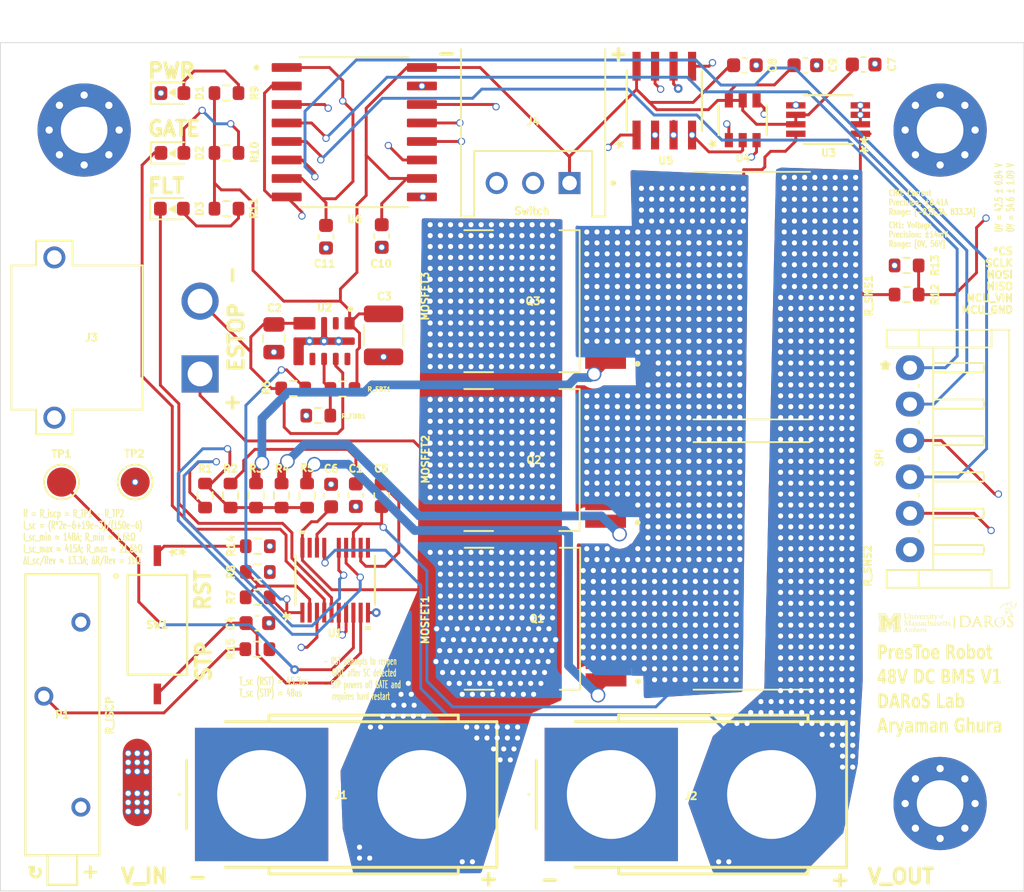
<source format=kicad_pcb>
(kicad_pcb (version 20241229) (generator "pcbnew") (generator_version "9.0")
  (layers (0 "F.Cu" signal) (4 "In1.Cu" signal) (6 "In2.Cu" signal) (8 "In3.Cu" signal) (10 "In4.Cu" signal) (2 "B.Cu" signal) (13 "F.Paste" user) (15 "B.Paste" user) (5 "F.SilkS" user "F.Silkscreen") (7 "B.SilkS" user "B.Silkscreen") (1 "F.Mask" user) (3 "B.Mask" user) (25 "Edge.Cuts" user))
  (net 0 "")
  (net 1 "Net-(C1-Pad2)")
  (net 2 "GND")
  (net 3 "ESTOP")
  (net 4 "5V")
  (net 5 "Net-(U1-BST)")
  (net 6 "V_out")
  (net 7 "Net-(U1-TMR)")
  (net 8 "*FLT")
  (net 9 "Net-(D2-A)")
  (net 10 "FLT_GD")
  (net 11 "Net-(D3-A)")
  (net 12 "V_in")
  (net 13 "V_load")
  (net 14 "INP")
  (net 15 "Net-(U4--IN)")
  (net 16 "SPI_MISO")
  (net 17 "SPI_MOSI")
  (net 18 "SPI_*CS")
  (net 19 "SPI_GND")
  (net 20 "SPI_SCLK")
  (net 21 "SPI_VIN")
  (net 22 "Net-(Q1-Pad1)")
  (net 23 "Net-(Q2-Pad1)")
  (net 24 "Net-(Q3-Pad1)")
  (net 25 "Net-(U1-PU)")
  (net 26 "Net-(U1-PD)")
  (net 27 "Net-(U1-EN{slash}UVLO)")
  (net 28 "Net-(U1-OV)")
  (net 29 "Net-(U4-+IN)")
  (net 30 "Net-(U2-SENSE+{slash}FB)")
  (net 31 "Net-(U1-ISCP)")
  (net 37 "Net-(U3-OUT)")
  (net 38 "Net-(U5-DIN)")
  (net 39 "Net-(U5-DOUT)")
  (net 40 "Net-(U5-CLK)")
  (net 41 "Net-(U5-*CS{slash}SHDN)")
  (net 42 "Net-(D1-A)")
  (net 43 "Net-(P1-Pad2)")
  (net 45 "Net-(R14-Pad2)")
  (net 46 "PWR_GND")
  (footprint "IAUS200N08S5N023ATMA1:TRANS_IAUS200N08S5N023ATMA1" (layer "F.Cu") (at 65.07 65.56 180)
    (property "Reference" "Q1")
    (property "Value" "IAUS200N08S5N023ATMA1")
  )
  (footprint "tps4800:VSSOP19-DGX_TEX" (layer "F.Cu") (at 51.479559 62.91115 90)
    (property "Reference" "U1")
    (property "Value" "PTPS48000QDGXRQ1")
  )
  (footprint "Capacitor_SMD:C_1210_3225Metric" (layer "F.Cu") (at 54.8 46.1 -90)
    (property "Reference" "C3")
    (property "Value" "22uF")
  )
  (footprint "MountingHole:MountingHole_3.2mm_M3_Pad_Via" (layer "F.Cu") (at 34.25 32)
    (property "Reference" "H1" (hide yes))
    (property "Value" "MountingHole")
  )
  (footprint "dip_1:SW_DS04-254_CUD" (layer "F.Cu") (at 39.275 65.9752 -90)
    (property "Reference" "SW1")
    (property "Value" "DS04-254-1-01BK-SMT")
  )
  (footprint "Capacitor_SMD:C_0603_1608Metric" (layer "F.Cu") (at 51.2 57.1 90)
    (property "Reference" "C6")
    (property "Value" "0.1uF")
  )
  (footprint "89PR20KLF:RES3_89P_TTE" (layer "F.Cu") (at 34.025 78.5 90)
    (property "Reference" "P1")
    (property "Value" "T93YA203JT20")
  )
  (footprint "Resistor_SMD:R_0603_1608Metric" (layer "F.Cu") (at 47.8 57.1 90)
    (property "Reference" "R4")
    (property "Value" "2.2")
  )
  (footprint "TLV9051IDBVR:SOT23_DBV_TEX" (layer "F.Cu") (at 79.45 31.33 90)
    (property "Reference" "U4")
    (property "Value" "TLV9051IDBVR")
  )
  (footprint "Resistor_SMD:Custom_R_300u" (layer "F.Cu") (at 80.07 61.93)
    (property "Reference" "R_SNS2")
    (property "Value" "300u")
  )
  (footprint "Capacitor_SMD:C_0603_1608Metric" (layer "F.Cu") (at 79.6 27.55 180)
    (property "Reference" "C8")
    (property "Value" "0.1uF")
  )
  (footprint "Resistor_SMD:R_0603_1608Metric" (layer "F.Cu") (at 46.14 67.65)
    (property "Reference" "R15")
    (property "Value" "1.6k")
  )
  (footprint "S3B_XH_A:JST_S3B-XH-A" (layer "F.Cu") (at 65.06675 29.94 180)
    (property "Reference" "J4")
    (property "Value" "S3B-XH-A")
  )
  (footprint "LOGO" (layer "F.Cu") (at 96.275 65.25)
    (property "Reference" "G***" (hide yes))
    (property "Value" "LOGO" (hide yes))
  )
  (footprint "ISO6741DWR:SOIC127P1030X265-16N" (layer "F.Cu") (at 52.7925 32.15)
    (property "Reference" "U6")
    (property "Value" "ISO6741DWR")
  )
  (footprint "Resistor_SMD:R_0603_1608Metric" (layer "F.Cu") (at 44.02 37.4)
    (property "Reference" "R11")
    (property "Value" "150")
  )
  (footprint "TPSM265R1SILR:MODULE_TPSM265R1SILR" (layer "F.Cu") (at 50.72 46.495 -90)
    (property "Reference" "U2")
    (property "Value" "TPSM265R1SILR")
  )
  (footprint "Resistor_SMD:R_0603_1608Metric" (layer "F.Cu") (at 42.55 57.1 90)
    (property "Reference" "R1")
    (property "Value" "100k")
  )
  (footprint "Capacitor_SMD:C_0603_1608Metric" (layer "F.Cu") (at 52.89822 57.075 90)
    (property "Reference" "C1")
    (property "Value" "2.7nF")
  )
  (footprint "Resistor_SMD:R_0603_1608Metric" (layer "F.Cu") (at 46.05 57.1 90)
    (property "Reference" "R3")
    (property "Value" "2.2")
  )
  (footprint "Capacitor_SMD:C_0603_1608Metric" (layer "F.Cu") (at 50.85 39.325 90)
    (property "Reference" "C11")
    (property "Value" "0.1uF")
  )
  (footprint "IAUS200N08S5N023ATMA1:TRANS_IAUS200N08S5N023ATMA1" (layer "F.Cu") (at 65.04 43.75 180)
    (property "Reference" "Q3")
    (property "Value" "IAUS200N08S5N023ATMA1")
  )
  (footprint "Resistor_SMD:R_0603_1608Metric" (layer "F.Cu") (at 44.02 33.57)
    (property "Reference" "R10")
    (property "Value" "150")
  )
  (footprint "Capacitor_SMD:C_0603_1608Metric" (layer "F.Cu") (at 54.66937 57.075 90)
    (property "Reference" "C5")
    (property "Value" "470nF")
  )
  (footprint "Connector_JST:JST_EH_S6B-EH_1x06_P2.50mm_Horizontal" (layer "F.Cu") (at 90.9375 48.32 -90)
    (property "Reference" "J5" (hide yes))
    (property "Value" "Conn_01x06_Pin")
  )
  (footprint "TestPoint:TestPoint_Pad_D2.0mm" (layer "F.Cu") (at 32.7 56.175)
    (property "Reference" "TP1")
    (property "Value" "TestPoint")
  )
  (footprint "LED_SMD:LED_0603_1608Metric" (layer "F.Cu") (at 40.27 37.4)
    (property "Reference" "D3")
    (property "Value" "RED")
  )
  (footprint "Resistor_SMD:R_0603_1608Metric" (layer "F.Cu") (at 49.55 57.1 90)
    (property "Reference" "R5")
    (property "Value" "2.2")
  )
  (footprint "Resistor_SMD:R_0603_1608Metric" (layer "F.Cu") (at 90.7 43.3)
    (property "Reference" "R12")
    (property "Value" "51k")
  )
  (footprint "MountingHole:MountingHole_3.2mm_M3_Pad_Via" (layer "F.Cu") (at 93 78.25)
    (property "Reference" "H3" (hide yes))
    (property "Value" "MountingHole")
  )
  (footprint "Capacitor_SMD:C_0805_2012Metric" (layer "F.Cu") (at 47.275 46.3 -90)
    (property "Reference" "C2")
    (property "Value" "1uF")
  )
  (footprint "xt90:XT90PBF" (layer "F.Cu") (at 46.43 77.63 180)
    (property "Reference" "J1")
    (property "Value" "XT90PB-F" (hide yes))
  )
  (footprint "Resistor_SMD:Custom_R_300u" (layer "F.Cu") (at 80.07 43.37)
    (property "Reference" "R_SNS1")
    (property "Value" "300u")
  )
  (footprint "Resistor_SMD:R_0603_1608Metric" (layer "F.Cu") (at 50.32 51.61)
    (property "Reference" "R_FBB1")
    (property "Value" "32.4k")
  )
  (footprint "XT30PW-M:AMASS_XT30PW-M" (layer "F.Cu") (at 32.20575 46.25 90)
    (property "Reference" "J3")
    (property "Value" "XT30PW-M")
  )
  (footprint "Resistor_SMD:R_0603_1608Metric" (layer "F.Cu") (at 90.7 41.3 180)
    (property "Reference" "R13")
    (property "Value" "5k")
  )
  (footprint "Resistor_SMD:R_0603_1608Metric" (layer "F.Cu") (at 48.6 49.75)
    (property "Reference" "R6")
    (property "Value" "470k")
  )
  (footprint "LED_SMD:LED_0603_1608Metric" (layer "F.Cu") (at 40.3075 29.46)
    (property "Reference" "D1")
    (property "Value" "GREEN")
  )
  (footprint "Resistor_SMD:R_0603_1608Metric" (layer "F.Cu") (at 46.16937 60.57885 180)
    (property "Reference" "R14")
    (property "Value" "100k")
  )
  (footprint "TestPoint:TestPoint_Pad_D2.0mm" (layer "F.Cu") (at 37.75 56.175)
    (property "Reference" "TP2")
    (property "Value" "TestPoint")
  )
  (footprint "MountingHole:MountingHole_3.2mm_M3_Pad_Via" (layer "F.Cu") (at 93 32)
    (property "Reference" "H2" (hide yes))
    (property "Value" "MountingHole")
  )
  (footprint "LED_SMD:LED_0603_1608Metric" (layer "F.Cu") (at 40.3075 33.57)
    (property "Reference" "D2")
    (property "Value" "GREEN")
  )
  (footprint "Resistor_SMD:R_0603_1608Metric" (layer "F.Cu") (at 46.16937 62.35 180)
    (property "Reference" "R8")
    (property "Value" "11k")
  )
  (footprint "Resistor_SMD:R_0603_1608Metric" (layer "F.Cu") (at 46.16 64.09 180)
    (property "Reference" "R7")
    (property "Value" "3.4k")
  )
  (footprint "Resistor_SMD:R_0603_1608Metric" (layer "F.Cu") (at 51.98 49.78 180)
    (property "Reference" "R_FBT1")
    (property "Value" "100k")
  )
  (footprint "MCP3202:SOIC8-N_MC_MCH" (layer "F.Cu") (at 74.07 29.98 90)
    (property "Reference" "U5")
    (property "Value" "MCP3202T-CI/MS")
  )
  (footprint "Capacitor_SMD:C_0603_1608Metric" (layer "F.Cu") (at 46.14 65.86 180)
    (property "Reference" "C4")
    (property "Value" "3.3nF")
  )
  (footprint "IAUS200N08S5N023ATMA1:TRANS_IAUS200N08S5N023ATMA1" (layer "F.Cu") (at 65.04 54.66 180)
    (property "Reference" "Q2")
    (property "Value" "IAUS200N08S5N023ATMA1")
  )
  (footprint "xt90:XT90PBF" (layer "F.Cu") (at 70.43 77.63 180)
    (property "Reference" "J2")
    (property "Value" "XT90PB-F" (hide yes))
  )
  (footprint "ul_INA241A1QDGKRQ1:VSSOP8_DGK_TEX" (layer "F.Cu") (at 85.31 31.28 180)
    (property "Reference" "U3")
    (property "Value" "INA241A2QDGKRQ1")
  )
  (footprint "Capacitor_SMD:C_0603_1608Metric" (layer "F.Cu") (at 83.75 27.55)
    (property "Reference" "C9")
    (property "Value" "0.1uF")
  )
  (footprint "Capacitor_SMD:C_0603_1608Metric" (layer "F.Cu") (at 54.675 39.275 -90)
    (property "Reference" "C10")
    (property "Value" "0.1uF")
  )
  (footprint "Resistor_SMD:R_0603_1608Metric" (layer "F.Cu") (at 44.02 29.46)
    (property "Reference" "R9")
    (property "Value" "150")
  )
  (footprint "LOGO" (layer "F.Cu") (at 91.25 65.825)
    (property "Reference" "G***" (hide yes))
    (property "Value" "LOGO" (hide yes))
  )
  (footprint "Resistor_SMD:R_0603_1608Metric" (layer "F.Cu") (at 44.3 57.1 90)
    (property "Reference" "R2")
    (property "Value" "10")
  )
  (footprint "NetTie:NetTie-2_SMD_Pad2.0mm" (layer "F.Cu") (at 37.9 76.8 90)
    (property "Reference" "NT1" (hide yes))
    (property "Value" "NetTie_2" (hide yes))
  )
  (footprint "Capacitor_SMD:C_0603_1608Metric" (layer "F.Cu") (at 87.75 27.5 180)
    (property "Reference" "C7")
    (property "Value" "0.1uF")
  )
  (gr_line (start 93.975 65.45625) (end 93.975 66.19375) (stroke (width 0.1)) (layer "F.SilkS"))
  (gr_poly (pts (xy 40.525 37.175) (xy 40.075 37.425) (xy 40.525 37.675)) (stroke (width 0.1)) (fill yes) (layer "F.SilkS"))
  (gr_poly (pts (xy 40.525 33.35) (xy 40.075 33.6) (xy 40.525 33.85)) (stroke (width 0.1)) (fill yes) (layer "F.SilkS"))
  (gr_poly (pts (xy 40.525 29.175) (xy 40.075 29.425) (xy 40.525 29.675)) (stroke (width 0.1)) (fill yes) (layer "F.SilkS"))
  (gr_rect (start 28.5 26) (end 98.75 84.25) (stroke (width 0.05)) (fill no) (layer "Edge.Cuts"))
  (gr_text "+" (at 85.36 84.04 0) (layer "F.SilkS") (effects (font (size 1 1) (thickness 0.25) (bold yes)) (justify left bottom)))
  (gr_text "+" (at 61.23 83.97 0) (layer "F.SilkS") (effects (font (size 1 1) (thickness 0.25) (bold yes)) (justify left bottom)))
  (gr_text "MOSFET3" (at 57.95 45.15 90) (layer "F.SilkS") (effects (font (size 0.5 0.5) (thickness 0.125) (bold yes)) (justify left bottom)))
  (gr_text "GATE" (at 38.5 32.49 0) (layer "F.SilkS") (effects (font (size 1 1) (thickness 0.25) (bold yes)) (justify left bottom)))
  (gr_text "ESTOP" (at 45.275 48.725 90) (layer "F.SilkS") (effects (font (size 1 1) (thickness 0.25) (bold yes)) (justify left bottom)))
  (gr_text "MOSFET2" (at 57.975 56.35 90) (layer "F.SilkS") (effects (font (size 0.5 0.5) (thickness 0.125) (bold yes)) (justify left bottom)))
  (gr_text "-" (at 41.25 83.86 0) (layer "F.SilkS") (effects (font (size 1 1) (thickness 0.25) (bold yes)) (justify left bottom)))
  (gr_text "+" (at 33.925 83.475 0) (layer "F.SilkS") (effects (font (size 1 1) (thickness 0.2) (bold yes)) (justify left bottom)))
  (gr_text "PresToe Robot\n48V DC BMS V1\nDARoS Lab\nAryaman Ghura" (at 88.675 73.55 0) (layer "F.SilkS") (effects (font (size 1 0.7) (thickness 0.175) (bold yes)) (justify left bottom)))
  (gr_text "R = R_iscp = R_TP1 - R_TP2\nI_sc = (R*2e-6+19e-3)/(150e-6)\nI_sc_min ≈ 148A; R_min ≈ 1.6kΩ\nI_sc_max ≈ 415A; R_max ≈ 21.6kΩ\nΔI_sc/Rev ≈ 13.3A; ΔR/Rev = 1kΩ" (at 30.025 61.85 0) (layer "F.SilkS") (effects (font (size 0.5 0.3) (thickness 0.075) (bold yes)) (justify left bottom)))
  (gr_text "SPI" (at 89.125 55.2 90) (layer "F.SilkS") (effects (font (size 0.5 0.5) (thickness 0.125) (bold yes)) (justify left bottom)))
  (gr_text "Switch" (at 63.7 37.85 0) (layer "F.SilkS") (effects (font (size 0.5 0.5) (thickness 0.125) (bold yes)) (justify left bottom)))
  (gr_text "CH0: Current\nPrecision: ±0.41A\nRange: [-833.3A, 833.3A]" (at 89.425 37.85 0) (layer "F.SilkS") (effects (font (size 0.4 0.3) (thickness 0.075) (bold yes)) (justify left bottom)))
  (gr_text "FLT" (at 38.5 36.425 0) (layer "F.SilkS") (effects (font (size 1 1) (thickness 0.25) (bold yes)) (justify left bottom)))
  (gr_text "MOSFET1" (at 57.95 67.375 90) (layer "F.SilkS") (effects (font (size 0.5 0.5) (thickness 0.125) (bold yes)) (justify left bottom)))
  (gr_text "-" (at 58.34 27.28 0) (layer "F.SilkS") (effects (font (size 1 1) (thickness 0.25) (bold yes)) (justify left bottom)))
  (gr_text "UV = 42.5 ± 0.84 V\nOV = 54.6 ± 1.09 V" (at 98.125 39.05 90) (layer "F.SilkS") (effects (font (size 0.5 0.3) (thickness 0.075) (bold yes)) (justify left bottom)))
  (gr_text "PWR" (at 38.5 28.52 0) (layer "F.SilkS") (effects (font (size 1 1) (thickness 0.25) (bold yes)) (justify left bottom)))
  (gr_text "↻" (at 30.175 83.525 0) (layer "F.SilkS") (effects (font (size 1 1) (thickness 0.2) (bold yes)) (justify left bottom)))
  (gr_text "V_OUT" (at 87.91 83.84 0) (layer "F.SilkS") (effects (font (size 1 1) (thickness 0.25) (bold yes)) (justify left bottom)))
  (gr_text "*CS\nSCLK\nMOSI\nMISO\nMCU_VIN\nMCU_GND\n" (at 98.07 44.64 0) (layer "F.SilkS") (effects (font (size 0.5 0.5) (thickness 0.125) (bold yes)) (justify right bottom)))
  (gr_text "+" (at 70.14 27.31 0) (layer "F.SilkS") (effects (font (size 1 1) (thickness 0.25) (bold yes)) (justify left bottom)))
  (gr_text "-" (at 65.42 84.03 0) (layer "F.SilkS") (effects (font (size 1 1) (thickness 0.25) (bold yes)) (justify left bottom)))
  (gr_text "R_ISCP" (at 36.3 73.575 90) (layer "F.SilkS") (effects (font (size 0.5 0.5) (thickness 0.125) (bold yes)) (justify left bottom)))
  (gr_text "T_sc (RST) = 45.3us\nT_sc (STP) = 48us" (at 44.85 70.95 0) (layer "F.SilkS") (effects (font (size 0.5 0.3) (thickness 0.075) (bold yes)) (justify left bottom)))
  (gr_text "- RST attempts to reopen \n   GATE after SC detected\n- STP powers off GATE and \n   requires hard restart" (at 50.65 71.175 0) (layer "F.SilkS") (effects (font (size 0.5 0.25) (thickness 0.0625) (bold yes)) (justify left bottom)))
  (gr_text "V_IN" (at 36.65 83.81 0) (layer "F.SilkS") (effects (font (size 1 1) (thickness 0.25) (bold yes)) (justify left bottom)))
  (gr_text "CH1: Voltage\nPrecision: ±14mV\nRange: [0V, 56V]" (at 89.425 40.05 0) (layer "F.SilkS") (effects (font (size 0.4 0.3) (thickness 0.075) (bold yes)) (justify left bottom)))
  (gr_text "*" (at 88.7 49.075 0) (layer "F.SilkS") (effects (font (size 1 1) (thickness 0.25) (bold yes)) (justify left bottom)))
  (segment (start 44.3 56.275) (end 45.2 55.375) (width 0.2) (layer "F.Cu") (net 1))
  (segment (start 45.2 55.375) (end 45.2 54.7) (width 0.2) (layer "F.Cu") (net 1))
  (segment (start 52.89822 55.38822) (end 52.89822 56.3) (width 0.2) (layer "F.Cu") (net 1))
  (segment (start 45.969 53.931) (end 52.331 53.931) (width 0.2) (layer "F.Cu") (net 1))
  (segment (start 52.9 54.5) (end 52.9 55.38644) (width 0.2) (layer "F.Cu") (net 1))
  (segment (start 52.331 53.931) (end 52.9 54.5) (width 0.2) (layer "F.Cu") (net 1))
  (segment (start 45.2 54.7) (end 45.969 53.931) (width 0.2) (layer "F.Cu") (net 1))
  (segment (start 52.9 55.38644) (end 52.89822 55.38822) (width 0.2) (layer "F.Cu") (net 1))
  (segment (start 52.229748 66.420252) (end 51.975 66.675) (width 0.2) (layer "F.Cu") (net 2))
  (segment (start 87.52615 31.605001) (end 87.52615 30.305001) (width 0.2) (layer "F.Cu") (net 2))
  (segment (start 52.229748 65.14) (end 52.229748 66.420252) (width 0.2) (layer "F.Cu") (net 2))
  (segment (start 77.1328 33.5) (end 75.975 32.3422) (width 0.2) (layer "F.Cu") (net 2))
  (segment (start 51.729622 65.14) (end 51.729622 66.429622) (width 0.2) (layer "F.Cu") (net 2))
  (segment (start 79.45 32.69525) (end 79.45 33.3842) (width 0.2) (layer "F.Cu") (net 2))
  (segment (start 79.3342 33.5) (end 77.1328 33.5) (width 0.2) (layer "F.Cu") (net 2))
  (segment (start 51.729622 66.429622) (end 51.975 66.675) (width 0.2) (layer "F.Cu") (net 2))
  (segment (start 57.4325 36.595) (end 57.5 36.595) (width 0.2) (layer "F.Cu") (net 2))
  (segment (start 79.45 33.3842) (end 79.3342 33.5) (width 0.2) (layer "F.Cu") (net 2))
  (segment (start 53.730126 65.14) (end 54.3 65.14) (width 0.2) (layer "F.Cu") (net 2))
  (via (at 37.275 76.05) (size 0.5) (drill 0.35) (layers "F.Cu" "B.Cu") (net 2))
  (via (at 50.85 40.1) (size 0.5) (drill 0.35) (layers "F.Cu" "B.Cu") (net 2))
  (via (at 51.72 46.495) (size 0.6) (drill 0.3) (layers "F.Cu" "B.Cu") (net 2))
  (via (at 84.525 27.55) (size 0.5) (drill 0.35) (layers "F.Cu" "B.Cu") (net 2))
  (via (at 37.9 76.05) (size 0.5) (drill 0.35) (layers "F.Cu" "B.Cu") (net 2))
  (via (at 37.75 56.175) (size 0.5) (drill 0.35) (layers "F.Cu" "B.Cu") (net 2))
  (via (at 51.2 56.325) (size 0.5) (drill 0.35) (layers "F.Cu" "B.Cu") (net 2))
  (via (at 57.4325 28.975) (size 0.5) (drill 0.35) (layers "F.Cu" "B.Cu") (net 2))
  (via (at 38.525 74.8) (size 0.5) (drill 0.35) (layers "F.Cu" "B.Cu") (net 2))
  (via (at 80.375 27.55) (size 0.5) (drill 0.35) (layers "F.Cu" "B.Cu") (net 2))
  (via (at 46.99437 60.57885) (size 0.5) (drill 0.35) (layers "F.Cu" "B.Cu") (net 2))
  (via (at 37.9 75.425) (size 0.5) (drill 0.35) (layers "F.Cu" "B.Cu") (net 2))
  (via (at 54.3 65.14) (size 0.6) (drill 0.3) (layers "F.Cu" "B.Cu") (net 2))
  (via (at 57.5 36.595) (size 0.5) (drill 0.35) (layers "F.Cu" "B.Cu") (net 2))
  (via (at 49.72 46.495) (size 0.6) (drill 0.3) (layers "F.Cu" "B.Cu") (net 2))
  (via (at 46.99437 62.35) (size 0.5) (drill 0.35) (layers "F.Cu" "B.Cu") (net 2))
  (via (at 54.675 40.05) (size 0.5) (drill 0.35) (layers "F.Cu" "B.Cu") (net 2))
  (via (at 46.95 65.85) (size 0.5) (drill 0.35) (layers "F.Cu" "B.Cu") (net 2))
  (via (at 39.52 29.46) (size 0.5) (drill 0.35) (layers "F.Cu" "B.Cu") (net 2))
  (via (at 47.275 47.25) (size 0.5) (drill 0.35) (layers "F.Cu" "B.Cu") (net 2))
  (via (at 37.275 74.8) (size 0.5) (drill 0.35) (layers "F.Cu" "B.Cu") (net 2))
  (via (at 38.525 76.05) (size 0.5) (drill 0.35) (layers "F.Cu" "B.Cu") (net 2))
  (via (at 38.525 75.425) (size 0.5) (drill 0.35) (layers "F.Cu" "B.Cu") (net 2))
  (via (at 87.52615 30.954999) (size 0.5) (drill 0.35) (layers "F.Cu" "B.Cu") (net 2))
  (via (at 88.525 27.45) (size 0.5) (drill 0.35) (layers "F.Cu" "B.Cu") (net 2))
  (via (at 54.8 47.575) (size 0.5) (drill 0.35) (layers "F.Cu" "B.Cu") (net 2))
  (via (at 51.975 66.675) (size 0.5) (drill 0.35) (layers "F.Cu" "B.Cu") (net 2))
  (via (at 75.975 32.3422) (size 0.5) (drill 0.35) (layers "F.Cu" "B.Cu") (net 2))
  (via (at 87.52615 30.305001) (size 0.5) (drill 0.35) (layers "F.Cu" "B.Cu") (net 2))
  (via (at 52.89822 57.85) (size 0.5) (drill 0.35) (layers "F.Cu" "B.Cu") (net 2))
  (via (at 49.495 51.61) (size 0.5) (drill 0.35) (layers "F.Cu" "B.Cu") (net 2))
  (via (at 37.275 75.425) (size 0.5) (drill 0.35) (layers "F.Cu" "B.Cu") (net 2))
  (via (at 37.9 74.8) (size 0.5) (drill 0.35) (layers "F.Cu" "B.Cu") (net 2))
  (via (at 89.875 41.3) (size 0.5) (drill 0.35) (layers "F.Cu" "B.Cu") (net 2))
  (via (at 50.72 46.495) (size 0.6) (drill 0.3) (layers "F.Cu" "B.Cu") (net 2))
  (segment (start 49.37 45.27) (end 47.355 45.27) (width 0.2) (layer "F.Cu") (net 3))
  (segment (start 47.98 52.4) (end 48.42 52.84) (width 0.2) (layer "F.Cu") (net 3))
  (segment (start 44.17575 45.72) (end 44.185 45.72) (width 0.2) (layer "F.Cu") (net 3))
  (segment (start 45.69 47.225) (end 45.69 46.21) (width 0.2) (layer "F.Cu") (net 3))
  (segment (start 51.52 48.2) (end 51.52 47.72) (width 0.2) (layer "F.Cu") (net 3))
  (segment (start 47.355 45.27) (end 47.275 45.35) (width 0.2) (layer "F.Cu") (net 3))
  (segment (start 52 52.49) (end 52 48.68) (width 0.2) (layer "F.Cu") (net 3))
  (segment (start 47.775 49.75) (end 47.1 49.75) (width 0.2) (layer "F.Cu") (net 3))
  (segment (start 45.69 48.34) (end 45.69 47.225) (width 0.2) (layer "F.Cu") (net 3))
  (segment (start 48.42 52.84) (end 51.65 52.84) (width 0.2) (layer "F.Cu") (net 3))
  (segment (start 47.1 49.75) (end 45.69 48.34) (width 0.2) (layer "F.Cu") (net 3))
  (segment (start 45.69 46.21) (end 46.55 45.35) (width 0.2) (layer "F.Cu") (net 3))
  (segment (start 51.65 52.84) (end 52 52.49) (width 0.2) (layer "F.Cu") (net 3))
  (segment (start 46.55 45.35) (end 47.275 45.35) (width 0.2) (layer "F.Cu") (net 3))
  (segment (start 44.185 45.72) (end 45.69 47.225) (width 0.2) (layer "F.Cu") (net 3))
  (segment (start 47.98 49.955) (end 47.98 52.4) (width 0.2) (layer "F.Cu") (net 3))
  (segment (start 52 48.68) (end 51.52 48.2) (width 0.2) (layer "F.Cu") (net 3))
  (segment (start 44.17575 45.72) (end 42.20575 43.75) (width 0.2) (layer "F.Cu") (net 3))
  (segment (start 67.56675 33.84675) (end 61.425 27.705) (width 0.2) (layer "F.Cu") (net 4))
  (segment (start 78.499999 29.96475) (end 78.499999 29.400001) (width 0.2) (layer "F.Cu") (net 4))
  (segment (start 53.115 44.625) (end 52.47 45.27) (width 0.2) (layer "F.Cu") (net 4))
  (segment (start 79.45 30.6537) (end 80.401301 31.605001) (width 0.2) (layer "F.Cu") (net 4))
  (segment (start 83.9606 30.954999) (end 86.975 27.940599) (width 0.2) (layer "F.Cu") (net 4))
  (segment (start 53.61 33.74) (end 53.61 30.497501) (width 0.2) (layer "F.Cu") (net 4))
  (segment (start 72.77 29.82) (end 73.55 30.6) (width 0.2) (layer "F.Cu") (net 4))
  (segment (start 56.402501 27.705) (end 57.4325 27.705) (width 0.2) (layer "F.Cu") (net 4))
  (segment (start 79.45 29.96475) (end 79.45 30.6537) (width 0.2) (layer "F.Cu") (net 4))
  (segment (start 51.84 43.75) (end 52.47 44.38) (width 0.2) (layer "F.Cu") (net 4))
  (segment (start 53.15 46.95) (end 53.15 45.95) (width 0.2) (layer "F.Cu") (net 4))
  (segment (start 77.73525 29.96475) (end 78.499999 29.96475) (width 0.2) (layer "F.Cu") (net 4))
  (segment (start 54.675 37.052501) (end 56.402501 35.325) (width 0.2) (layer "F.Cu") (net 4))
  (segment (start 73.06 30.1) (end 72.77 29.81) (width 0.2) (layer "F.Cu") (net 4))
  (segment (start 83.09385 31.605001) (end 83.09385 30.954999) (width 0.2) (layer "F.Cu") (net 4))
  (segment (start 43.195 35.64) (end 43.195 37.4) (width 0.2) (layer "F.Cu") (net 4))
  (segment (start 61.425 27.705) (end 57.4325 27.705) (width 0.2) (layer "F.Cu") (net 4))
  (segment (start 73.55 30.6) (end 77.1 30.6) (width 0.2) (layer "F.Cu") (net 4))
  (segment (start 44.95 36.11) (end 45.84 37) (width 0.2) (layer "F.Cu") (net 4))
  (segment (start 67.56675 33.80325) (end 72.165 29.205) (width 0.2) (layer "F.Cu") (net 4))
  (segment (start 43.195 35.64) (end 43.665 36.11) (width 0.2) (layer "F.Cu") (net 4))
  (segment (start 52.805 49.78) (end 52.975 49.61) (width 0.2) (layer "F.Cu") (net 4))
  (segment (start 51.84 42.91) (end 52.975 41.775) (width 0.2) (layer "F.Cu") (net 4))
  (segment (start 78.6 27.55) (end 76.05 30.1) (width 0.2) (layer "F.Cu") (net 4))
  (segment (start 86.975 27.940599) (end 86.975 27.5) (width 0.2) (layer "F.Cu") (net 4))
  (segment (start 57.4325 35.325) (end 55.195 35.325) (width 0.2) (layer "F.Cu") (net 4))
  (segment (start 76.05 30.1) (end 73.06 30.1) (width 0.2) (layer "F.Cu") (net 4))
  (segment (start 67.56675 35.64) (end 67.56675 33.80325) (width 0.2) (layer "F.Cu") (net 4))
  (segment (start 54.8 44.625) (end 53.115 44.625) (width 0.2) (layer "F.Cu") (net 4))
  (segment (start 83.09385 30.954999) (end 83.9606 30.954999) (width 0.2) (layer "F.Cu") (net 4))
  (segment (start 55.195 35.325) (end 53.61 33.74) (width 0.2) (layer "F.Cu") (net 4))
  (segment (start 72.165 29.205) (end 72.77 29.81) (width 0.2) (layer "F.Cu") (net 4))
  (segment (start 52.975 49.61) (end 52.975 47.125) (width 0.2) (layer "F.Cu") (net 4))
  (segment (start 52.47 45.27) (end 52.47 44.38) (width 0.2) (layer "F.Cu") (net 4))
  (segment (start 45.84 37) (end 45.84 41.64) (width 0.2) (layer "F.Cu") (net 4))
  (segment (start 56.402501 35.325) (end 57.4325 35.325) (width 0.2) (layer "F.Cu") (net 4))
  (segment (start 81.625 28.9) (end 82.975 27.55) (width 0.2) (layer "F.Cu") (net 4))
  (segment (start 77.1 30.6) (end 77.73525 29.96475) (width 0.2) (layer "F.Cu") (net 4))
  (segment (start 52.975 47.125) (end 53.15 46.95) (width 0.2) (layer "F.Cu") (net 4))
  (segment (start 52.975 41.775) (end 52.975 37.125) (width 0.2) (layer "F.Cu") (net 4))
  (segment (start 79 28.9) (end 81.625 28.9) (width 0.2) (layer "F.Cu") (net 4))
  (segment (start 47.95 43.75) (end 51.84 43.75) (width 0.2) (layer "F.Cu") (net 4))
  (segment (start 78.499999 29.400001) (end 79 28.9) (width 0.2) (layer "F.Cu") (net 4))
  (segment (start 43.195 29.46) (end 43.195 33.57) (width 0.2) (layer "F.Cu") (net 4))
  (segment (start 78.825 27.55) (end 78.6 27.55) (width 0.2) (layer "F.Cu") (net 4))
  (segment (start 53.15 45.95) (end 52.47 45.27) (width 0.2) (layer "F.Cu") (net 4))
  (segment (start 53.61 30.497501) (end 56.402501 27.705) (width 0.2) (layer "F.Cu") (net 4))
  (segment (start 79.45 29.96475) (end 78.499999 29.96475) (width 0.2) (layer "F.Cu") (net 4))
  (segment (start 43.665 36.11) (end 44.95 36.11) (width 0.2) (layer "F.Cu") (net 4))
  (segment (start 52.975 37.125) (end 53.61 36.49) (width 0.2) (layer "F.Cu") (net 4))
  (segment (start 67.56675 35.64) (end 67.56675 33.84675) (width 0.2) (layer "F.Cu") (net 4))
  (segment (start 72.77 29.81) (end 72.77 29.82) (width 0.2) (layer "F.Cu") (net 4))
  (segment (start 53.61 36.49) (end 53.61 33.74) (width 0.2) (layer "F.Cu") (net 4))
  (segment (start 51.84 43.75) (end 51.84 42.91) (width 0.2) (layer "F.Cu") (net 4))
  (segment (start 72.165 27.6178) (end 72.165 29.205) (width 0.2) (layer "F.Cu") (net 4))
  (segment (start 80.401301 31.605001) (end 83.09385 31.605001) (width 0.2) (layer "F.Cu") (net 4))
  (segment (start 54.675 38.5) (end 54.675 37.052501) (width 0.2) (layer "F.Cu") (net 4))
  (segment (start 45.84 41.64) (end 47.95 43.75) (width 0.2) (layer "F.Cu") (net 4))
  (segment (start 43.195 33.57) (end 43.195 35.64) (width 0.2) (layer "F.Cu") (net 4))
  (segment (start 53.23 61.603324) (end 53.586676 61.96) (width 0.2) (layer "F.Cu") (net 5))
  (segment (start 53.23 60.6823) (end 53.23 61.603324) (width 0.2) (layer "F.Cu") (net 5))
  (segment (start 53.586676 61.96) (end 54.9 61.96) (width 0.2) (layer "F.Cu") (net 5))
  (segment (start 55.84637 57.477) (end 54.66937 56.3) (width 0.2) (layer "F.Cu") (net 5))
  (segment (start 54.9 61.96) (end 55.84637 61.01363) (width 0.2) (layer "F.Cu") (net 5))
  (segment (start 55.84637 61.01363) (end 55.84637 57.477) (width 0.2) (layer "F.Cu") (net 5))
  (segment (start 70.04 39.55) (end 70.04 46.75) (width 0.2) (layer "F.Cu") (net 6))
  (segment (start 50.229244 60.6823) (end 50.229244 59.761276) (width 0.2) (layer "F.Cu") (net 6))
  (segment (start 54.66937 57.85) (end 54.66937 59.16937) (width 0.2) (layer "F.Cu") (net 6))
  (segment (start 70.07 61.36) (end 70.07 68.56) (width 0.2) (layer "F.Cu") (net 6))
  (segment (start 54.66937 59.16937) (end 54.78 59.28) (width 0.2) (layer "F.Cu") (net 6))
  (segment (start 80.97 33.86) (end 80.97 34.53) (width 0.2) (layer "F.Cu") (net 6))
  (segment (start 50.95052 59.04) (end 53.32 59.04) (width 0.2) (layer "F.Cu") (net 6))
  (segment (start 83.09385 32.254999) (end 83.09385 32.74615) (width 0.2) (layer "F.Cu") (net 6))
  (segment (start 52.729874 60.6823) (end 52.729874 59.630126) (width 0.2) (layer "F.Cu") (net 6))
  (segment (start 81.37 33.46) (end 80.97 33.86) (width 0.2) (layer "F.Cu") (net 6))
  (segment (start 80.97 34.53) (end 80.78 34.72) (width 0.2) (layer "F.Cu") (net 6))
  (segment (start 72.36 56.46) (end 75.47 59.57) (width 0.2) (layer "F.Cu") (net 6))
  (segment (start 53.32 59.04) (end 54.54 59.04) (width 0.2) (layer "F.Cu") (net 6))
  (segment (start 70.04 50.46) (end 70.04 57.66) (width 0.2) (layer "F.Cu") (net 6))
  (segment (start 79.52 39.32) (end 75.47 43.37) (width 0.2) (layer "F.Cu") (net 6))
  (segment (start 70.04 56.46) (end 72.36 56.46) (width 0.2) (layer "F.Cu") (net 6))
  (segment (start 52.729874 59.630126) (end 53.32 59.04) (width 0.2) (layer "F.Cu") (net 6))
  (segment (start 50.229244 59.761276) (end 50.95052 59.04) (width 0.2) (layer "F.Cu") (net 6))
  (segment (start 70.64 61.93) (end 70.07 61.36) (width 0.2) (layer "F.Cu") (net 6))
  (segment (start 83.09385 32.74615) (end 82.38 33.46) (width 0.2) (layer "F.Cu") (net 6))
  (segment (start 80.78 34.72) (end 79.52 34.72) (width 0.2) (layer "F.Cu") (net 6))
  (segment (start 79.52 34.72) (end 79.52 39.32) (width 0.2) (layer "F.Cu") (net 6))
  (segment (start 54.66937 59.16937) (end 54.75 59.25) (width 0.2) (layer "F.Cu") (net 6))
  (segment (start 75.67 52.75) (end 75.67 43.57) (width 0.2) (layer "F.Cu") (net 6))
  (segment (start 75.47 61.93) (end 70.64 61.93) (width 0.2) (layer "F.Cu") (net 6))
  (segment (start 54.54 59.04) (end 54.78 59.28) (width 0.2) (layer "F.Cu") (net 6))
  (segment (start 70.04 41.95) (end 74.05 41.95) (width 0.2) (layer "F.Cu") (net 6))
  (segment (start 82.38 33.46) (end 81.37 33.46) (width 0.2) (layer "F.Cu") (net 6))
  (via (at 76.45 53.25) (size 0.5) (drill 0.35) (layers "F.Cu" "B.Cu") (net 6))
  (via (at 69.9 66.75) (size 0.5) (drill 0.35) (layers "F.Cu" "B.Cu") (net 6))
  (via (at 75.05 49.5) (size 0.5) (drill 0.35) (layers "F.Cu" "B.Cu") (net 6))
  (via (at 79.25 42) (size 0.5) (drill 0.35) (layers "F.Cu" "B.Cu") (net 6))
  (via (at 74.8 63.75) (size 0.5) (drill 0.35) (layers "F.Cu" "B.Cu") (net 6))
  (via (at 75.75 60) (size 0.5) (drill 0.35) (layers "F.Cu" "B.Cu") (net 6))
  (via (at 72.95 45.75) (size 0.5) (drill 0.35) (layers "F.Cu" "B.Cu") (net 6))
  (via (at 72.5 38.25) (size 0.5) (drill 0.35) (layers "F.Cu" "B.Cu") (net 6))
  (via (at 78.55 51.75) (size 0.5) (drill 0.35) (layers "F.Cu" "B.Cu") (net 6))
  (via (at 74.35 51) (size 0.5) (drill 0.35) (layers "F.Cu" "B.Cu") (net 6))
  (via (at 73.65 40.5) (size 0.5) (drill 0.35) (layers "F.Cu" "B.Cu") (net 6))
  (via (at 73.65 44.25) (size 0.5) (drill 0.35) (layers "F.Cu" "B.Cu") (net 6))
  (via (at 72.95 47.25) (size 0.5) (drill 0.35) (layers "F.Cu" "B.Cu") (net 6))
  (via (at 68.75 39) (size 0.5) (drill 0.35) (layers "F.Cu" "B.Cu") (net 6))
  (via (at 68.75 50.25) (size 0.5) (drill 0.35) (layers "F.Cu" "B.Cu") (net 6))
  (via (at 78.55 51) (size 0.5) (drill 0.35) (layers "F.Cu" "B.Cu") (net 6))
  (via (at 71.55 42) (size 0.5) (drill 0.35) (layers "F.Cu" "B.Cu") (net 6))
  (via (at 72.95 59.25) (size 0.5) (drill 0.35) (layers "F.Cu" "B.Cu") (net 6))
  (via (at 75.05 52.5) (size 0.5) (drill 0.35) (layers "F.Cu" "B.Cu") (net 6))
  (via (at 74.8 66) (size 0.5) (drill 0.35) (layers "F.Cu" "B.Cu") (net 6))
  (via (at 75.05 51) (size 0.5) (drill 0.35) (layers "F.Cu" "B.Cu") (net 6))
  (via (at 79.5 36) (size 0.5) (drill 0.35) (layers "F.Cu" "B.Cu") (net 6))
  (via (at 75.75 45.75) (size 0.5) (drill 0.35) (layers "F.Cu" "B.Cu") (net 6))
  (via (at 74.8 63) (size 0.5) (drill 0.35) (layers "F.Cu" "B.Cu") (net 6))
  (via (at 68.75 43.5) (size 0.5) (drill 0.35) (layers "F.Cu" "B.Cu") (net 6))
  (via (at 77.6 69.75) (size 0.5) (drill 0.35) (layers "F.Cu" "B.Cu") (net 6))
  (via (at 75.75 56.25) (size 0.5) (drill 0.35) (layers "F.Cu" "B.Cu") (net 6))
  (via (at 75.05 40.5) (size 0.5) (drill 0.35) (layers "F.Cu" "B.Cu") (net 6))
  (via (at 69.9 65.25) (size 0.5) (drill 0.35) (layers "F.Cu" "B.Cu") (net 6))
  (via (at 68.5 63.75) (size 0.5) (drill 0.35) (layers "F.Cu" "B.Cu") (net 6))
  (via (at 75.75 41.25) (size 0.5) (drill 0.35) (layers "F.Cu" "B.Cu") (net 6))
  (via (at 76.2 69) (size 0.5) (drill 0.35) (layers "F.Cu" "B.Cu") (net 6))
  (via (at 75.05 44.25) (size 0.5) (drill 0.35) (layers "F.Cu" "B.Cu") (net 6))
  (via (at 74.35 49.5) (size 0.5) (drill 0.35) (layers "F.Cu" "B.Cu") (net 6))
  (via (at 77.15 44.25) (size 0.5) (drill 0.35) (layers "F.Cu" "B.Cu") (net 6))
  (via (at 75.05 42) (size 0.5) (drill 0.35) (layers "F.Cu" "B.Cu") (net 6))
  (via (at 75.75 40.5) (size 0.5) (drill 0.35) (layers "F.Cu" "B.Cu") (net 6))
  (via (at 76.45 55.5) (size 0.5) (drill 0.35) (layers "F.Cu" "B.Cu") (net 6))
  (via (at 72 68.25) (size 0.5) (drill 0.35) (layers "F.Cu" "B.Cu") (net 6))
  (via (at 77.15 55.5) (size 0.5) (drill 0.35) (layers "F.Cu" "B.Cu") (net 6))
  (via (at 79.25 41.25) (size 0.5) (drill 0.35) (layers "F.Cu" "B.Cu") (net 6))
  (via (at 76.45 46.5) (size 0.5) (drill 0.35) (layers "F.Cu" "B.Cu") (net 6))
  (via (at 70.15 45.75) (size 0.5) (drill 0.35) (layers "F.Cu" "B.Cu") (net 6))
  (via (at 72.95 42) (size 0.5) (drill 0.35) (layers "F.Cu" "B.Cu") (net 6))
  (via (at 69.45 39) (size 0.5) (drill 0.35) (layers "F.Cu" "B.Cu") (net 6))
  (via (at 72.25 50.25) (size 0.5) (drill 0.35) (layers "F.Cu" "B.Cu") (net 6))
  (via (at 74.35 57) (size 0.5) (drill 0.35) (layers "F.Cu" "B.Cu") (net 6))
  (via (at 68.75 61.5) (size 0.5) (drill 0.35) (layers "F.Cu" "B.Cu") (net 6))
  (via (at 71.55 45.75) (size 0.5) (drill 0.35) (layers "F.Cu" "B.Cu") (net 6))
  (via (at 73.9 36) (size 0.5) (drill 0.35) (layers "F.Cu" "B.Cu") (net 6))
  (via (at 76.9 69.75) (size 0.5) (drill 0.35) (layers "F.Cu" "B.Cu") (net 6))
  (via (at 70.85 55.5) (size 0.5) (drill 0.35) (layers "F.Cu" "B.Cu") (net 6))
  (via (at 77.85 57.75) (size 0.5) (drill 0.35) (layers "F.Cu" "B.Cu") (net 6))
  (via (at 74.8 62.25) (size 0.5) (drill 0.35) (layers "F.Cu" "B.Cu") (net 6))
  (via (at 74.35 39.75) (size 0.5) (drill 0.35) (layers "F.Cu" "B.Cu") (net 6))
  (via (at 77.15 46.5) (size 0.5) (drill 0.35) (layers "F.Cu" "B.Cu") (net 6))
  (via (at 76.45 41.25) (size 0.5) (drill 0.35) (layers "F.Cu" "B.Cu") (net 6))
  (via (at 74.6 36) (size 0.5) (drill 0.35) (layers "F.Cu" "B.Cu") (net 6))
  (via (at 78.3 66) (size 0.5) (drill 0.35) (layers "F.Cu" "B.Cu") (net 6))
  (via (at 74.8 65.25) (size 0.5) (drill 0.35) (layers "F.Cu" "B.Cu") (net 6))
  (via (at 78.55 39.75) (size 0.5) (drill 0.35) (layers "F.Cu" "B.Cu") (net 6))
  (via (at 78.55 57.75) (size 0.5) (drill 0.35) (layers "F.Cu" "B.Cu") (net 6))
  (via (at 73.65 39) (size 0.5) (drill 0.35) (layers "F.Cu" "B.Cu") (net 6))
  (via (at 76.7 37.5) (size 0.5) (drill 0.35) (layers "F.Cu" "B.Cu") (net 6))
  (via (at 76.45 42) (size 0.5) (drill 0.35) (layers "F.Cu" "B.Cu") (net 6))
  (via (at 69.45 61.5) (size 0.5) (drill 0.35) (layers "F.Cu" "B.Cu") (net 6))
  (via (at 73.2 36) (size 0.5) (drill 0.35) (layers "F.Cu" "B.Cu") (net 6))
  (via (at 70.85 45.75) (size 0.5) (drill 0.35) (layers "F.Cu" "B.Cu") (net 6))
  (via (at 79.25 47.25) (size 0.5) (drill 0.35) (layers "F.Cu" "B.Cu") (net 6))
  (via (at 76.45 49.5) (size 0.5) (drill 0.35) (layers "F.Cu" "B.Cu") (net 6))
  (via (at 79.25 50.25) (size 0.5) (drill 0.35) (layers "F.Cu" "B.Cu") (net 6))
  (via (at 75.75 55.5) (size 0.5) (drill 0.35) (layers "F.Cu" "B.Cu") (net 6))
  (via (at 68.75 56.25) (size 0.5) (drill 0.35) (layers "F.Cu" "B.Cu") (net 6))
  (via (at 78.55 60.75) (size 0.5) (drill 0.35) (layers "F.Cu" "B.Cu") (net 6))
  (via (at 75.05 42.75) (size 0.5) (drill 0.35) (layers "F.Cu" "B.Cu") (net 6))
  (via (at 69.45 39.75) (size 0.5) (drill 0.35) (layers "F.Cu" "B.Cu") (net 6))
  (via (at 72.95 60) (size 0.5) (drill 0.35) (layers "F.Cu" "B.Cu") (net 6))
  (via (at 77.15 60.75) (size 0.5) (drill 0.35) (layers "F.Cu" "B.Cu") (net 6))
  (via (at 74.35 48) (size 0.5) (drill 0.35) (layers "F.Cu" "B.Cu") (net 6))
  (via (at 74.35 39) (size 0.5) (drill 0.35) (layers "F.Cu" "B.Cu") (net 6))
  (via (at 78.55 56.25) (size 0.5) (drill 0.35) (layers "F.Cu" "B.Cu") (net 6))
  (via (at 70.85 51.75) (size 0.5) (drill 0.35) (layers "F.Cu" "B.Cu") (net 6))
  (via (at 78.55 45) (size 0.5) (drill 0.35) (layers "F.Cu" "B.Cu") (net 6))
  (via (at 68.75 51) (size 0.5) (drill 0.35) (layers "F.Cu" "B.Cu") (net 6))
  (via (at 70.85 43.5) (size 0.5) (drill 0.35) (layers "F.Cu" "B.Cu") (net 6))
  (via (at 69.2 63) (size 0.5) (drill 0.35) (layers "F.Cu" "B.Cu") (net 6))
  (via (at 78.3 69) (size 0.5) (drill 0.35) (layers "F.Cu" "B.Cu") (net 6))
  (via (at 78.55 54) (size 0.5) (drill 0.35) (layers "F.Cu" "B.Cu") (net 6))
  (via (at 72.25 61.5) (size 0.5) (drill 0.35) (layers "F.Cu" "B.Cu") (net 6))
  (via (at 76.9 63) (size 0.5) (drill 0.35) (layers "F.Cu" "B.Cu") (net 6))
  (via (at 74.1 62.25) (size 0.5) (drill 0.35) (layers "F.Cu" "B.Cu") (net 6))
  (via (at 54.78 59.28) (size 0.5) (drill 0.35) (layers "F.Cu" "B.Cu") (net 6))
  (via (at 74.35 54) (size 0.5) (drill 0.35) (layers "F.Cu" "B.Cu") (net 6))
  (via (at 70.85 53.25) (size 0.5) (drill 0.35) (layers "F.Cu" "B.Cu") (net 6))
  (via (at 77.15 57) (size 0.5) (drill 0.35) (layers "F.Cu" "B.Cu") (net 6))
  (via (at 79.25 52.5) (size 0.5) (drill 0.35) (layers "F.Cu" "B.Cu") (net 6))
  (via (at 77.85 44.25) (size 0.5) (drill 0.35) (layers "F.Cu" "B.Cu") (net 6))
  (via (at 75.3 38.25) (size 0.5) (drill 0.35) (layers "F.Cu" "B.Cu") (net 6))
  (via (at 70.6 66.75) (size 0.5) (drill 0.35) (layers "F.Cu" "B.Cu") (net 6))
  (via (at 77.15 53.25) (size 0.5) (drill 0.35) (layers "F.Cu" "B.Cu") (net 6))
  (via (at 70.6 66) (size 0.5) (drill 0.35) (layers "F.Cu" "B.Cu") (net 6))
  (via (at 73.65 61.5) (size 0.5) (drill 0.35) (layers "F.Cu" "B.Cu") (net 6))
  (via (at 68.5 67.5) (size 0.5) (drill 0.35) (layers "F.Cu" "B.Cu") (net 6))
  (via (at 75.05 58.5) (size 0.5) (drill 0.35) (layers "F.Cu" "B.Cu") (net 6))
  (via (at 70.85 61.5) (size 0.5) (drill 0.35) (layers "F.Cu" "B.Cu") (net 6))
  (via (at 71.55 54.75) (size 0.5) (drill 0.35) (layers "F.Cu" "B.Cu") (net 6))
  (via (at 75.05 54) (size 0.5) (drill 0.35) (layers "F.Cu" "B.Cu") (net 6))
  (via (at 69.2 67.5) (size 0.5) (drill 0.35) (layers "F.Cu" "B.Cu") (net 6))
  (via (at 72.95 56.25) (size 0.5) (drill 0.35) (layers "F.Cu" "B.Cu") (net 6))
  (via (at 75.75 42) (size 0.5) (drill 0.35) (layers "F.Cu" "B.Cu") (net 6))
  (via (at 69.9 64.5) (size 0.5) (drill 0.35) (layers "F.Cu" "B.Cu") (net 6))
  (via (at 77.4 38.25) (size 0.5) (drill 0.35) (layers "F.Cu" "B.Cu") (net 6))
  (via (at 69.45 43.5) (size 0.5) (drill 0.35) (layers "F.Cu" "B.Cu") (net 6))
  (via (at 70.15 51.75) (size 0.5) (drill 0.35) (layers "F.Cu" "B.Cu") (net 6))
  (via (at 70.15 46.5) (size 0.5) (drill 0.35) (layers "F.Cu" "B.Cu") (net 6))
  (via (at 77.15 42.75) (size 0.5) (drill 0.35) (layers "F.Cu" "B.Cu") (net 6))
  (via (at 79.25 54) (size 0.5) (drill 0.35) (layers "F.Cu" "B.Cu") (net 6))
  (via (at 70.85 57) (size 0.5) (drill 0.35) (layers "F.Cu" "B.Cu") (net 6))
  (via (at 75.05 57.75) (size 0.5) (drill 0.35) (layers "F.Cu" "B.Cu") (net 6))
  (via (at 78.3 68.25) (size 0.5) (drill 0.35) (layers "F.Cu" "B.Cu") (net 6))
  (via (at 79.5 36.75) (size 0.5) (drill 0.35) (layers "F.Cu" "B.Cu") (net 6))
  (via (at 77.85 42) (size 0.5) (drill 0.35) (layers "F.Cu" "B.Cu") (net 6))
  (via (at 73.4 67.5) (size 0.5) (drill 0.35) (layers "F.Cu" "B.Cu") (net 6))
  (via (at 75.05 39.75) (size 0.5) (drill 0.35) (layers "F.Cu" "B.Cu") (net 6))
  (via (at 76 38.25) (size 0.5) (drill 0.35) (layers "F.Cu" "B.Cu") (net 6))
  (via (at 72.95 40.5) (size 0.5) (drill 0.35) (layers "F.Cu" "B.Cu") (net 6))
  (via (at 75.75 59.25) (size 0.5) (drill 0.35) (layers "F.Cu" "B.Cu") (net 6))
  (via (at 72.25 41.25) (size 0.5) (drill 0.35) (layers "F.Cu" "B.Cu") (net 6))
  (via (at 72 66.75) (size 0.5) (drill 0.35) (layers "F.Cu" "B.Cu") (net 6))
  (via (at 71.55 56.25) (size 0.5) (drill 0.35) (layers "F.Cu" "B.Cu") (net 6))
  (via (at 70.85 54.75) (size 0.5) (drill 0.35) (layers "F.Cu" "B.Cu") (net 6))
  (via (at 77.85 60) (size 0.5) (drill 0.35) (layers "F.Cu" "B.Cu") (net 6))
  (via (at 77.85 56.25) (size 0.5) (drill 0.35) (layers "F.Cu" "B.Cu") (net 6))
  (via (at 69.45 41.25) (size 0.5) (drill 0.35) (layers "F.Cu" "B.Cu") (net 6))
  (via (at 78.55 59.25) (size 0.5) (drill 0.35) (layers "F.Cu" "B.Cu") (net 6))
  (via (at 76.45 57.75) (size 0.5) (drill 0.35) (layers "F.Cu" "B.Cu") (net 6))
  (via (at 79 65.25) (size 0.5) (drill 0.35) (layers "F.Cu" "B.Cu") (net 6))
  (via (at 72.25 53.25) (size 0.5) (drill 0.35) (layers "F.Cu" "B.Cu") (net 6))
  (via (at 73.4 65.25) (size 0.5) (drill 0.35) (layers "F.Cu" "B.Cu") (net 6))
  (via (at 72.25 54) (size 0.5) (drill 0.35) (layers "F.Cu" "B.Cu") (net 6))
  (via (at 70.15 41.25) (size 0.5) (drill 0.35) (layers "F.Cu" "B.Cu") (net 6))
  (via (at 72.95 54.75) (size 0.5) (drill 0.35) (layers "F.Cu" "B.Cu") (net 6))
  (via (at 72.25 56.25) (size 0.5) (drill 0.35) (layers "F.Cu" "B.Cu") (net 6))
  (via (at 75.3 36.75) (size 0.5) (drill 0.35) (layers "F.Cu" "B.Cu") (net 6))
  (via (at 79 66) (size 0.5) (drill 0.35) (layers "F.Cu" "B.Cu") (net 6))
  (via (at 71.55 50.25) (size 0.5) (drill 0.35) (layers "F.Cu" "B.Cu") (net 6))
  (via (at 77.85 61.5) (size 0.5) (drill 0.35) (layers "F.Cu" "B.Cu") (net 6))
  (via (at 72.7 68.25) (size 0.5) (drill 0.35) (layers "F.Cu" "B.Cu") (net 6))
  (via (at 77.85 52.5) (size 0.5) (drill 0.35) (layers "F.Cu" "B.Cu") (net 6))
  (via (at 78.3 69.75) (size 0.5) (drill 0.35) (layers "F.Cu" "B.Cu") (net 6))
  (via (at 71.55 41.25) (size 0.5) (drill 0.35) (layers "F.Cu" "B.Cu") (net 6))
  (via (at 73.65 50.25) (size 0.5) (drill 0.35) (layers "F.Cu" "B.Cu") (net 6))
  (via (at 77.15 49.5) (size 0.5) (drill 0.35) (layers "F.Cu" "B.Cu") (net 6))
  (via (at 74.35 57.75) (size 0.5) (drill 0.35) (layers "F.Cu" "B.Cu") (net 6))
  (via (at 72.25 39.75) (size 0.5) (drill 0.35) (layers "F.Cu" "B.Cu") (net 6))
  (via (at 77.85 41.25) (size 0.5) (drill 0.35) (layers "F.Cu" "B.Cu") (net 6))
  (via (at 70.15 60.75) (size 0.5) (drill 0.35) (layers "F.Cu" "B.Cu") (net 6))
  (via (at 77.15 45.75) (size 0.5) (drill 0.35) (layers "F.Cu" "B.Cu") (net 6))
  (via (at 72.7 63.75) (size 0.5) (drill 0.35) (layers "F.Cu" "B.Cu") (net 6))
  (via (at 77.15 47.25) (size 0.5) (drill 0.35) (layers "F.Cu" "B.Cu") (net 6))
  (via (at 69.45 53.25) (size 0.5) (drill 0.35) (layers "F.Cu" "B.Cu") (net 6))
  (via (at 68.75 60.75) (size 0.5) (drill 0.35) (layers "F.Cu" "B.Cu") (net 6))
  (via (at 75.05 56.25) (size 0.5) (drill 0.35) (layers "F.Cu" "B.Cu") (net 6))
  (via (at 73.65 57) (size 0.5) (drill 0.35) (layers "F.Cu" "B.Cu") (net 6))
  (via (at 72 64.5) (size 0.5) (drill 0.35) (layers "F.Cu" "B.Cu") (net 6))
  (via (at 74.35 52.5) (size 0.5) (drill 0.35) (layers "F.Cu" "B.Cu") (net 6))
  (via (at 70.15 39) (size 0.5) (drill 0.35) (layers "F.Cu" "B.Cu") (net 6))
  (via (at 74.35 44.25) (size 0.5) (drill 0.35) (layers "F.Cu" "B.Cu") (net 6))
  (via (at 78.1 36) (size 0.5) (drill 0.35) (layers "F.Cu" "B.Cu") (net 6))
  (via (at 73.65 52.5) (size 0.5) (drill 0.35) (layers "F.Cu" "B.Cu") (net 6))
  (via (at 75.05 48.75) (size 0.5) (drill 0.35) (layers "F.Cu" "B.Cu") (net 6))
  (via (at 74.8 66.75) (size 0.5) (drill 0.35) (layers "F.Cu" "B.Cu") (net 6))
  (via (at 72.95 60.75) (size 0.5) (drill 0.35) (layers "F.Cu" "B.Cu") (net 6))
  (via (at 79 62.25) (size 0.5) (drill 0.35) (layers "F.Cu" "B.Cu") (net 6))
  (via (at 74.1 67.5) (size 0.5) (drill 0.35) (layers "F.Cu" "B.Cu") (net 6))
  (via (at 74.8 69.75) (size 0.5) (drill 0.35) (layers "F.Cu" "B.Cu") (net 6))
  (via (at 71.3 65.25) (size 0.5) (drill 0.35) (layers "F.Cu" "B.Cu") (net 6))
  (via (at 74.6 37.5) (size 0.5) (drill 0.35) (layers "F.Cu" "B.Cu") (net 6))
  (via (at 75.05 55.5) (size 0.5) (drill 0.35) (layers "F.Cu" "B.Cu") (net 6))
  (via (at 75.75 50.25) (size 0.5) (drill 0.35) (layers "F.Cu" "B.Cu") (net 6))
  (via (at 74.1 68.25) (size 0.5) (drill 0.35) (layers "F.Cu" "B.Cu") (net 6))
  (via (at 75.3 36) (size 0.5) (drill 0.35) (layers "F.Cu" "B.Cu") (net 6))
  (via (at 70.85 51) (size 0.5) (drill 0.35) (layers "F.Cu" "B.Cu") (net 6))
  (via (at 75.5 65.25) (size 0.5) (drill 0.35) (layers "F.Cu" "B.Cu") (net 6))
  (via (at 75.75 39) (size 0.5) (drill 0.35) (layers "F.Cu" "B.Cu") (net 6))
  (via (at 72.5 36) (size 0.5) (drill 0.35) (layers "F.Cu" "B.Cu") (net 6))
  (via (at 77.4 36.75) (size 0.5) (drill 0.35) (layers "F.Cu" "B.Cu") (net 6))
  (via (at 72.25 54.75) (size 0.5) (drill 0.35) (layers "F.Cu" "B.Cu") (net 6))
  (via (at 76.45 56.25) (size 0.5) (drill 0.35) (layers "F.Cu" "B.Cu") (net 6))
  (via (at 68.75 39.75) (size 0.5) (drill 0.35) (layers "F.Cu" "B.Cu") (net 6))
  (via (at 72.95 50.25) (size 0.5) (drill 0.35) (layers "F.Cu" "B.Cu") (net 6))
  (via (at 77.15 51) (size 0.5) (drill 0.35) (layers "F.Cu" "B.Cu") (net 6))
  (via (at 72.7 62.25) (size 0.5) (drill 0.35) (layers "F.Cu" "B.Cu") (net 6))
  (via (at 74.1 63) (size 0.5) (drill 0.35) (layers "F.Cu" "B.Cu") (net 6))
  (via (at 73.65 60) (size 0.5) (drill 0.35) (layers "F.Cu" "B.Cu") (net 6))
  (via (at 75.75 53.25) (size 0.5) (drill 0.35) (layers "F.Cu" "B.Cu") (net 6))
  (via (at 76.45 48) (size 0.5) (drill 0.35) (layers "F.Cu" "B.Cu") (net 6))
  (via (at 75.75 60.75) (size 0.5) (drill 0.35) (layers "F.Cu" "B.Cu") (net 6))
  (via (at 74.1 65.25) (size 0.5) (drill 0.35) (layers "F.Cu" "B.Cu") (net 6))
  (via (at 77.85 50.25) (size 0.5) (drill 0.35) (layers "F.Cu" "B.Cu") (net 6))
  (via (at 78.55 43.5) (size 0.5) (drill 0.35) (layers "F.Cu" "B.Cu") (net 6))
  (via (at 76.2 65.25) (size 0.5) (drill 0.35) (layers "F.Cu" "B.Cu") (net 6))
  (via (at 73.65 58.5) (size 0.5) (drill 0.35) (layers "F.Cu" "B.Cu") (net 6))
  (via (at 77.4 36) (size 0.5) (drill 0.35) (layers "F.Cu" "B.Cu") (net 6))
  (via (at 76 36) (size 0.5) (drill 0.35) (layers "F.Cu" "B.Cu") (net 6))
  (via (at 77.85 47.25) (size 0.5) (drill 0.35) (layers "F.Cu" "B.Cu") (net 6))
  (via (at 78.8 37.5) (size 0.5) (drill 0.35) (layers "F.Cu" "B.Cu") (net 6))
  (via (at 77.15 54) (size 0.5) (drill 0.35) (layers "F.Cu" "B.Cu") (net 6))
  (via (at 69.45 45) (size 0.5) (drill 0.35) (layers "F.Cu" "B.Cu") (net 6))
  (via (at 79 69) (size 0.5) (drill 0.35) (layers "F.Cu" "B.Cu") (net 6))
  (via (at 75.5 68.25) (size 0.5) (drill 0.35) (layers "F.Cu" "B.Cu") (net 6))
  (via (at 74.35 50.25) (size 0.5) (drill 0.35) (layers "F.Cu" "B.Cu") (net 6))
  (via (at 70.85 42.75) (size 0.5) (drill 0.35) (layers "F.Cu" "B.Cu") (net 6))
  (via (at 79.25 45) (size 0.5) (drill 0.35) (layers "F.Cu" "B.Cu") (net 6))
  (via (at 68.5 64.5) (size 0.5) (drill 0.35) (layers "F.Cu" "B.Cu") (net 6))
  (via (at 68.5 65.25) (size 0.5) (drill 0.35) (layers "F.Cu" "B.Cu") (net 6))
  (via (at 76.2 64.5) (size 0.5) (drill 0.35) (layers "F.Cu" "B.Cu") (net 6))
  (via (at 69.45 56.25) (size 0.5) (drill 0.35) (layers "F.Cu" "B.Cu") (net 6))
  (via (at 72.95 51.75) (size 0.5) (drill 0.35) (layers "F.Cu" "B.Cu") (net 6))
  (via (at 73.65 48) (size 0.5) (drill 0.35) (layers "F.Cu" "B.Cu") (net 6))
  (via (at 73.9 38.25) (size 0.5) (drill 0.35) (layers "F.Cu" "B.Cu") (net 6))
  (via (at 71.55 42.75) (size 0.5) (drill 0.35) (layers "F.Cu" "B.Cu") (net 6))
  (via (at 72.25 45.75) (size 0.5) (drill 0.35) (layers "F.Cu" "B.Cu") (net 6))
  (via (at 79.25 39.75) (size 0.5) (drill 0.35) (layers "F.Cu" "B.Cu") (net 6))
  (via (at 76.45 60.75) (size 0.5) (drill 0.35) (layers "F.Cu" "B.Cu") (net 6))
  (via (at 75.5 62.25) (size 0.5) (drill 0.35) (layers "F.Cu" "B.Cu") (net 6))
  (via (at 77.85 49.5) (size 0.5) (drill 0.35) (layers "F.Cu" "B.Cu") (net 6))
  (via (at 70.85 45) (size 0.5) (drill 0.35) (layers "F.Cu" "B.Cu") (net 6))
  (via (at 75.75 44.25) (size 0.5) (drill 0.35) (layers "F.Cu" "B.Cu") (net 6))
  (via (at 77.15 51.75) (size 0.5) (drill 0.35) (layers "F.Cu" "B.Cu") (net 6))
  (via (at 76.7 36.75) (size 0.5) (drill 0.35) (layers "F.Cu" "B.Cu") (net 6))
  (via (at 79 67.5) (size 0.5) (drill 0.35) (layers "F.Cu" "B.Cu") (net 6))
  (via (at 77.6 62.25) (size 0.5) (drill 0.35) (layers "F.Cu" "B.Cu") (net 6))
  (via (at 73.65 54) (size 0.5) (drill 0.35) (layers "F.Cu" "B.Cu") (net 6))
  (via (at 76.45 59.25) (size 0.5) (drill 0.35) (layers "F.Cu" "B.Cu") (net 6))
  (via (at 77.15 54.75) (size 0.5) (drill 0.35) (layers "F.Cu" "B.Cu") (net 6))
  (via (at 74.35 53.25) (size 0.5) (drill 0.35) (layers "F.Cu" "B.Cu") (net 6))
  (via (at 75.75 45) (size 0.5) (drill 0.35) (layers "F.Cu" "B.Cu") (net 6))
  (via (at 77.85 39.75) (size 0.5) (drill 0.35) (layers "F.Cu" "B.Cu") (net 6))
  (via (at 76.45 47.25) (size 0.5) (drill 0.35) (layers "F.Cu" "B.Cu") (net 6))
  (via (at 79.25 53.25) (size 0.5) (drill 0.35) (layers "F.Cu" "B.Cu") (net 6))
  (via (at 77.15 61.5) (size 0.5) (drill 0.35) (layers "F.Cu" "B.Cu") (net 6))
  (via (at 70.85 56.25) (size 0.5) (drill 0.35) (layers "F.Cu" "B.Cu") (net 6))
  (via (at 77.15 43.5) (size 0.5) (drill 0.35) (layers "F.Cu" "B.Cu") (net 6))
  (via (at 70.85 54) (size 0.5) (drill 0.35) (layers "F.Cu" "B.Cu") (net 6))
  (via (at 77.85 46.5) (size 0.5) (drill 0.35) (layers "F.Cu" "B.Cu") (net 6))
  (via (at 79 66.75) (size 0.5) (drill 0.35) (layers "F.Cu" "B.Cu") (net 6))
  (via (at 70.85 52.5) (size 0.5) (drill 0.35) (layers "F.Cu" "B.Cu") (net 6))
  (via (at 76.9 64.5) (size 0.5) (drill 0.35) (layers "F.Cu" "B.Cu") (net 6))
  (via (at 72.7 66.75) (size 0.5) (drill 0.35) (layers "F.Cu" "B.Cu") (net 6))
  (via (at 76.45 39) (size 0.5) (drill 0.35) (layers "F.Cu" "B.Cu") (net 6))
  (via (at 70.85 40.5) (size 0.5) (drill 0.35) (layers "F.Cu" "B.Cu") (net 6))
  (via (at 72.95 58.5) (size 0.5) (drill 0.35) (layers "F.Cu" "B.Cu") (net 6))
  (via (at 70.6 63) (size 0.5) (drill 0.35) (layers "F.Cu" "B.Cu") (net 6))
  (via (at 72 67.5) (size 0.5) (drill 0.35) (layers "F.Cu" "B.Cu") (net 6))
  (via (at 70.85 46.5) (size 0.5) (drill 0.35) (layers "F.Cu" "B.Cu") (net 6))
  (via (at 69.9 66) (size 0.5) (drill 0.35) (layers "F.Cu" "B.Cu") (net 6))
  (via (at 73.65 42) (size 0.5) (drill 0.35) (layers "F.Cu" "B.Cu") (net 6))
  (via (at 75.05 47.25) (size 0.5) (drill 0.35) (layers "F.Cu" "B.Cu") (net 6))
  (via (at 74.1 69) (size 0.5) (drill 0.35) (layers "F.Cu" "B.Cu") (net 6))
  (via (at 77.15 39.75) (size 0.5) (drill 0.35) (layers "F.Cu" "B.Cu") (net 6))
  (via (at 69.9 63) (size 0.5) (drill 0.35) (layers "F.Cu" "B.Cu") (net 6))
  (via (at 75.75 48.75) (size 0.5) (drill 0.35) (layers "F.Cu" "B.Cu") (net 6))
  (via (at 76.45 44.25) (size 0.5) (drill 0.35) (layers "F.Cu" "B.Cu") (net 6))
  (via (at 77.85 51.75) (size 0.5) (drill 0.35) (layers "F.Cu" "B.Cu") (net 6))
  (via (at 76.2 66.75) (size 0.5) (drill 0.35) (layers "F.Cu" "B.Cu") (net 6))
  (via (at 70.15 55.5) (size 0.5) (drill 0.35) (layers "F.Cu" "B.Cu") (net 6))
  (via (at 68.75 40.5) (size 0.5) (drill 0.35) (layers "F.Cu" "B.Cu") (net 6))
  (via (at 71.55 43.5) (size 0.5) (drill 0.35) (layers "F.Cu" "B.Cu") (net 6))
  (via (at 73.65 60.75) (size 0.5) (drill 0.35) (layers "F.Cu" "B.Cu") (net 6))
  (via (at 75.75 48) (size 0.5) (drill 0.35) (layers "F.Cu" "B.Cu") (net 6))
  (via (at 77.6 64.5) (size 0.5) (drill 0.35) (layers "F.Cu" "B.Cu") (net 6))
  (via (at 75.05 54.75) (size 0.5) (drill 0.35) (layers "F.Cu" "B.Cu") (net 6))
  (via (at 76.2 68.25) (size 0.5) (drill 0.35) (layers "F.Cu" "B.Cu") (net 6))
  (via (at 71.3 63) (size 0.5) (drill 0.35) (layers "F.Cu" "B.Cu") (net 6))
  (via (at 72.25 45) (size 0.5) (drill 0.35) (layers "F.Cu" "B.Cu") (net 6))
  (via (at 76.45 48.75) (size 0.5) (drill 0.35) (layers "F.Cu" "B.Cu") (net 6))
  (via (at 76 37.5) (size 0.5) (drill 0.35) (layers "F.Cu" "B.Cu") (net 6))
  (via (at 77.15 56.25) (size 0.5) (drill 0.35) (layers "F.Cu" "B.Cu") (net 6))
  (via (at 73.4 62.25) (size 0.5) (drill 0.35) (layers "F.Cu" "B.Cu") (net 6))
  (via (at 78.55 61.5) (size 0.5) (drill 0.35) (layers "F.Cu" "B.Cu") (net 6))
  (via (at 74.8 69) (size 0.5) (drill 0.35) (layers "F.Cu" "B.Cu") (net 6))
  (via (at 74.35 41.25) (size 0.5) (drill 0.35) (layers "F.Cu" "B.Cu") (net 6))
  (via (at 70.85 39) (size 0.5) (drill 0.35) (layers "F.Cu" "B.Cu") (net 6))
  (via (at 78.55 45.75) (size 0.5) (drill 0.35) (layers "F.Cu" "B.Cu") (net 6))
  (via (at 70.15 42) (size 0.5) (drill 0.35) (layers "F.Cu" "B.Cu") (net 6))
  (via (at 77.6 66.75) (size 0.5) (drill 0.35) (layers "F.Cu" "B.Cu") (net 6))
  (via (at 72.7 64.5) (size 0.5) (drill 0.35) (layers "F.Cu" "B.Cu") (net 6))
  (via (at 73.4 69) (size 0.5) (drill 0.35) (layers "F.Cu" "B.Cu") (net 6))
  (via (at 69.2 68.25) (size 0.5) (drill 0.35) (layers "F.Cu" "B.Cu") (net 6))
  (via (at 71.3 66) (size 0.5) (drill 0.35) (layers "F.Cu" "B.Cu") (net 6))
  (via (at 72.25 52.5) (size 0.5) (drill 0.35) (layers "F.Cu" "B.Cu") (net 6))
  (via (at 79.25 57) (size 0.5) (drill 0.35) (layers "F.Cu" "B.Cu") (net 6))
  (via (at 76.2 63.75) (size 0.5) (drill 0.35) (layers "F.Cu" "B.Cu") (net 6))
  (via (at 72 63) (size 0.5) (drill 0.35) (layers "F.Cu" "B.Cu") (net 6))
  (via (at 73.65 49.5) (size 0.5) (drill 0.35) (layers "F.Cu" "B.Cu") (net 6))
  (via (at 76.45 50.25) (size 0.5) (drill 0.35) (layers "F.Cu" "B.Cu") (net 6))
  (via (at 77.15 40.5) (size 0.5) (drill 0.35) (layers "F.Cu" "B.Cu") (net 6))
  (via (at 69.2 66.75) (size 0.5) (drill 0.35) (layers "F.Cu" "B.Cu") (net 6))
  (via (at 73.65 55.5) (size 0.5) (drill 0.35) (layers "F.Cu" "B.Cu") (net 6))
  (via (at 79.25 43.5) (size 0.5) (drill 0.35) (layers "F.Cu" "B.Cu") (net 6))
  (via (at 71.55 45) (size 0.5) (drill 0.35) (layers "F.Cu" "B.Cu") (net 6))
  (via (at 71.55 61.5) (size 0.5) (drill 0.35) (layers "F.Cu" "B.Cu") (net 6))
  (via (at 70.85 50.25) (size 0.5) (drill 0.35) (layers "F.Cu" "B.Cu") (net 6))
  (via (at 75.05 53.25) (size 0.5) (drill 0.35) (layers "F.Cu" "B.Cu") (net 6))
  (via (at 75.05 45.75) (size 0.5) (drill 0.35) (layers "F.Cu" "B.Cu") (net 6))
  (via (at 75.75 54) (size 0.5) (drill 0.35) (layers "F.Cu" "B.Cu") (net 6))
  (via (at 73.4 66) (size 0.5) (drill 0.35) (layers "F.Cu" "B.Cu") (net 6))
  (via (at 72 65.25) (size 0.5) (drill 0.35) (layers "F.Cu" "B.Cu") (net 6))
  (via (at 72.25 43.5) (size 0.5) (drill 0.35) (layers "F.Cu" "B.Cu") (net 6))
  (via (at 76.45 39.75) (size 0.5) (drill 0.35) (layers "F.Cu" "B.Cu") (net 6))
  (via (at 72.95 52.5) (size 0.5) (drill 0.35) (layers "F.Cu" "B.Cu") (net 6))
  (via (at 70.6 65.25) (size 0.5) (drill 0.35) (layers "F.Cu" "B.Cu") (net 6))
  (via (at 75.05 48) (size 0.5) (drill 0.35) (layers "F.Cu" "B.Cu") (net 6))
  (via (at 75.05 45) (size 0.5) (drill 0.35) (layers "F.Cu" "B.Cu") (net 6))
  (via (at 72.25 46.5) (size 0.5) (drill 0.35) (layers "F.Cu" "B.Cu") (net 6))
  (via (at 77.15 48) (size 0.5) (drill 0.35) (layers "F.Cu" "B.Cu") (net 6))
  (via (at 77.15 42) (size 0.5) (drill 0.35) (layers "F.Cu" "B.Cu") (net 6))
  (via (at 76.45 40.5) (size 0.5) (drill 0.35) (layers "F.Cu" "B.Cu") (net 6))
  (via (at 79 63) (size 0.5) (drill 0.35) (layers "F.Cu" "B.Cu") (net 6))
  (via (at 72.25 60.75) (size 0.5) (drill 0.35) (layers "F.Cu" "B.Cu") (net 6))
  (via (at 76.2 69.75) (size 0.5) (drill 0.35) (layers "F.Cu" "B.Cu") (net 6))
  (via (at 78.55 57) (size 0.5) (drill 0.35) (layers "F.Cu" "B.Cu") (net 6))
  (via (at 74.6 38.25) (size 0.5) (drill 0.35) (layers "F.Cu" "B.Cu") (net 6))
  (via (at 71.3 63.75) (size 0.5) (drill 0.35) (layers "F.Cu" "B.Cu") (net 6))
  (via (at 76 36.75) (size 0.5) (drill 0.35) (layers "F.Cu" "B.Cu") (net 6))
  (via (at 68.75 42) (size 0.5) (drill 0.35) (layers "F.Cu" "B.Cu") (net 6))
  (via (at 75.05 51.75) (size 0.5) (drill 0.35) (layers "F.Cu" "B.Cu") (net 6))
  (via (at 70.15 54.75) (size 0.5) (drill 0.35) (layers "F.Cu" "B.Cu") (net 6))
  (via (at 73.65 51.75) (size 0.5) (drill 0.35) (layers "F.Cu" "B.Cu") (net 6))
  (via (at 77.6 63) (size 0.5) (drill 0.35) (layers "F.Cu" "B.Cu") (net 6))
  (via (at 70.15 39.75) (size 0.5) (drill 0.35) (layers "F.Cu" "B.Cu") (net 6))
  (via (at 73.65 53.25) (size 0.5) (drill 0.35) (layers "F.Cu" "B.Cu") (net 6))
  (via (at 71.3 66.75) (size 0.5) (drill 0.35) (layers "F.Cu" "B.Cu") (net 6))
  (via (at 70.15 61.5) (size 0.5) (drill 0.35) (layers "F.Cu" "B.Cu") (net 6))
  (via (at 73.65 39.75) (size 0.5) (drill 0.35) (layers "F.Cu" "B.Cu") (net 6))
  (via (at 75.05 43.5) (size 0.5) (drill 0.35) (layers "F.Cu" "B.Cu") (net 6))
  (via (at 74.35 56.25) (size 0.5) (drill 0.35) (layers "F.Cu" "B.Cu") (net 6))
  (via (at 75.5 67.5) (size 0.5) (drill 0.35) (layers "F.Cu" "B.Cu") (net 6))
  (via (at 76.45 51.75) (size 0.5) (drill 0.35) (layers "F.Cu" "B.Cu") (net 6))
  (via (at 79.25 51) (size 0.5) (drill 0.35) (layers "F.Cu" "B.Cu") (net 6))
  (via (at 72.5 37.5) (size 0.5) (drill 0.35) (layers "F.Cu" "B.Cu") (net 6))
  (via (at 78.8 38.25) (size 0.5) (drill 0.35) (layers "F.Cu" "B.Cu") (net 6))
  (via (at 72.95 51) (size 0.5) (drill 0.35) (layers "F.Cu" "B.Cu") (net 6))
  (via (at 73.65 45.75) (size 0.5) (drill 0.35) (layers "F.Cu" "B.Cu") (net 6))
  (via (at 77.85 54.75) (size 0.5) (drill 0.35) (layers "F.Cu" "B.Cu") (net 6))
  (via (at 72.95 53.25) (size 0.5) (drill 0.35) (layers "F.Cu" "B.Cu") (net 6))
  (via (at 76.2 63) (size 0.5) (drill 0.35) (layers "F.Cu" "B.Cu") (net 6))
  (via (at 74.1 63.75) (size 0.5) (drill 0.35) (layers "F.Cu" "B.Cu") (net 6))
  (via (at 68.75 52.5) (size 0.5) (drill 0.35) (layers "F.Cu" "B.Cu") (net 6))
  (via (at 72.95 43.5) (size 0.5) (drill 0.35) (layers "F.Cu" "B.Cu") (net 6))
  (via (at 78.3 62.25) (size 0.5) (drill 0.35) (layers "F.Cu" "B.Cu") (net 6))
  (via (at 76.9 63.75) (size 0.5) (drill 0.35) (layers "F.Cu" "B.Cu") (net 6))
  (via (at 72.95 46.5) (size 0.5) (drill 0.35) (layers "F.Cu" "B.Cu") (net 6))
  (via (at 75.5 69.75) (size 0.5) (drill 0.35) (layers "F.Cu" "B.Cu") (net 6))
  (via (at 78.3 64.5) (size 0.5) (drill 0.35) (layers "F.Cu" "B.Cu") (net 6))
  (via (at 76.45 57) (size 0.5) (drill 0.35) (layers "F.Cu" "B.Cu") (net 6))
  (via (at 77.15 48.75) (size 0.5) (drill 0.35) (layers "F.Cu" "B.Cu") (net 6))
  (via (at 79 63.75) (size 0.5) (drill 0.35) (layers "F.Cu" "B.Cu") (net 6))
  (via (at 74.35 55.5) (size 0.5) (drill 0.35) (layers "F.Cu" "B.Cu") (net 6))
  (via (at 76.45 43.5) (size 0.5) (drill 0.35) (layers "F.Cu" "B.Cu") (net 6))
  (via (at 74.8 68.25) (size 0.5) (drill 0.35) (layers "F.Cu" "B.Cu") (net 6))
  (via (at 76.45 60) (size 0.5) (drill 0.35) (layers "F.Cu" "B.Cu") (net 6))
  (via (at 77.85 59.25) (size 0.5) (drill 0.35) (layers "F.Cu" "B.Cu") (net 6))
  (via (at 79.25 61.5) (size 0.5) (drill 0.35) (layers "F.Cu" "B.Cu") (net 6))
  (via (at 77.15 39) (size 0.5) (drill 0.35) (layers "F.Cu" "B.Cu") (net 6))
  (via (at 73.65 57.75) (size 0.5) (drill 0.35) (layers "F.Cu" "B.Cu") (net 6))
  (via (at 79.25 46.5) (size 0.5) (drill 0.35) (layers "F.Cu" "B.Cu") (net 6))
  (via (at 76.45 51) (size 0.5) (drill 0.35) (layers "F.Cu" "B.Cu") (net 6))
  (via (at 75.75 51) (size 0.5) (drill 0.35) (layers "F.Cu" "B.Cu") (net 6))
  (via (at 76.45 45) (size 0.5) (drill 0.35) (layers "F.Cu" "B.Cu") (net 6))
  (via (at 79.25 56.25) (size 0.5) (drill 0.35) (layers "F.Cu" "B.Cu") (net 6))
  (via (at 68.75 54.75) (size 0.5) (drill 0.35) (layers "F.Cu" "B.Cu") (net 6))
  (via (at 68.75 51.75) (size 0.5) (drill 0.35) (layers "F.Cu" "B.Cu") (net 6))
  (via (at 78.3 67.5) (size 0.5) (drill 0.35) (layers "F.Cu" "B.Cu") (net 6))
  (via (at 70.15 43.5) (size 0.5) (drill 0.35) (layers "F.Cu" "B.Cu") (net 6))
  (via (at 77.15 60) (size 0.5) (drill 0.35) (layers "F.Cu" "B.Cu") (net 6))
  (via (at 75.05 61.5) (size 0.5) (drill 0.35) (layers "F.Cu" "B.Cu") (net 6))
  (via (at 78.55 46.5) (size 0.5) (drill 0.35) (layers "F.Cu" "B.Cu") (net 6))
  (via (at 77.15 45) (size 0.5) (drill 0.35) (layers "F.Cu" "B.Cu") (net 6))
  (via (at 74.35 45.75) (size 0.5) (drill 0.35) (layers "F.Cu" "B.Cu") (net 6))
  (via (at 73.4 68.25) (size 0.5) (drill 0.35) (layers "F.Cu" "B.Cu") (net 6))
  (via (at 77.6 69) (size 0.5) (drill 0.35) (layers "F.Cu" "B.Cu") (net 6))
  (via (at 72.25 55.5) (size 0.5) (drill 0.35) (layers "F.Cu" "B.Cu") (net 6))
  (via (at 69.45 42.75) (size 0.5) (drill 0.35) (layers "F.Cu" "B.Cu") (net 6))
  (via (at 76.9 67.5) (size 0.5) (drill 0.35) (layers "F.Cu" "B.Cu") (net 6))
  (via (at 79 64.5) (size 0.5) (drill 0.35) (layers "F.Cu" "B.Cu") (net 6))
  (via (at 79.25 60.75) (size 0.5) (drill 0.35) (layers "F.Cu" "B.Cu") (net 6))
  (via (at 69.9 68.25) (size 0.5) (drill 0.35) (layers "F.Cu" "B.Cu") (net 6))
  (via (at 77.4 37.5) (size 0.5) (drill 0.35) (layers "F.Cu" "B.Cu") (net 6))
  (via (at 74.8 64.5) (size 0.5) (drill 0.35) (layers "F.Cu" "B.Cu") (net 6))
  (via (at 76.45 54) (size 0.5) (drill 0.35) (layers "F.Cu" "B.Cu") (net 6))
  (via (at 75.75 47.25) (size 0.5) (drill 0.35) (layers "F.Cu" "B.Cu") (net 6))
  (via (at 74.35 51.75) (size 0.5) (drill 0.35) (layers "F.Cu" "B.Cu") (net 6))
  (via (at 68.75 45) (size 0.5) (drill 0.35) (layers "F.Cu" "B.Cu") (net 6))
  (via (at 72.25 39) (size 0.5) (drill 0.35) (layers "F.Cu" "B.Cu") (net 6))
  (via (at 78.55 42.75) (size 0.5) (drill 0.35) (layers "F.Cu" "B.Cu") (net 6))
  (via (at 73.4 66.75) (size 0.5) (drill 0.35) (layers "F.Cu" "B.Cu") (net 6))
  (via (at 73.2 38.25) (size 0.5) (drill 0.35) (layers "F.Cu" "B.Cu") (net 6))
  (via (at 71.55 46.5) (size 0.5) (drill 0.35) (layers "F.Cu" "B.Cu") (net 6))
  (via (at 70.15 50.25) (size 0.5) (drill 0.35) (layers "F.Cu" "B.Cu") (net 6))
  (via (at 75.05 50.25) (size 0.5) (drill 0.35) (layers "F.Cu" "B.Cu") (net 6))
  (via (at 68.75 55.5) (size 0.5) (drill 0.35) (layers "F.Cu" "B.Cu") (net 6))
  (via (at 77.15 41.25) (size 0.5) (drill 0.35) (layers "F.Cu" "B.Cu") (net 6))
  (via (at 76.9 66.75) (size 0.5) (drill 0.35) (layers "F.Cu" "B.Cu") (net 6))
  (via (at 69.45 42) (size 0.5) (drill 0.35) (layers "F.Cu" "B.Cu") (net 6))
  (via (at 79.25 58.5) (size 0.5) (drill 0.35) (layers "F.Cu" "B.Cu") (net 6))
  (via (at 73.65 41.25) (size 0.5) (drill 0.35) (layers "F.Cu" "B.Cu") (net 6))
  (via (at 76.45 42.75) (size 0.5) (drill 0.35) (layers "F.Cu" "B.Cu") (net 6))
  (via (at 77.15 57.75) (size 0.5) (drill 0.35) (layers "F.Cu" "B.Cu") (net 6))
  (via (at 72.95 41.25) (size 0.5) (drill 0.35) (layers "F.Cu" "B.Cu") (net 6))
  (via (at 75.5 63) (size 0.5) (drill 0.35) (layers "F.Cu" "B.Cu") (net 6))
  (via (at 78.55 52.5) (size 0.5) (drill 0.35) (layers "F.Cu" "B.Cu") (net 6))
  (via (at 72.25 40.5) (size 0.5) (drill 0.35) (layers "F.Cu" "B.Cu") (net 6))
  (via (at 78.1 38.25) (size 0.5) (drill 0.35) (layers "F.Cu" "B.Cu") (net 6))
  (via (at 75.75 46.5) (size 0.5) (drill 0.35) (layers "F.Cu" "B.Cu") (net 6))
  (via (at 70.15 45) (size 0.5) (drill 0.35) (layers "F.Cu" "B.Cu") (net 6))
  (via (at 76.9 66) (size 0.5) (drill 0.35) (layers "F.Cu" "B.Cu") (net 6))
  (via (at 74.35 61.5) (size 0.5) (drill 0.35) (layers "F.Cu" "B.Cu") (net 6))
  (via (at 68.75 44.25) (size 0.5) (drill 0.35) (layers "F.Cu" "B.Cu") (net 6))
  (via (at 75.05 60.75) (size 0.5) (drill 0.35) (layers "F.Cu" "B.Cu") (net 6))
  (via (at 78.3 65.25) (size 0.5) (drill 0.35) (layers "F.Cu" "B.Cu") (net 6))
  (via (at 72.95 39) (size 0.5) (drill 0.35) (layers "F.Cu" "B.Cu") (net 6))
  (via (at 69.45 50.25) (size 0.5) (drill 0.35) (layers "F.Cu" "B.Cu") (net 6))
  (via (at 68.75 42.75) (size 0.5) (drill 0.35) (layers "F.Cu" "B.Cu") (net 6))
  (via (at 75.75 43.5) (size 0.5) (drill 0.35) (layers "F.Cu" "B.Cu") (net 6))
  (via (at 69.2 62.25) (size 0.5) (drill 0.35) (layers "F.Cu" "B.Cu") (net 6))
  (via (at 79.25 60) (size 0.5) (drill 0.35) (layers "F.Cu" "B.Cu") (net 6))
  (via (at 73.4 63.75) (size 0.5) (drill 0.35) (layers "F.Cu" "B.Cu") (net 6))
  (via (at 79.5 37.5) (size 0.5) (drill 0.35) (layers "F.Cu" "B.Cu") (net 6))
  (via (at 75.05 46.5) (size 0.5) (drill 0.35) (layers "F.Cu" "B.Cu") (net 6))
  (via (at 72.95 57) (size 0.5) (drill 0.35) (layers "F.Cu" "B.Cu") (net 6))
  (via (at 78.55 55.5) (size 0.5) (drill 0.35) (layers "F.Cu" "B.Cu") (net 6))
  (via (at 70.15 51) (size 0.5) (drill 0.35) (layers "F.Cu" "B.Cu") (net 6))
  (via (at 74.35 40.5) (size 0.5) (drill 0.35) (layers "F.Cu" "B.Cu") (net 6))
  (via (at 78.55 44.25) (size 0.5) (drill 0.35) (layers "F.Cu" "B.Cu") (net 6))
  (via (at 78.55 60) (size 0.5) (drill 0.35) (layers "F.Cu" "B.Cu") (net 6))
  (via (at 74.35 59.25) (size 0.5) (drill 0.35) (layers "F.Cu" "B.Cu") (net 6))
  (via (at 77.15 50.25) (size 0.5) (drill 0.35) (layers "F.Cu" "B.Cu") (net 6))
  (via (at 73.65 48.75) (size 0.5) (drill 0.35) (layers "F.Cu" "B.Cu") (net 6))
  (via (at 71.55 44.25) (size 0.5) (drill 0.35) (layers "F.Cu" "B.Cu") (net 6))
  (via (at 77.85 48) (size 0.5) (drill 0.35) (layers "F.Cu" "B.Cu") (net 6))
  (via (at 75.75 57.75) (size 0.5) (drill 0.35) (layers "F.Cu" "B.Cu") (net 6))
  (via (at 71.55 53.25) (size 0.5) (drill 0.35) (layers "F.Cu" "B.Cu") (net 6))
  (via (at 73.4 64.5) (size 0.5) (drill 0.35) (layers "F.Cu" "B.Cu") (net 6))
  (via (at 77.85 54) (size 0.5) (drill 0.35) (layers "F.Cu" "B.Cu") (net 6))
  (via (at 75.05 41.25) (size 0.5) (drill 0.35) (layers "F.Cu" "B.Cu") (net 6))
  (via (at 78.1 37.5) (size 0.5) (drill 0.35) (layers "F.Cu" "B.Cu") (net 6))
  (via (at 76.9 65.25) (size 0.5) (drill 0.35) (layers "F.Cu" "B.Cu") (net 6))
  (via (at 77.6 66) (size 0.5) (drill 0.35) (layers "F.Cu" "B.Cu") (net 6))
  (via (at 72.95 49.5) (size 0.5) (drill 0.35) (layers "F.Cu" "B.Cu") (net 6))
  (via (at 74.35 60) (size 0.5) (drill 0.35) (layers "F.Cu" "B.Cu") (net 6))
  (via (at 73.65 51) (size 0.5) (drill 0.35) (layers "F.Cu" "B.Cu") (net 6))
  (via (at 79.25 40.5) (size 0.5) (drill 0.35) (layers "F.Cu" "B.Cu") (net 6))
  (via (at 78.8 36.75) (size 0.5) (drill 0.35) (layers "F.Cu" "B.Cu") (net 6))
  (via (at 75.05 57) (size 0.5) (drill 0.35) (layers "F.Cu" "B.Cu") (net 6))
  (via (at 73.4 69.75) (size 0.5) (drill 0.35) (layers "F.Cu" "B.Cu") (net 6))
  (via (at 70.85 41.25) (size 0.5) (drill 0.35) (layers "F.Cu" "B.Cu") (net 6))
  (via (at 79.5 38.25) (size 0.5) (drill 0.35) (layers "F.Cu" "B.Cu") (net 6))
  (via (at 68.75 54) (size 0.5) (drill 0.35) (layers "F.Cu" "B.Cu") (net 6))
  (via (at 76.45 58.5) (size 0.5) (drill 0.35) (layers "F.Cu" "B.Cu") (net 6))
  (via (at 71.55 39) (size 0.5) (drill 0.35) (layers "F.Cu" "B.Cu") (net 6))
  (via (at 78.55 42) (size 0.5) (drill 0.35) (layers "F.Cu" "B.Cu") (net 6))
  (via (at 70.85 42) (size 0.5) (drill 0.35) (layers "F.Cu" "B.Cu") (net 6))
  (via (at 75.05 39) (size 0.5) (drill 0.35) (layers "F.Cu" "B.Cu") (net 6))
  (via (at 76.7 38.25) (size 0.5) (drill 0.35) (layers "F.Cu" "B.Cu") (net 6))
  (via (at 72.95 44.25) (size 0.5) (drill 0.35) (layers "F.Cu" "B.Cu") (net 6))
  (via (at 71.55 39.75) (size 0.5) (drill 0.35) (layers "F.Cu" "B.Cu") (net 6))
  (via (at 77.6 68.25) (size 0.5) (drill 0.35) (layers "F.Cu" "B.Cu") (net 6))
  (via (at 69.9 63.75) (size 0.5) (drill 0.35) (layers "F.Cu" "B.Cu") (net 6))
  (via (at 72.95 42.75) (size 0.5) (drill 0.35) (layers "F.Cu" "B.Cu") (net 6))
  (via (at 75.5 63.75) (size 0.5) (drill 0.35) (layers "F.Cu" "B.Cu") (net 6))
  (via (at 79 69.75) (size 0.5) (drill 0.35) (layers "F.Cu" "B.Cu") (net 6))
  (via (at 70.15 56.25) (size 0.5) (drill 0.35) (layers "F.Cu" "B.Cu") (net 6))
  (via (at 73.65 45) (size 0.5) (drill 0.35) (layers "F.Cu" "B.Cu") (net 6))
  (via (at 78.55 50.25) (size 0.5) (drill 0.35) (layers "F.Cu" "B.Cu") (net 6))
  (via (at 79.25 49.5) (size 0.5) (drill 0.35) (layers "F.Cu" "B.Cu") (net 6))
  (via (at 77.6 63.75) (size 0.5) (drill 0.35) (layers "F.Cu" "B.Cu") (net 6))
  (via (at 69.9 67.5) (size 0.5) (drill 0.35) (layers "F.Cu" "B.Cu") (net 6))
  (via (at 69.45 51) (size 0.5) (drill 0.35) (layers "F.Cu" "B.Cu") (net 6))
  (via (at 73.65 54.75) (size 0.5) (drill 0.35) (layers "F.Cu" "B.Cu") (net 6))
  (via (at 72.95 45) (size 0.5) (drill 0.35) (layers "F.Cu" "B.Cu") (net 6))
  (via (at 79.25 39) (size 0.5) (drill 0.35) (layers "F.Cu" "B.Cu") (net 6))
  (via (at 77.6 65.25) (size 0.5) (drill 0.35) (layers "F.Cu" "B.Cu") (net 6))
  (via (at 78.55 39) (size 0.5) (drill 0.35) (layers "F.Cu" "B.Cu") (net 6))
  (via (at 70.15 57) (size 0.5) (drill 0.35) (layers "F.Cu" "B.Cu") (net 6))
  (via (at 76.9 68.25) (size 0.5) (drill 0.35) (layers "F.Cu" "B.Cu") (net 6))
  (via (at 68.75 57) (size 0.5) (drill 0.35) (layers "F.Cu" "B.Cu") (net 6))
  (via (at 70.15 52.5) (size 0.5) (drill 0.35) (layers "F.Cu" "B.Cu") (net 6))
  (via (at 76.9 62.25) (size 0.5) (drill 0.35) (layers "F.Cu" "B.Cu") (net 6))
  (via (at 74.8 67.5) (size 0.5) (drill 0.35) (layers "F.Cu" "B.Cu") (net 6))
  (via (at 78.55 40.5) (size 0.5) (drill 0.35) (layers "F.Cu" "B.Cu") (net 6))
  (via (at 73.65 56.25) (size 0.5) (drill 0.35) (layers "F.Cu" "B.Cu") (net 6))
  (via (at 70.15 40.5) (size 0.5) (drill 0.35) (layers "F.Cu" "B.Cu") (net 6))
  (via (at 75.75 61.5) (size 0.5) (drill 0.35) (layers "F.Cu" "B.Cu") (net 6))
  (via (at 75.05 59.25) (size 0.5) (drill 0.35) (layers "F.Cu" "B.Cu") (net 6))
  (via (at 69.45 52.5) (size 0.5) (drill 0.35) (layers "F.Cu" "B.Cu") (net 6))
  (via (at 77.15 58.5) (size 0.5) (drill 0.35) (layers "F.Cu" "B.Cu") (net 6))
  (via (at 75.3 37.5) (size 0.5) (drill 0.35) (layers "F.Cu" "B.Cu") (net 6))
  (via (at 72.25 51) (size 0.5) (drill 0.35) (layers "F.Cu" "B.Cu") (net 6))
  (via (at 69.45 54) (size 0.5) (drill 0.35) (layers "F.Cu" "B.Cu") (net 6))
  (via (at 76.45 52.5) (size 0.5) (drill 0.35) (layers "F.Cu" "B.Cu") (net 6))
  (via (at 68.5 63) (size 0.5) (drill 0.35) (layers "F.Cu" "B.Cu") (net 6))
  (via (at 72.7 67.5) (size 0.5) (drill 0.35) (layers "F.Cu" "B.Cu") (net 6))
  (via (at 71.3 68.25) (size 0.5) (drill 0.35) (layers "F.Cu" "B.Cu") (net 6))
  (via (at 70.6 67.5) (size 0.5) (drill 0.35) (layers "F.Cu" "B.Cu") (net 6))
  (via (at 78.3 63) (size 0.5) (drill 0.35) (layers "F.Cu" "B.Cu") (net 6))
  (via (at 72.25 42) (size 0.5) (drill 0.35) (layers "F.Cu" "B.Cu") (net 6))
  (via (at 70.85 44.25) (size 0.5) (drill 0.35) (layers "F.Cu" "B.Cu") (net 6))
  (via (at 79.25 45.75) (size 0.5) (drill 0.35) (layers "F.Cu" "B.Cu") (net 6))
  (via (at 74.35 42) (size 0.5) (drill 0.35) (layers "F.Cu" "B.Cu") (net 6))
  (via (at 71.55 52.5) (size 0.5) (drill 0.35) (layers "F.Cu" "B.Cu") (net 6))
  (via (at 74.1 64.5) (size 0.5) (drill 0.35) (layers "F.Cu" "B.Cu") (net 6))
  (via (at 70.6 64.5) (size 0.5) (drill 0.35) (layers "F.Cu" "B.Cu") (net 6))
  (via (at 71.55 40.5) (size 0.5) (drill 0.35) (layers "F.Cu" "B.Cu") (net 6))
  (via (at 70.6 68.25) (size 0.5) (drill 0.35) (layers "F.Cu" "B.Cu") (net 6))
  (via (at 78.55 48) (size 0.5) (drill 0.35) (layers "F.Cu" "B.Cu") (net 6))
  (via (at 79.25 57.75) (size 0.5) (drill 0.35) (layers "F.Cu" "B.Cu") (net 6))
  (via (at 76.45 45.75) (size 0.5) (drill 0.35) (layers "F.Cu" "B.Cu") (net 6))
  (via (at 79.25 48) (size 0.5) (drill 0.35) (layers "F.Cu" "B.Cu") (net 6))
  (via (at 69.45 40.5) (size 0.5) (drill 0.35) (layers "F.Cu" "B.Cu") (net 6))
  (via (at 70.6 62.25) (size 0.5) (drill 0.35) (layers "F.Cu" "B.Cu") (net 6))
  (via (at 71.3 64.5) (size 0.5) (drill 0.35) (layers "F.Cu" "B.Cu") (net 6))
  (via (at 70.15 42.75) (size 0.5) (drill 0.35) (layers "F.Cu" "B.Cu") (net 6))
  (via (at 75.05 60) (size 0.5) (drill 0.35) (layers "F.Cu" "B.Cu") (net 6))
  (via (at 78.3 66.75) (size 0.5) (drill 0.35) (layers "F.Cu" "B.Cu") (net 6))
  (via (at 75.5 64.5) (size 0.5) (drill 0.35) (layers "F.Cu" "B.Cu") (net 6))
  (via (at 73.2 37.5) (size 0.5) (drill 0.35) (layers "F.Cu" "B.Cu") (net 6))
  (via (at 69.45 46.5) (size 0.5) (drill 0.35) (layers "F.Cu" "B.Cu") (net 6))
  (via (at 75.75 52.5) (size 0.5) (drill 0.35) (layers "F.Cu" "B.Cu") (net 6))
  (via (at 72.7 69) (size 0.5) (drill 0.35) (layers "F.Cu" "B.Cu") (net 6))
  (via (at 72.7 66) (size 0.5) (drill 0.35) (layers "F.Cu" "B.Cu") (net 6))
  (via (at 72 63.75) (size 0.5) (drill 0.35) (layers "F.Cu" "B.Cu") (net 6))
  (via (at 68.5 62.25) (size 0.5) (drill 0.35) (layers "F.Cu" "B.Cu") (net 6))
  (via (at 68.5 68.25) (size 0.5) (drill 0.35) (layers "F.Cu" "B.Cu") (net 6))
  (via (at 72.25 47.25) (size 0.5) (drill 0.35) (layers "F.Cu" "B.Cu") (net 6))
  (via (at 74.35 45) (size 0.5) (drill 0.35) (layers "F.Cu" "B.Cu") (net 6))
  (via (at 71.55 51.75) (size 0.5) (drill 0.35) (layers "F.Cu" "B.Cu") (net 6))
  (via (at 73.65 43.5) (size 0.5) (drill 0.35) (layers "F.Cu" "B.Cu") (net 6))
  (via (at 76.45 54.75) (size 0.5) (drill 0.35) (layers "F.Cu" "B.Cu") (net 6))
  (via (at 77.85 60.75) (size 0.5) (drill 0.35) (layers "F.Cu" "B.Cu") (net 6))
  (via (at 69.45 55.5) (size 0.5) (drill 0.35) (layers "F.Cu" "B.Cu") (net 6))
  (via (at 75.75 49.5) (size 0.5) (drill 0.35) (layers "F.Cu" "B.Cu") (net 6))
  (via (at 74.35 43.5) (size 0.5) (drill 0.35) (layers "F.Cu" "B.Cu") (net 6))
  (via (at 73.65 59.25) (size 0.5) (drill 0.35) (layers "F.Cu" "B.Cu") (net 6))
  (via (at 72.95 54) (size 0.5) (drill 0.35) (layers "F.Cu" "B.Cu") (net 6))
  (via (at 75.75 51.75) (size 0.5) (drill 0.35) (layers "F.Cu" "B.Cu") (net 6))
  (via (at 72.25 44.25) (size 0.5) (drill 0.35) (layers "F.Cu" "B.Cu") (net 6))
  (via (at 74.35 46.5) (size 0.5) (drill 0.35) (layers "F.Cu" "B.Cu") (net 6))
  (via (at 79.25 48.75) (size 0.5) (drill 0.35) (layers "F.Cu" "B.Cu") (net 6))
  (via (at 73.65 46.5) (size 0.5) (drill 0.35) (layers "F.Cu" "B.Cu") (net 6))
  (via (at 68.75 53.25) (size 0.5) (drill 0.35) (layers "F.Cu" "B.Cu") (net 6))
  (via (at 79.25 55.5) (size 0.5) (drill 0.35) (layers "F.Cu" "B.Cu") (net 6))
  (via (at 75.5 69) (size 0.5) (drill 0.35) (layers "F.Cu" "B.Cu") (net 6))
  (via (at 77.6 67.5) (size 0.5) (drill 0.35) (layers "F.Cu" "B.Cu") (net 6))
  (via (at 74.35 54.75) (size 0.5) (drill 0.35) (layers "F.Cu" "B.Cu") (net 6))
  (via (at 72.95 55.5) (size 0.5) (drill 0.35) (layers "F.Cu" "B.Cu") (net 6))
  (via (at 69.2 66) (size 0.5) (drill 0.35) (layers "F.Cu" "B.Cu") (net 6))
  (via (at 77.85 51) (size 0.5) (drill 0.35) (layers "F.Cu" "B.Cu") (net 6))
  (via (at 68.5 66.75) (size 0.5) (drill 0.35) (layers "F.Cu" "B.Cu") (net 6))
  (via (at 71.55 57) (size 0.5) (drill 0.35) (layers "F.Cu" "B.Cu") (net 6))
  (via (at 72.25 57.75) (size 0.5) (drill 0.35) (layers "F.Cu" "B.Cu") (net 6))
  (via (at 78.55 58.5) (size 0.5) (drill 0.35) (layers "F.Cu" "B.Cu") (net 6))
  (via (at 71.55 55.5) (size 0.5) (drill 0.35) (layers "F.Cu" "B.Cu") (net 6))
  (via (at 78.1 36.75) (size 0.5) (drill 0.35) (layers "F.Cu" "B.Cu") (net 6))
  (via (at 73.65 47.25) (size 0.5) (drill 0.35) (layers "F.Cu" "B.Cu") (net 6))
  (via (at 78.55 47.25) (size 0.5) (drill 0.35) (layers "F.Cu" "B.Cu") (net 6))
  (via (at 70.6 63.75) (size 0.5) (drill 0.35) (layers "F.Cu" "B.Cu") (net 6))
  (via (at 77.85 39) (size 0.5) (drill 0.35) (layers "F.Cu" "B.Cu") (net 6))
  (via (at 69.45 45.75) (size 0.5) (drill 0.35) (layers "F.Cu" "B.Cu") (net 6))
  (via (at 69.9 62.25) (size 0.5) (drill 0.35) (layers "F.Cu" "B.Cu") (net 6))
  (via (at 75.75 54.75) (size 0.5) (drill 0.35) (layers "F.Cu" "B.Cu") (net 6))
  (via (at 74.1 69.75) (size 0.5) (drill 0.35) (layers "F.Cu" "B.Cu") (net 6))
  (via (at 77.15 59.25) (size 0.5) (drill 0.35) (layers "F.Cu" "B.Cu") (net 6))
  (via (at 73.65 42.75) (size 0.5) (drill 0.35) (layers "F.Cu" "B.Cu") (net 6))
  (via (at 78.55 54.75) (size 0.5) (drill 0.35) (layers "F.Cu" "B.Cu") (net 6))
  (via (at 79 68.25) (size 0.5) (drill 0.35) (layers "F.Cu" "B.Cu") (net 6))
  (via (at 75.75 58.5) (size 0.5) (drill 0.35) (layers "F.Cu" "B.Cu") (net 6))
  (via (at 74.6 36.75) (size 0.5) (drill 0.35) (layers "F.Cu" "B.Cu") (net 6))
  (via (at 77.85 43.5) (size 0.5) (drill 0.35) (layers "F.Cu" "B.Cu") (net 6))
  (via (at 73.9 36.75) (size 0.5) (drill 0.35) (layers "F.Cu" "B.Cu") (net 6))
  (via (at 71.55 51) (size 0.5) (drill 0.35) (layers "F.Cu" "B.Cu") (net 6))
  (via (at 71.3 62.25) (size 0.5) (drill 0.35) (layers "F.Cu" "B.Cu") (net 6))
  (via (at 69.45 51.75) (size 0.5) (drill 0.35) (layers "F.Cu" "B.Cu") (net 6))
  (via (at 69.45 54.75) (size 0.5) (drill 0.35) (layers "F.Cu" "B.Cu") (net 6))
  (via (at 68.75 45.75) (size 0.5) (drill 0.35) (layers "F.Cu" "B.Cu") (net 6))
  (via (at 74.35 48.75) (size 0.5) (drill 0.35) (layers "F.Cu" "B.Cu") (net 6))
  (via (at 69.45 57) (size 0.5) (drill 0.35) (layers "F.Cu" "B.Cu") (net 6))
  (via (at 75.5 66) (size 0.5) (drill 0.35) (layers "F.Cu" "B.Cu") (net 6))
  (via (at 69.45 60.75) (size 0.5) (drill 0.35) (layers "F.Cu" "B.Cu") (net 6))
  (via (at 74.1 66.75) (size 0.5) (drill 0.35) (layers "F.Cu" "B.Cu") (net 6))
  (via (at 73.4 63) (size 0.5) (drill 0.35) (layers "F.Cu" "B.Cu") (net 6))
  (via (at 72.95 57.75) (size 0.5) (drill 0.35) (layers "F.Cu" "B.Cu") (net 6))
  (via (at 79.25 51.75) (size 0.5) (drill 0.35) (layers "F.Cu" "B.Cu") (net 6))
  (via (at 78.55 41.25) (size 0.5) (drill 0.35) (layers "F.Cu" "B.Cu") (net 6))
  (via (at 68.75 41.25) (size 0.5) (drill 0.35) (layers "F.Cu" "B.Cu") (net 6))
  (via (at 72.25 57) (size 0.5) (drill 0.35) (layers "F.Cu" "B.Cu") (net 6))
  (via (at 76.45 61.5) (size 0.5) (drill 0.35) (layers "F.Cu" "B.Cu") (net 6))
  (via (at 71.55 54) (size 0.5) (drill 0.35) (layers "F.Cu" "B.Cu") (net 6))
  (via (at 76.2 62.25) (size 0.5) (drill 0.35) (layers "F.Cu" "B.Cu") (net 6))
  (via (at 78.55 48.75) (size 0.5) (drill 0.35) (layers "F.Cu" "B.Cu") (net 6))
  (via (at 72.25 42.75) (size 0.5) (drill 0.35) (layers "F.Cu" "B.Cu") (net 6))
  (via (at 71.3 67.5) (size 0.5) (drill 0.35) (layers "F.Cu" "B.Cu") (net 6))
  (via (at 78.3 63.75) (size 0.5) (drill 0.35) (layers "F.Cu" "B.Cu") (net 6))
  (via (at 68.5 66) (size 0.5) (drill 0.35) (layers "F.Cu" "B.Cu") (net 6))
  (via (at 75.75 39.75) (size 0.5) (drill 0.35) (layers "F.Cu" "B.Cu") (net 6))
  (via (at 70.85 39.75) (size 0.5) (drill 0.35) (layers "F.Cu" "B.Cu") (net 6))
  (via (at 78.8 36) (size 0.5) (drill 0.35) (layers "F.Cu" "B.Cu") (net 6))
  (via (at 79.25 54.75) (size 0.5) (drill 0.35) (layers "F.Cu" "B.Cu") (net 6))
  (via (at 77.85 55.5) (size 0.5) (drill 0.35) (layers "F.Cu" "B.Cu") (net 6))
  (via (at 72 66) (size 0.5) (drill 0.35) (layers "F.Cu" "B.Cu") (net 6))
  (via (at 76.7 36) (size 0.5) (drill 0.35) (layers "F.Cu" "B.Cu") (net 6))
  (via (at 78.55 53.25) (size 0.5) (drill 0.35) (layers "F.Cu" "B.Cu") (net 6))
  (via (at 77.85 40.5) (size 0.5) (drill 0.35) (layers "F.Cu" "B.Cu") (net 6))
  (via (at 74.1 66) (size 0.5) (drill 0.35) (layers "F.Cu" "B.Cu") (net 6))
  (via (at 75.75 42.75) (size 0.5) (drill 0.35) (layers "F.Cu" "B.Cu") (net 6))
  (via (at 77.85 42.75) (size 0.5) (drill 0.35) (layers "F.Cu" "B.Cu") (net 6))
  (via (at 74.35 47.25) (size 0.5) (drill 0.35) (layers "F.Cu" "B.Cu") (net 6))
  (via (at 72.7 65.25) (size 0.5) (drill 0.35) (layers "F.Cu" "B.Cu") (net 6))
  (via (at 75.5 66.75) (size 0.5) (drill 0.35) (layers "F.Cu" "B.Cu") (net 6))
  (via (at 72.95 39.75) (size 0.5) (drill 0.35) (layers "F.Cu" "B.Cu") (net 6))
  (via (at 77.85 45) (size 0.5) (drill 0.35) (layers "F.Cu" "B.Cu") (net 6))
  (via (at 77.15 52.5) (size 0.5) (drill 0.35) (layers "F.Cu" "B.Cu") (net 6))
  (via (at 78.55 49.5) (size 0.5) (drill 0.35) (layers "F.Cu" "B.Cu") (net 6))
  (via (at 69.2 65.25) (size 0.5) (drill 0.35) (layers "F.Cu" "B.Cu") (net 6))
  (via (at 70.15 53.25) (size 0.5) (drill 0.35) (layers "F.Cu" "B.Cu") (net 6))
  (via (at 77.85 45.75) (size 0.5) (drill 0.35) (layers "F.Cu" "B.Cu") (net 6))
  (via (at 72 62.25) (size 0.5) (drill 0.35) (layers "F.Cu" "B.Cu") (net 6))
  (via (at 74.35 58.5) (size 0.5) (drill 0.35) (layers "F.Cu" "B.Cu") (net 6))
  (via (at 79.25 44.25) (size 0.5) (drill 0.35) (layers "F.Cu" "B.Cu") (net 6))
  (via (at 72.95 61.5) (size 0.5) (drill 0.35) (layers "F.Cu" "B.Cu") (net 6))
  (via (at 69.2 63.75) (size 0.5) (drill 0.35) (layers "F.Cu" "B.Cu") (net 6))
  (via (at 77.85 57) (size 0.5) (drill 0.35) (layers "F.Cu" "B.Cu") (net 6))
  (via (at 73.9 37.5) (size 0.5) (drill 0.35) (layers "F.Cu" "B.Cu") (net 6))
  (via (at 69.2 64.5) (size 0.5) (drill 0.35) (layers "F.Cu" "B.Cu") (net 6))
  (via (at 75.75 57) (size 0.5) (drill 0.35) (layers "F.Cu" "B.Cu") (net 6))
  (via (at 70.15 54) (size 0.5) (drill 0.35) (layers "F.Cu" "B.Cu") (net 6))
  (via (at 68.75 46.5) (size 0.5) (drill 0.35) (layers "F.Cu" "B.Cu") (net 6))
  (via (at 72.5 36.75) (size 0.5) (drill 0.35) (layers "F.Cu" "B.Cu") (net 6))
  (via (at 74.35 42.75) (size 0.5) (drill 0.35) (layers "F.Cu" "B.Cu") (net 6))
  (via (at 72.7 63) (size 0.5) (drill 0.35) (layers "F.Cu" "B.Cu") (net 6))
  (via (at 77.85 48.75) (size 0.5) (drill 0.35) (layers "F.Cu" "B.Cu") (net 6))
  (via (at 74.35 60.75) (size 0.5) (drill 0.35) (layers "F.Cu" "B.Cu") (net 6))
  (via (at 69.45 44.25) (size 0.5) (drill 0.35) (layers "F.Cu" "B.Cu") (net 6))
  (via (at 77.85 58.5) (size 0.5) (drill 0.35) (layers "F.Cu" "B.Cu") (net 6))
  (via (at 79.25 59.25) (size 0.5) (drill 0.35) (layers "F.Cu" "B.Cu") (net 6))
  (via (at 79.25 42.75) (size 0.5) (drill 0.35) (layers "F.Cu" "B.Cu") (net 6))
  (via (at 73.2 36.75) (size 0.5) (drill 0.35) (layers "F.Cu" "B.Cu") (net 6))
  (via (at 76.2 66) (size 0.5) (drill 0.35) (layers "F.Cu" "B.Cu") (net 6))
  (via (at 72.25 51.75) (size 0.5) (drill 0.35) (layers "F.Cu" "B.Cu") (net 6))
  (via (at 76.9 69) (size 0.5) (drill 0.35) (layers "F.Cu" "B.Cu") (net 6))
  (via (at 77.85 53.25) (size 0.5) (drill 0.35) (layers "F.Cu" "B.Cu") (net 6))
  (via (at 76.2 67.5) (size 0.5) (drill 0.35) (layers "F.Cu" "B.Cu") (net 6))
  (via (at 70.15 44.25) (size 0.5) (drill 0.35) (layers "F.Cu" "B.Cu") (net 6))
  (segment (start 59.54 71.61) (end 73.49 71.61) (width 0.2) (layer "B.Cu") (net 6))
  (segment (start 73.49 71.61) (end 75.67 69.43) (width 0.2) (layer "B.Cu") (net 6))
  (segment (start 57.776712 62.276712) (end 57.776712 69.846712) (width 0.2) (layer "B.Cu") (net 6))
  (segment (start 54.78 59.28) (end 57.776712 62.276712) (width 0.2) (layer "B.Cu") (net 6))
  (segment (start 57.776712 69.846712) (end 59.54 71.61) (width 0.2) (layer "B.Cu") (net 6))
  (segment (start 75.67 69.43) (end 75.67 52.75) (width 0.2) (layer "B.Cu") (net 6))
  (segment (start 51.165 69.975) (end 53.23 67.91) (width 0.2) (layer "F.Cu") (net 7))
  (segment (start 46.125 66.62) (end 46.125 67.999064) (width 0.2) (layer "F.Cu") (net 7))
  (segment (start 44.14 65.86) (end 45.365 65.86) (width 0.2) (layer "F.Cu") (net 7))
  (segment (start 39.275 70.725) (end 44.14 65.86) (width 0.2) (layer "F.Cu") (net 7))
  (segment (start 45.365 65.86) (end 46.125 66.62) (width 0.2) (layer "F.Cu") (net 7))
  (segment (start 46.125 67.999064) (end 48.100936 69.975) (width 0.2) (layer "F.Cu") (net 7))
  (segment (start 53.23 67.91) (end 53.23 65.14) (width 0.2) (layer "F.Cu") (net 7))
  (segment (start 48.100936 69.975) (end 51.165 69.975) (width 0.2) (layer "F.Cu") (net 7))
  (segment (start 42.11 59.01) (end 40.75 57.65) (width 0.2) (layer "F.Cu") (net 8))
  (segment (start 48.51 61.398598) (end 48.51 59.65) (width 0.2) (layer "F.Cu") (net 8))
  (segment (start 47.87 59.01) (end 42.11 59.01) (width 0.2) (layer "F.Cu") (net 8))
  (segment (start 51.229496 64.118094) (end 48.51 61.398598) (width 0.2) (layer "F.Cu") (net 8))
  (segment (start 40.75 50.79) (end 39.4825 49.5225) (width 0.2) (layer "F.Cu") (net 8))
  (segment (start 48.51 59.65) (end 47.87 59.01) (width 0.2) (layer "F.Cu") (net 8))
  (segment (start 51.229496 65.14) (end 51.229496 64.118094) (width 0.2) (layer "F.Cu") (net 8))
  (segment (start 39.4825 49.5225) (end 39.4825 37.4) (width 0.2) (layer "F.Cu") (net 8))
  (segment (start 40.75 57.65) (end 40.75 50.79) (width 0.2) (layer "F.Cu") (net 8))
  (segment (start 44.845 32.105) (end 44.31 31.57) (width 0.2) (layer "F.Cu") (net 9))
  (segment (start 41.095 33.57) (end 41.095 31.905) (width 0.2) (layer "F.Cu") (net 9))
  (segment (start 44.845 33.57) (end 44.845 32.105) (width 0.2) (layer "F.Cu") (net 9))
  (segment (start 41.095 31.905) (end 42.35 30.65) (width 0.2) (layer "F.Cu") (net 9))
  (via (at 42.35 30.65) (size 0.5) (drill 0.35) (layers "F.Cu" "B.Cu") (net 9))
  (via (at 44.31 31.57) (size 0.5) (drill 0.35) (layers "F.Cu" "B.Cu") (net 9))
  (segment (start 43.27 31.57) (end 42.35 30.65) (width 0.2) (layer "B.Cu") (net 9))
  (segment (start 44.31 31.57) (end 43.27 31.57) (width 0.2) (layer "B.Cu") (net 9))
  (segment (start 38.23 48.91) (end 40.3 50.98) (width 0.2) (layer "F.Cu") (net 10))
  (segment (start 38.23 34.41) (end 38.23 48.91) (width 0.2) (layer "F.Cu") (net 10))
  (segment (start 48.11 59.815686) (end 48.11 61.599606) (width 0.2) (layer "F.Cu") (net 10))
  (segment (start 41.91 59.41) (end 47.704314 59.41) (width 0.2) (layer "F.Cu") (net 10))
  (segment (start 50.72937 64.218976) (end 50.72937 65.14) (width 0.2) (layer "F.Cu") (net 10))
  (segment (start 39.07 33.57) (end 38.23 34.41) (width 0.2) (layer "F.Cu") (net 10))
  (segment (start 47.704314 59.41) (end 48.11 59.815686) (width 0.2) (layer "F.Cu") (net 10))
  (segment (start 40.3 50.98) (end 40.3 57.8) (width 0.2) (layer "F.Cu") (net 10))
  (segment (start 40.3 57.8) (end 41.91 59.41) (width 0.2) (layer "F.Cu") (net 10))
  (segment (start 39.52 33.57) (end 39.07 33.57) (width 0.2) (layer "F.Cu") (net 10))
  (segment (start 48.11 61.599606) (end 50.72937 64.218976) (width 0.2) (layer "F.Cu") (net 10))
  (segment (start 41.96 38.59) (end 41.0575 37.6875) (width 0.2) (layer "F.Cu") (net 11))
  (segment (start 44.845 38.055) (end 44.31 38.59) (width 0.2) (layer "F.Cu") (net 11))
  (segment (start 44.845 37.4) (end 44.845 38.055) (width 0.2) (layer "F.Cu") (net 11))
  (segment (start 44.31 38.59) (end 41.96 38.59) (width 0.2) (layer "F.Cu") (net 11))
  (segment (start 45.33075 53.35) (end 56.855 53.35) (width 0.2) (layer "F.Cu") (net 12))
  (segment (start 56.855 53.35) (end 58.165 54.66) (width 0.2) (layer "F.Cu") (net 12))
  (segment (start 42.20575 48.75) (end 42.20575 50.225) (width 0.2) (layer "F.Cu") (net 12))
  (segment (start 57.43 70.575) (end 62.445 65.56) (width 0.2) (layer "F.Cu") (net 12))
  (segment (start 62.415 43.75) (end 62.415 54.66) (width 0.2) (layer "F.Cu") (net 12))
  (segment (start 49.228992 60.6823) (end 49.228992 61.551904) (width 0.2) (layer "F.Cu") (net 12))
  (segment (start 49.228992 61.551904) (end 51.247088 63.57) (width 0.2) (layer "F.Cu") (net 12))
  (segment (start 49.228992 60.6823) (end 49.228992 59.521008) (width 0.2) (layer "F.Cu") (net 12))
  (segment (start 49.85 58.9) (end 50.25 58.9) (width 0.2) (layer "F.Cu") (net 12))
  (segment (start 51.2 57.95) (end 51.2 57.875) (width 0.2) (layer "F.Cu") (net 12))
  (segment (start 50.25 58.9) (end 51.2 57.95) (width 0.2) (layer "F.Cu") (net 12))
  (segment (start 49.228992 59.521008) (end 49.85 58.9) (width 0.2) (layer "F.Cu") (net 12))
  (segment (start 42.20575 50.225) (end 45.33075 53.35) (width 0.2) (layer "F.Cu") (net 12))
  (segment (start 57.43 77.63) (end 57.43 70.575) (width 0.2) (layer "F.Cu") (net 12))
  (segment (start 58.165 54.66) (end 62.415 54.66) (width 0.2) (layer "F.Cu") (net 12))
  (segment (start 51.247088 63.57) (end 60.455 63.57) (width 0.2) (layer "F.Cu") (net 12))
  (via (at 65.7 54.25) (size 0.5) (drill 0.35) (layers "F.Cu" "B.Cu") (net 12))
  (via (at 65 56.5) (size 0.5) (drill 0.35) (layers "F.Cu" "B.Cu") (net 12))
  (via (at 60.8 50.5) (size 0.5) (drill 0.35) (layers "F.Cu" "B.Cu") (net 12))
  (via (at 63.5 70) (size 0.5) (drill 0.35) (layers "F.Cu" "B.Cu") (net 12))
  (via (at 66.4 57.25) (size 0.5) (drill 0.35) (layers "F.Cu" "B.Cu") (net 12))
  (via (at 64.3 55) (size 0.5) (drill 0.35) (layers "F.Cu" "B.Cu") (net 12))
  (via (at 61.5 39.25) (size 0.5) (drill 0.35) (layers "F.Cu" "B.Cu") (net 12))
  (via (at 62.2 52) (size 0.5) (drill 0.35) (layers "F.Cu" "B.Cu") (net 12))
  (via (at 63 70.75) (size 0.5) (drill 0.35) (layers "F.Cu" "B.Cu") (net 12))
  (via (at 60.8 52) (size 0.5) (drill 0.35) (layers "F.Cu" "B.Cu") (net 12))
  (via (at 64.95 67.75) (size 0.5) (drill 0.35) (layers "F.Cu" "B.Cu") (net 12))
  (via (at 59.4 52) (size 0.5) (drill 0.35) (layers "F.Cu" "B.Cu") (net 12))
  (via (at 62.9 54.25) (size 0.5) (drill 0.35) (layers "F.Cu" "B.Cu") (net 12))
  (via (at 63.6 47.5) (size 0.5) (drill 0.35) (layers "F.Cu" "B.Cu") (net 12))
  (via (at 58 39.25) (size 0.5) (drill 0.35) (layers "F.Cu" "B.Cu") (net 12))
  (via (at 64 73) (size 0.5) (drill 0.35) (layers "F.Cu" "B.Cu") (net 12))
  (via (at 61.5 64) (size 0.5) (drill 0.35) (layers "F.Cu" "B.Cu") (net 12))
  (via (at 60.1 46.75) (size 0.5) (drill 0.35) (layers "F.Cu" "B.Cu") (net 12))
  (via (at 62.9 56.5) (size 0.5) (drill 0.35) (layers "F.Cu" "B.Cu") (net 12))
  (via (at 61.5 61) (size 0.5) (drill 0.35) (layers "F.Cu" "B.Cu") (net 12))
  (via (at 66.4 48.25) (size 0.5) (drill 0.35) (layers "F.Cu" "B.Cu") (net 12))
  (via (at 63.6 65.5) (size 0.5) (drill 0.35) (layers "F.Cu" "B.Cu") (net 12))
  (via (at 62.9 51.25) (size 0.5) (drill 0.35) (layers "F.Cu" "B.Cu") (net 12))
  (via (at 62.2 65.5) (size 0.5) (drill 0.35) (layers "F.Cu" "B.Cu") (net 12))
  (via (at 59.4 47.5) (size 0.5) (drill 0.35) (layers "F.Cu" "B.Cu") (net 12))
  (via (at 58.7 61.75) (size 0.5) (drill 0.35) (layers "F.Cu" "B.Cu") (net 12))
  (via (at 59.4 43.75) (size 0.5) (drill 0.35) (layers "F.Cu" "B.Cu") (net 12))
  (via (at 65.7 57.25) (size 0.5) (drill 0.35) (layers "F.Cu" "B.Cu") (net 12))
  (via (at 62.4 67) (size 0.5) (drill 0.35) (layers "F.Cu" "B.Cu") (net 12))
  (via (at 63.05 74.5) (size 0.5) (drill 0.35) (layers "F.Cu" "B.Cu") (net 12))
  (via (at 61.2 73) (size 0.5) (drill 0.35) (layers "F.Cu" "B.Cu") (net 12))
  (via (at 63.6 56.5) (size 0.5) (drill 0.35) (layers "F.Cu" "B.Cu") (net 12))
  (via (at 60.1 64.75) (size 0.5) (drill 0.35) (layers "F.Cu" "B.Cu") (net 12))
  (via (at 58.7 46) (size 0.5) (drill 0.35) (layers "F.Cu" "B.Cu") (net 12))
  (via (at 59.4 52.75) (size 0.5) (drill 0.35) (layers "F.Cu" "B.Cu") (net 12))
  (via (at 66.4 41.5) (size 0.5) (drill 0.35) (layers "F.Cu" "B.Cu") (net 12))
  (via (at 65.1 70.75) (size 0.5) (drill 0.35) (layers "F.Cu" "B.Cu") (net 12))
  (via (at 65 40) (size 0.5) (drill 0.35) (layers "F.Cu" "B.Cu") (net 12))
  (via (at 60.8 38.5) (size 0.5) (drill 0.35) (layers "F.Cu" "B.Cu") (net 12))
  (via (at 65.7 53.5) (size 0.5) (drill 0.35) (layers "F.Cu" "B.Cu") (net 12))
  (via (at 60.1 42.25) (size 0.5) (drill 0.35) (layers "F.Cu" "B.Cu") (net 12))
  (via (at 60.1 48.25) (size 0.5) (drill 0.35) (layers "F.Cu" "B.Cu") (net 12))
  (via (at 60.8 39.25) (size 0.5) (drill 0.35) (layers "F.Cu" "B.Cu") (net 12))
  (via (at 66.4 65.5) (size 0.5) (drill 0.35) (layers "F.Cu" "B.Cu") (net 12))
  (via (at 58 43.75) (size 0.5) (drill 0.35) (layers "F.Cu" "B.Cu") (net 12))
  (via (at 60.1 57.25) (size 0.5) (drill 0.35) (layers "F.Cu" "B.Cu") (net 12))
  (via (at 66.4 43.75) (size 0.5) (drill 0.35) (layers "F.Cu" "B.Cu") (net 12))
  (via (at 66.4 43) (size 0.5) (drill 0.35) (layers "F.Cu" "B.Cu") (net 12))
  (via (at 58.7 52) (size 0.5) (drill 0.35) (layers "F.Cu" "B.Cu") (net 12))
  (via (at 65 39.25) (size 0.5) (drill 0.35) (layers "F.Cu" "B.Cu") (net 12))
  (via (at 62.9 46.75) (size 0.5) (drill 0.35) (layers "F.Cu" "B.Cu") (net 12))
  (via (at 65.7 51.25) (size 0.5) (drill 0.35) (layers "F.Cu" "B.Cu") (net 12))
  (via (at 59.4 45.25) (size 0.5) (drill 0.35) (layers "F.Cu" "B.Cu") (net 12))
  (via (at 58.7 52.75) (size 0.5) (drill 0.35) (layers "F.Cu" "B.Cu") (net 12))
  (via (at 58 44.5) (size 0.5) (drill 0.35) (layers "F.Cu" "B.Cu") (net 12))
  (via (at 58 40.75) (size 0.5) (drill 0.35) (layers "F.Cu" "B.Cu") (net 12))
  (via (at 62.9 40) (size 0.5) (drill 0.35) (layers "F.Cu" "B.Cu") (net 12))
  (via (at 65.7 62.5) (size 0.5) (drill 0.35) (layers "F.Cu" "B.Cu") (net 12))
  (via (at 65 50.5) (size 0.5) (drill 0.35) (layers "F.Cu" "B.Cu") (net 12))
  (via (at 53.85 82) (size 0.5) (drill 0.35) (layers "F.Cu" "B.Cu") (net 12))
  (via (at 63.55 67.75) (size 0.5) (drill 0.35) (layers "F.Cu" "B.Cu") (net 12))
  (via (at 60.1 54.25) (size 0.5) (drill 0.35) (layers "F.Cu" "B.Cu") (net 12))
  (via (at 60.8 40) (size 0.5) (drill 0.35) (layers "F.Cu" "B.Cu") (net 12))
  (via (at 62.2 64.75) (size 0.5) (drill 0.35) (layers "F.Cu" "B.Cu") (net 12))
  (via (at 60.8 41.5) (size 0.5) (drill 0.35) (layers "F.Cu" "B.Cu") (net 12))
  (via (at 62.9 61.75) (size 0.5) (drill 0.35) (layers "F.Cu" "B.Cu") (net 12))
  (via (at 65 43.75) (size 0.5) (drill 0.35) (layers "F.Cu" "B.Cu") (net 12))
  (via (at 65.6 70) (size 0.5) (drill 0.35) (layers "F.Cu" "B.Cu") (net 12))
  (via (at 65 54.25) (size 0.5) (drill 0.35) (layers "F.Cu" "B.Cu") (net 12))
  (via (at 62.9 55) (size 0.5) (drill 0.35) (layers "F.Cu" "B.Cu") (net 12))
  (via (at 63.6 64) (size 0.5) (drill 0.35) (layers "F.Cu" "B.Cu") (net 12))
  (via (at 62.9 57.25) (size 0.5) (drill 0.35) (layers "F.Cu" "B.Cu") (net 12))
  (via (at 60.8 44.5) (size 0.5) (drill 0.35) (layers "F.Cu" "B.Cu") (net 12))
  (via (at 58.7 64.75) (size 0.5) (drill 0.35) (layers "F.Cu" "B.Cu") (net 12))
  (via (at 62.2 53.5) (size 0.5) (drill 0.35) (layers "F.Cu" "B.Cu") (net 12))
  (via (at 62.15 67.75) (size 0.5) (drill 0.35) (layers "F.Cu" "B.Cu") (net 12))
  (via (at 60.8 52.75) (size 0.5) (drill 0.35) (layers "F.Cu" "B.Cu") (net 12))
  (via (at 62.2 43.75) (size 0.5) (drill 0.35) (layers "F.Cu" "B.Cu") (net 12))
  (via (at 64.3 46.75) (size 0.5) (drill 0.35) (layers "F.Cu" "B.Cu") (net 12))
  (via (at 65.7 64.75) (size 0.5) (drill 0.35) (layers "F.Cu" "B.Cu") (net 12))
  (via (at 58 42.25) (size 0.5) (drill 0.35) (layers "F.Cu" "B.Cu") (net 12))
  (via (at 60.8 42.25) (size 0.5) (drill 0.35) (layers "F.Cu" "B.Cu") (net 12))
  (via (at 62.9 65.5) (size 0.5) (drill 0.35) (layers "F.Cu" "B.Cu") (net 12))
  (via (at 63.6 39.25) (size 0.5) (drill 0.35) (layers "F.Cu" "B.Cu") (net 12))
  (via (at 65.85 69.25) (size 0.5) (drill 0.35) (layers "F.Cu" "B.Cu") (net 12))
  (via (at 64.3 40.75) (size 0.5) (drill 0.35) (layers "F.Cu" "B.Cu") (net 12))
  (via (at 61.45 67.75) (size 0.5) (drill 0.35) (layers "F.Cu" "B.Cu") (net 12))
  (via (at 60.1 55.75) (size 0.5) (drill 0.35) (layers "F.Cu" "B.Cu") (net 12))
  (via (at 65 62.5) (size 0.5) (drill 0.35) (layers "F.Cu" "B.Cu") (net 12))
  (via (at 66.4 52.75) (size 0.5) (drill 0.35) (layers "F.Cu" "B.Cu") (net 12))
  (via (at 63.6 45.25) (size 0.5) (drill 0.35) (layers "F.Cu" "B.Cu") (net 12))
  (via (at 60.2 70.75) (size 0.5) (drill 0.35) (layers "F.Cu" "B.Cu") (net 12))
  (via (at 59.4 48.25) (size 0.5) (drill 0.35) (layers "F.Cu" "B.Cu") (net 12))
  (via (at 62.9 61) (size 0.5) (drill 0.35) (layers "F.Cu" "B.Cu") (net 12))
  (via (at 58 41.5) (size 0.5) (drill 0.35) (layers "F.Cu" "B.Cu") (net 12))
  (via (at 60.1 53.5) (size 0.5) (drill 0.35) (layers "F.Cu" "B.Cu") (net 12))
  (via (at 66.4 64.75) (size 0.5) (drill 0.35) (layers "F.Cu" "B.Cu") (net 12))
  (via (at 62.2 51.25) (size 0.5) (drill 0.35) (layers "F.Cu" "B.Cu") (net 12))
  (via (at 65.7 48.25) (size 0.5) (drill 0.35) (layers "F.Cu" "B.Cu") (net 12))
  (via (at 66.4 46) (size 0.5) (drill 0.35) (layers "F.Cu" "B.Cu") (net 12))
  (via (at 66.4 47.5) (size 0.5) (drill 0.35) (layers "F.Cu" "B.Cu") (net 12))
  (via (at 63.5 75.25) (size 0.5) (drill 0.35) (layers "F.Cu" "B.Cu") (net 12))
  (via (at 62.2 46.75) (size 0.5) (drill 0.35) (layers "F.Cu" "B.Cu") (net 12))
  (via (at 61.5 44.5) (size 0.5) (drill 0.35) (layers "F.Cu" "B.Cu") (net 12))
  (via (at 64.3 64.75) (size 0.5) (drill 0.35) (layers "F.Cu" "B.Cu") (net 12))
  (via (at 58 57.25) (size 0.5) (drill 0.35) (layers "F.Cu" "B.Cu") (net 12))
  (via (at 66.4 56.5) (size 0.5) (drill 0.35) (layers "F.Cu" "B.Cu") (net 12))
  (via (at 58 45.25) (size 0.5) (drill 0.35) (layers "F.Cu" "B.Cu") (net 12))
  (via (at 62.2 40.75) (size 0.5) (drill 0.35) (layers "F.Cu" "B.Cu") (net 12))
  (via (at 65.4 68.5) (size 0.5) (drill 0.35) (layers "F.Cu" "B.Cu") (net 12))
  (via (at 65 48.25) (size 0.5) (drill 0.35) (layers "F.Cu" "B.Cu") (net 12))
  (via (at 62.9 64) (size 0.5) (drill 0.35) (layers "F.Cu" "B.Cu") (net 12))
  (via (at 61.2 68.5) (size 0.5) (drill 0.35) (layers "F.Cu" "B.Cu") (net 12))
  (via (at 61.5 50.5) (size 0.5) (drill 0.35) (layers "F.Cu" "B.Cu") (net 12))
  (via (at 62.2 50.5) (size 0.5) (drill 0.35) (layers "F.Cu" "B.Cu") (net 12))
  (via (at 60.25 69.25) (size 0.5) (drill 0.35) (layers "F.Cu" "B.Cu") (net 12))
  (via (at 65.7 40.75) (size 0.5) (drill 0.35) (layers "F.Cu" "B.Cu") (net 12))
  (via (at 63.6 46.75) (size 0.5) (drill 0.35) (layers "F.Cu" "B.Cu") (net 12))
  (via (at 60.1 52.75) (size 0.5) (drill 0.35) (layers "F.Cu" "B.Cu") (net 12))
  (via (at 58.7 65.5) (size 0.5) (drill 0.35) (layers "F.Cu" "B.Cu") (net 12))
  (via (at 64.3 54.25) (size 0.5) (drill 0.35) (layers "F.Cu" "B.Cu") (net 12))
  (via (at 60.1 40) (size 0.5) (drill 0.35) (layers "F.Cu" "B.Cu") (net 12))
  (via (at 60.9 70.75) (size 0.5) (drill 0.35) (layers "F.Cu" "B.Cu") (net 12))
  (via (at 61.5 55) (size 0.5) (drill 0.35) (layers "F.Cu" "B.Cu") (net 12))
  (via (at 66.4 39.25) (size 0.5) (drill 0.35) (layers "F.Cu" "B.Cu") (net 12))
  (via (at 64.2 70) (size 0.5) (drill 0.35) (layers "F.Cu" "B.Cu") (net 12))
  (via (at 58.7 43.75) (size 0.5) (drill 0.35) (layers "F.Cu" "B.Cu") (net 12))
  (via (at 63.6 40.75) (size 0.5) (drill 0.35) (layers "F.Cu" "B.Cu") (net 12))
  (via (at 59.4 43) (size 0.5) (drill 0.35) (layers "F.Cu" "B.Cu") (net 12))
  (via (at 60.9 82.25) (size 0.5) (drill 0.35) (layers "F.Cu" "B.Cu") (net 12))
  (via (at 59.4 50.5) (size 0.5) (drill 0.35) (layers "F.Cu" "B.Cu") (net 12))
  (via (at 64.3 57.25) (size 0.5) (drill 0.35) (layers "F.Cu" "B.Cu") (net 12))
  (via (at 62.8 75.25) (size 0.5) (drill 0.35) (layers "F.Cu" "B.Cu") (net 12))
  (via (at 60.8 55) (size 0.5) (drill 0.35) (layers "F.Cu" "B.Cu") (net 12))
  (via (at 65.7 61) (size 0.5) (drill 0.35) (layers "F.Cu" "B.Cu") (net 12))
  (via (at 62.35 69.25) (size 0.5) (drill 0.35) (layers "F.Cu" "B.Cu") (net 12))
  (via (at 60.1 40.75) (size 0.5) (drill 0.35) (layers "F.Cu" "B.Cu") (net 12))
  (via (at 66.4 55) (size 0.5) (drill 0.35) (layers "F.Cu" "B.Cu") (net 12))
  (via (at 60.8 45.25) (size 0.5) (drill 0.35) (layers "F.Cu" "B.Cu") (net 12))
  (via (at 62.2 39.25) (size 0.5) (drill 0.35) (layers "F.Cu" "B.Cu") (net 12))
  (via (at 59.4 55.75) (size 0.5) (drill 0.35) (layers "F.Cu" "B.Cu") (net 12))
  (via (at 64 73.75) (size 0.5) (drill 0.35) (layers "F.Cu" "B.Cu") (net 12))
  (via (at 62.9 53.5) (size 0.5) (drill 0.35) (layers "F.Cu" "B.Cu") (net 12))
  (via (at 64.3 43) (size 0.5) (drill 0.35) (layers "F.Cu" "B.Cu") (net 12))
  (via (at 59.8 68.5) (size 0.5) (drill 0.35) (layers "F.Cu" "B.Cu") (net 12))
  (via (at 62.2 55.75) (size 0.5) (drill 0.35) (layers "F.Cu" "B.Cu") (net 12))
  (via (at 59.4 54.25) (size 0.5) (drill 0.35) (layers "F.Cu" "B.Cu") (net 12))
  (via (at 62.6 73) (size 0.5) (drill 0.35) (layers "F.Cu" "B.Cu") (net 12))
  (via (at 60.1 52) (size 0.5) (drill 0.35) (layers "F.Cu" "B.Cu") (net 12))
  (via (at 63.6 48.25) (size 0.5) (drill 0.35) (layers "F.Cu" "B.Cu") (net 12))
  (via (at 64.3 45.25) (size 0.5) (drill 0.35) (layers "F.Cu" "B.Cu") (net 12))
  (via (at 65.45 66.25) (size 0.5) (drill 0.35) (layers "F.Cu" "B.Cu") (net 12))
  (via (at 64.3 46) (size 0.5) (drill 0.35) (layers "F.Cu" "B.Cu") (net 12))
  (via (at 60.8 64) (size 0.5) (drill 0.35) (layers "F.Cu" "B.Cu") (net 12))
  (via (at 61.5 56.5) (size 0.5) (drill 0.35) (layers "F.Cu" "B.Cu") (net 12))
  (via (at 60.8 43.75) (size 0.5) (drill 0.35) (layers "F.Cu" "B.Cu") (net 12))
  (via (at 66.4 52) (size 0.5) (drill 0.35) (layers "F.Cu" "B.Cu") (net 12))
  (via (at 63.6 44.5) (size 0.5) (drill 0.35) (layers "F.Cu" "B.Cu") (net 12))
  (via (at 62.2 38.5) (size 0.5) (drill 0.35) (layers "F.Cu" "B.Cu") (net 12))
  (via (at 59.3 70) (size 0.5) (drill 0.35) (layers "F.Cu" "B.Cu") (net 12))
  (via (at 62.2 44.5) (size 0.5) (drill 0.35) (layers "F.Cu" "B.Cu") (net 12))
  (via (at 65.7 40) (size 0.5) (drill 0.35) (layers "F.Cu" "B.Cu") (net 12))
  (via (at 62.9 46) (size 0.5) (drill 0.35) (layers "F.Cu" "B.Cu") (net 12))
  (via (at 63.7 70.75) (size 0.5) (drill 0.35) (layers "F.Cu" "B.Cu") (net 12))
  (via (at 56.85 72.25) (size 0.5) (drill 0.35) (layers "F.Cu" "B.Cu") (net 12))
  (via (at 64.4 70.75) (size 0.5) (drill 0.35) (layers "F.Cu" "B.Cu") (net 12))
  (via (at 58.7 47.5) (size 0.5) (drill 0.35) (layers "F.Cu" "B.Cu") (net 12))
  (via (at 58.7 55) (size 0.5) (drill 0.35) (layers "F.Cu" "B.Cu") (net 12))
  (via (at 60.55 66.25) (size 0.5) (drill 0.35) (layers "F.Cu" "B.Cu") (net 12))
  (via (at 61.5 43) (size 0.5) (drill 0.35) (layers "F.Cu" "B.Cu") (net 12))
  (via (at 64.3 47.5) (size 0.5) (drill 0.35) (layers "F.Cu" "B.Cu") (net 12))
  (via (at 56.5 70) (size 0.5) (drill 0.35) (layers "F.Cu" "B.Cu") (net 12))
  (via (at 58.9 67) (size 0.5) (drill 0.35) (layers "F.Cu" "B.Cu") (net 12))
  (via (at 62.2 40) (size 0.5) (drill 0.35) (layers "F.Cu" "B.Cu") (net 12))
  (via (at 58.7 44.5) (size 0.5) (drill 0.35) (layers "F.Cu" "B.Cu") (net 12))
  (via (at 58 48.25) (size 0.5) (drill 0.35) (layers "F.Cu" "B.Cu") (net 12))
  (via (at 66.15 66.25) (size 0.5) (drill 0.35) (layers "F.Cu" "B.Cu") (net 12))
  (via (at 64.3 52) (size 0.5) (drill 0.35) (layers "F.Cu" "B.Cu") (net 12))
  (via (at 64.3 61) (size 0.5) (drill 0.35) (layers "F.Cu" "B.Cu") (net 12))
  (via (at 63.6 52.75) (size 0.5) (drill 0.35) (layers "F.Cu" "B.Cu") (net 12))
  (via (at 53.15 82) (size 0.5) (drill 0.35) (layers "F.Cu" "B.Cu") (net 12))
  (via (at 60.2 82.25) (size 0.5) (drill 0.35) (layers "F.Cu" "B.Cu") (net 12))
  (via (at 58.7 56.5) (size 0.5) (drill 0.35) (layers "F.Cu" "B.Cu") (net 12))
  (via (at 61.2 73.75) (size 0.5) (drill 0.35) (layers "F.Cu" "B.Cu") (net 12))
  (via (at 62.2 62.5) (size 0.5) (drill 0.35) (layers "F.Cu" "B.Cu") (net 12))
  (via (at 56.9 71.5) (size 0.5) (drill 0.35) (layers "F.Cu" "B.Cu") (net 12))
  (via (at 65.7 52) (size 0.5) (drill 0.35) (layers "F.Cu" "B.Cu") (net 12))
  (via (at 59.4 46) (size 0.5) (drill 0.35) (layers "F.Cu" "B.Cu") (net 12))
  (via (at 65.9 67) (size 0.5) (drill 0.35) (layers "F.Cu" "B.Cu") (net 12))
  (via (at 64.3 62.5) (size 0.5) (drill 0.35) (layers "F.Cu" "B.Cu") (net 12))
  (via (at 64.3 48.25) (size 0.5) (drill 0.35) (layers "F.Cu" "B.Cu") (net 12))
  (via (at 62.2 52.75) (size 0.5) (drill 0.35) (layers "F.Cu" "B.Cu") (net 12))
  (via (at 59.4 63.25) (size 0.5) (drill 0.35) (layers "F.Cu" "B.Cu") (net 12))
  (via (at 58.65 67.75) (size 0.5) (drill 0.35) (layers "F.Cu" "B.Cu") (net 12))
  (via (at 59.4 64) (size 0.5) (drill 0.35) (layers "F.Cu" "B.Cu") (net 12))
  (via (at 63.6 43.75) (size 0.5) (drill 0.35) (layers "F.Cu" "B.Cu") (net 12))
  (via (at 62.35 74.5) (size 0.5) (drill 0.35) (layers "F.Cu" "B.Cu") (net 12))
  (via (at 62.2 63.25) (size 0.5) (drill 0.35) (layers "F.Cu" "B.Cu") (net 12))
  (via (at 58.7 51.25) (size 0.5) (drill 0.35) (layers "F.Cu" "B.Cu") (net 12))
  (via (at 66.4 62.5) (size 0.5) (drill 0.35) (layers "F.Cu" "B.Cu") (net 12))
  (via (at 60.8 47.5) (size 0.5) (drill 0.35) (layers "F.Cu" "B.Cu") (net 12))
  (via (at 66.1 68.5) (size 0.5) (drill 0.35) (layers "F.Cu" "B.Cu") (net 12))
  (via (at 64.3 53.5) (size 0.5) (drill 0.35) (layers "F.Cu" "B.Cu") (net 12))
  (via (at 58.7 42.25) (size 0.5) (drill 0.35) (layers "F.Cu" "B.Cu") (net 12))
  (via (at 62.9 41.5) (size 0.5) (drill 0.35) (layers "F.Cu" "B.Cu") (net 12))
  (via (at 61.9 73) (size 0.5) (drill 0.35) (layers "F.Cu" "B.Cu") (net 12))
  (via (at 60.1 56.5) (size 0.5) (drill 0.35) (layers "F.Cu" "B.Cu") (net 12))
  (via (at 63.3 73.75) (size 0.5) (drill 0.35) (layers "F.Cu" "B.Cu") (net 12))
  (via (at 60.5 68.5) (size 0.5) (drill 0.35) (layers "F.Cu" "B.Cu") (net 12))
  (via (at 64.3 38.5) (size 0.5) (drill 0.35) (layers "F.Cu" "B.Cu") (net 12))
  (via (at 58 52) (size 0.5) (drill 0.35) (layers "F.Cu" "B.Cu") (net 12))
  (via (at 59.4 65.5) (size 0.5) (drill 0.35) (layers "F.Cu" "B.Cu") (net 12))
  (via (at 64.7 68.5) (size 0.5) (drill 0.35) (layers "F.Cu" "B.Cu") (net 12))
  (via (at 63.6 64.75) (size 0.5) (drill 0.35) (layers "F.Cu" "B.Cu") (net 12))
  (via (at 62.2 57.25) (size 0.5) (drill 0.35) (layers "F.Cu" "B.Cu") (net 12))
  (via (at 65 45.25) (size 0.5) (drill 0.35) (layers "F.Cu" "B.Cu") (net 12))
  (via (at 65.7 43.75) (size 0.5) (drill 0.35) (layers "F.Cu" "B.Cu") (net 12))
  (via (at 62.9 63.25) (size 0.5) (drill 0.35) (layers "F.Cu" "B.Cu") (net 12))
  (via (at 58.7 57.25) (size 0.5) (drill 0.35) (layers "F.Cu" "B.Cu") (net 12))
  (via (at 59.4 56.5) (size 0.5) (drill 0.35) (layers "F.Cu" "B.Cu") (net 12))
  (via (at 60.8 51.25) (size 0.5) (drill 0.35) (layers "F.Cu" "B.Cu") (net 12))
  (via (at 60.95 69.25) (size 0.5) (drill 0.35) (layers "F.Cu" "B.Cu") (net 12))
  (via (at 61.5 40.75) (size 0.5) (drill 0.35) (layers "F.Cu" "B.Cu") (net 12))
  (via (at 61.5 65.5) (size 0.5) (drill 0.35) (layers "F.Cu" "B.Cu") (net 12))
  (via (at 59.4 51.25) (size 0.5) (drill 0.35) (layers "F.Cu" "B.Cu") (net 12))
  (via (at 65.7 61.75) (size 0.5) (drill 0.35) (layers "F.Cu" "B.Cu") (net 12))
  (via (at 59.4 62.5) (size 0.5) (drill 0.35) (layers "F.Cu" "B.Cu") (net 12))
  (via (at 59.4 38.5) (size 0.5) (drill 0.35) (layers "F.Cu" "B.Cu") (net 12))
  (via (at 62.6 73.75) (size 0.5) (drill 0.35) (layers "F.Cu" "B.Cu") (net 12))
  (via (at 62.9 47.5) (size 0.5) (drill 0.35) (layers "F.Cu" "B.Cu") (net 12))
  (via (at 58.85 69.25) (size 0.5) (drill 0.35) (layers "F.Cu" "B.Cu") (net 12))
  (via (at 66.4 63.25) (size 0.5) (drill 0.35) (layers "F.Cu" "B.Cu") (net 12))
  (via (at 62.65 66.25) (size 0.5) (drill 0.35) (layers "F.Cu" "B.Cu") (net 12))
  (via (at 62.2 55) (size 0.5) (drill 0.35) (layers "F.Cu" "B.Cu") (net 12))
  (via (at 56.2 71.5) (size 0.5) (drill 0.35) (layers "F.Cu" "B.Cu") (net 12))
  (via (at 58.7 45.25) (size 0.5) (drill 0.35) (layers "F.Cu" "B.Cu") (net 12))
  (via (at 60.1 61.75) (size 0.5) (drill 0.35) (layers "F.Cu" "B.Cu") (net 12))
  (via (at 56 70.75) (size 0.5) (drill 0.35) (layers "F.Cu" "B.Cu") (net 12))
  (via (at 58 46) (size 0.5) (drill 0.35) (layers "F.Cu" "B.Cu") (net 12))
  (via (at 62.3 70.75) (size 0.5) (drill 0.35) (layers "F.Cu" "B.Cu") (net 12))
  (via (at 65.7 45.25) (size 0.5) (drill 0.35) (layers "F.Cu" "B.Cu") (net 12))
  (via (at 64.3 55.75) (size 0.5) (drill 0.35) (layers "F.Cu" "B.Cu") (net 12))
  (via (at 60.1 46) (size 0.5) (drill 0.35) (layers "F.Cu" "B.Cu") (net 12))
  (via (at 58 51.25) (size 0.5) (drill 0.35) (layers "F.Cu" "B.Cu") (net 12))
  (via (at 59.4 46.75) (size 0.5) (drill 0.35) (layers "F.Cu" "B.Cu") (net 12))
  (via (at 59.4 42.25) (size 0.5) (drill 0.35) (layers "F.Cu" "B.Cu") (net 12))
  (via (at 60.8 65.5) (size 0.5) (drill 0.35) (layers "F.Cu" "B.Cu") (net 12))
  (via (at 58.7 48.25) (size 0.5) (drill 0.35) (layers "F.Cu" "B.Cu") (net 12))
  (via (at 65.7 39.25) (size 0.5) (drill 0.35) (layers "F.Cu" "B.Cu") (net 12))
  (via (at 61.5 48.25) (size 0.5) (drill 0.35) (layers "F.Cu" "B.Cu") (net 12))
  (via (at 65.7 52.75) (size 0.5) (drill 0.35) (layers "F.Cu" "B.Cu") (net 12))
  (via (at 66.4 40.75) (size 0.5) (drill 0.35) (layers "F.Cu" "B.Cu") (net 12))
  (via (at 62.9 50.5) (size 0.5) (drill 0.35) (layers "F.Cu" "B.Cu") (net 12))
  (via (at 61.95 66.25) (size 0.5) (drill 0.35) (layers "F.Cu" "B.Cu") (net 12))
  (via (at 64.3 40) (size 0.5) (drill 0.35) (layers "F.Cu" "B.Cu") (net 12))
  (via (at 63.6 61.75) (size 0.5) (drill 0.35) (layers "F.Cu" "B.Cu") (net 12))
  (via (at 60.05 67.75) (size 0.5) (drill 0.35) (layers "F.Cu" "B.Cu") (net 12))
  (via (at 55.5 71.5) (size 0.5) (drill 0.35) (layers "F.Cu" "B.Cu") (net 12))
  (via (at 60.8 56.5) (size 0.5) (drill 0.35) (layers "F.Cu" "B.Cu") (net 12))
  (via (at 60.1 44.5) (size 0.5) (drill 0.35) (layers "F.Cu" "B.Cu") (net 12))
  (via (at 62.9 39.25) (size 0.5) (drill 0.35) (layers "F.Cu" "B.Cu") (net 12))
  (via (at 60.8 53.5) (size 0.5) (drill 0.35) (layers "F.Cu" "B.Cu") (net 12))
  (via (at 63.6 46) (size 0.5) (drill 0.35) (layers "F.Cu" "B.Cu") (net 12))
  (via (at 60.8 55.75) (size 0.5) (drill 0.35) (layers "F.Cu" "B.Cu") (net 12))
  (via (at 59.4 41.5) (size 0.5) (drill 0.35) (layers "F.Cu" "B.Cu") (net 12))
  (via (at 58.7 43) (size 0.5) (drill 0.35) (layers "F.Cu" "B.Cu") (net 12))
  (via (at 66.4 53.5) (size 0.5) (drill 0.35) (layers "F.Cu" "B.Cu") (net 12))
  (via (at 60.8 61) (size 0.5) (drill 0.35) (layers "F.Cu" "B.Cu") (net 12))
  (via (at 65.7 43) (size 0.5) (drill 0.35) (layers "F.Cu" "B.Cu") (net 12))
  (via (at 65 53.5) (size 0.5) (drill 0.35) (layers "F.Cu" "B.Cu") (net 12))
  (via (at 64 68.5) (size 0.5) (drill 0.35) (layers "F.Cu" "B.Cu") (net 12))
  (via (at 64.3 44.5) (size 0.5) (drill 0.35) (layers "F.Cu" "B.Cu") (net 12))
  (via (at 63.3 73) (size 0.5) (drill 0.35) (layers "F.Cu" "B.Cu") (net 12))
  (via (at 58 54.25) (size 0.5) (drill 0.35) (layers "F.Cu" "B.Cu") (net 12))
  (via (at 61.9 73.75) (size 0.5) (drill 0.35) (layers "F.Cu" "B.Cu") (net 12))
  (via (at 64.3 52.75) (size 0.5) (drill 0.35) (layers "F.Cu" "B.Cu") (net 12))
  (via (at 64.3 51.25) (size 0.5) (drill 0.35) (layers "F.Cu" "B.Cu") (net 12))
  (via (at 64.3 64) (size 0.5) (drill 0.35) (layers "F.Cu" "B.Cu") (net 12))
  (via (at 65 61.75) (size 0.5) (drill 0.35) (layers "F.Cu" "B.Cu") (net 12))
  (via (at 64.9 70) (size 0.5) (drill 0.35) (layers "F.Cu" "B.Cu") (net 12))
  (via (at 62.85 67.75) (size 0.5) (drill 0.35) (layers "F.Cu" "B.Cu") (net 12))
  (via (at 62.9 44.5) (size 0.5) (drill 0.35) (layers "F.Cu" "B.Cu") (net 12))
  (via (at 63.35 66.25) (size 0.5) (drill 0.35) (layers "F.Cu" "B.Cu") (net 12))
  (via (at 63.6 51.25) (size 0.5) (drill 0.35) (layers "F.Cu" "B.Cu") (net 12))
  (via (at 57.55 72.25) (size 0.5) (drill 0.35) (layers "F.Cu" "B.Cu") (net 12))
  (via (at 60.8 54.25) (size 0.5) (drill 0.35) (layers "F.Cu" "B.Cu") (net 12))
  (via (at 58.7 38.5) (size 0.5) (drill 0.35) (layers "F.Cu" "B.Cu") (net 12))
  (via (at 65.7 38.5) (size 0.5) (drill 0.35) (layers "F.Cu" "B.Cu") (net 12))
  (via (at 61.5 57.25) (size 0.5) (drill 0.35) (layers "F.Cu" "B.Cu") (net 12))
  (via (at 58.45 66.25) (size 0.5) (drill 0.35) (layers "F.Cu" "B.Cu") (net 12))
  (via (at 63.6 40) (size 0.5) (drill 0.35) (layers "F.Cu" "B.Cu") (net 12))
  (via (at 61.5 47.5) (size 0.5) (drill 0.35) (layers "F.Cu" "B.Cu") (net 12))
  (via (at 64.5 67) (size 0.5) (drill 0.35) (layers "F.Cu" "B.Cu") (net 12))
  (via (at 65 55) (size 0.5) (drill 0.35) (layers "F.Cu" "B.Cu") (net 12))
  (via (at 58 53.5) (size 0.5) (drill 0.35) (layers "F.Cu" "B.Cu") (net 12))
  (via (at 63.6 57.25) (size 0.5) (drill 0.35) (layers "F.Cu" "B.Cu") (net 12))
  (via (at 59.35 67.75) (size 0.5) (drill 0.35) (layers "F.Cu" "B.Cu") (net 12))
  (via (at 56.15 72.25) (size 0.5) (drill 0.35) (layers "F.Cu" "B.Cu") (net 12))
  (via (at 61.5 52.75) (size 0.5) (drill 0.35) (layers "F.Cu" "B.Cu") (net 12))
  (via (at 65 55.75) (size 0.5) (drill 0.35) (layers "F.Cu" "B.Cu") (net 12))
  (via (at 59.4 44.5) (size 0.5) (drill 0.35) (layers "F.Cu" "B.Cu") (net 12))
  (via (at 65 41.5) (size 0.5) (drill 0.35) (layers "F.Cu" "B.Cu") (net 12))
  (via (at 62.2 43) (size 0.5) (drill 0.35) (layers "F.Cu" "B.Cu") (net 12))
  (via (at 61.5 40) (size 0.5) (drill 0.35) (layers "F.Cu" "B.Cu") (net 12))
  (via (at 63.6 55) (size 0.5) (drill 0.35) (layers "F.Cu" "B.Cu") (net 12))
  (via (at 61.25 66.25) (size 0.5) (drill 0.35) (layers "F.Cu" "B.Cu") (net 12))
  (via (at 62.2 47.5) (size 0.5) (drill 0.35) (layers "F.Cu" "B.Cu") (net 12))
  (via (at 66.4 51.25) (size 0.5) (drill 0.35) (layers "F.Cu" "B.Cu") (net 12))
  (via (at 58 52.75) (size 0.5) (drill 0.35) (layers "F.Cu" "B.Cu") (net 12))
  (via (at 65.7 44.5) (size 0.5) (drill 0.35) (layers "F.Cu" "B.Cu") (net 12))
  (via (at 65.7 56.5) (size 0.5) (drill 0.35) (layers "F.Cu" "B.Cu") (net 12))
  (via (at 61.5 46) (size 0.5) (drill 0.35) (layers "F.Cu" "B.Cu") (net 12))
  (via (at 53.15 81.25) (size 0.5) (drill 0.35) (layers "F.Cu" "B.Cu") (net 12))
  (via (at 64.3 56.5) (size 0.5) (drill 0.35) (layers "F.Cu" "B.Cu") (net 12))
  (via (at 65 64) (size 0.5) (drill 0.35) (layers "F.Cu" "B.Cu") (net 12))
  (via (at 65 46.75) (size 0.5) (drill 0.35) (layers "F.Cu" "B.Cu") (net 12))
  (via (at 65.2 67) (size 0.5) (drill 0.35) (layers "F.Cu" "B.Cu") (net 12))
  (via (at 59.4 57.25) (size 0.5) (drill 0.35) (layers "F.Cu" "B.Cu") (net 12))
  (via (at 60.1 47.5) (size 0.5) (drill 0.35) (layers "F.Cu" "B.Cu") (net 12))
  (via (at 60.1 65.5) (size 0.5) (drill 0.35) (layers "F.Cu" "B.Cu") (net 12))
  (via (at 60.8 63.25) (size 0.5) (drill 0.35) (layers "F.Cu" "B.Cu") (net 12))
  (via (at 58.7 61) (size 0.5) (drill 0.35) (layers "F.Cu" "B.Cu") (net 12))
  (via (at 62.9 52) (size 0.5) (drill 0.35) (layers "F.Cu" "B.Cu") (net 12))
  (via (at 63.3 68.5) (size 0.5) (drill 0.35) (layers "F.Cu" "B.Cu") (net 12))
  (via (at 61.5 52) (size 0.5) (drill 0.35) (layers "F.Cu" "B.Cu") (net 12))
  (via (at 61.5 53.5) (size 0.5) (drill 0.35) (layers "F.Cu" "B.Cu") (net 12))
  (via (at 63.75 69.25) (size 0.5) (drill 0.35) (layers "F.Cu" "B.Cu") (net 12))
  (via (at 58.7 50.5) (size 0.5) (drill 0.35) (layers "F.Cu" "B.Cu") (net 12))
  (via (at 66.4 44.5) (size 0.5) (drill 0.35) (layers "F.Cu" "B.Cu") (net 12))
  (via (at 58.7 64) (size 0.5) (drill 0.35) (layers "F.Cu" "B.Cu") (net 12))
  (via (at 61.5 43.75) (size 0.5) (drill 0.35) (layers "F.Cu" "B.Cu") (net 12))
  (via (at 59.4 40.75) (size 0.5) (drill 0.35) (layers "F.Cu" "B.Cu") (net 12))
  (via (at 59.4 61) (size 0.5) (drill 0.35) (layers "F.Cu" "B.Cu") (net 12))
  (via (at 62.9 48.25) (size 0.5) (drill 0.35) (layers "F.Cu" "B.Cu") (net 12))
  (via (at 64.3 42.25) (size 0.5) (drill 0.35) (layers "F.Cu" "B.Cu") (net 12))
  (via (at 60.1 45.25) (size 0.5) (drill 0.35) (layers "F.Cu" "B.Cu") (net 12))
  (via (at 62.2 45.25) (size 0.5) (drill 0.35) (layers "F.Cu" "B.Cu") (net 12))
  (via (at 62.8 70) (size 0.5) (drill 0.35) (layers "F.Cu" "B.Cu") (net 12))
  (via (at 61.5 51.25) (size 0.5) (drill 0.35) (layers "F.Cu" "B.Cu") (net 12))
  (via (at 61.5 62.5) (size 0.5) (drill 0.35) (layers "F.Cu" "B.Cu") (net 12))
  (via (at 59.15 66.25) (size 0.5) (drill 0.35) (layers "F.Cu" "B.Cu") (net 12))
  (via (at 59.4 64.75) (size 0.5) (drill 0.35) (layers "F.Cu" "B.Cu") (net 12))
  (via (at 59.4 39.25) (size 0.5) (drill 0.35) (layers "F.Cu" "B.Cu") (net 12))
  (via (at 65.7 55.75) (size 0.5) (drill 0.35) (layers "F.Cu" "B.Cu") (net 12))
  (via (at 61.5 54.25) (size 0.5) (drill 0.35) (layers "F.Cu" "B.Cu") (net 12))
  (via (at 65.7 65.5) (size 0.5) (drill 0.35) (layers "F.Cu" "B.Cu") (net 12))
  (via (at 66.6 67) (size 0.5) (drill 0.35) (layers "F.Cu" "B.Cu") (net 12))
  (via (at 58.4 68.5) (size 0.5) (drill 0.35) (layers "F.Cu" "B.Cu") (net 12))
  (via (at 60.8 57.25) (size 0.5) (drill 0.35) (layers "F.Cu" "B.Cu") (net 12))
  (via (at 58.7 41.5) (size 0.5) (drill 0.35) (layers "F.Cu" "B.Cu") (net 12))
  (via (at 63.6 53.5) (size 0.5) (drill 0.35) (layers "F.Cu" "B.Cu") (net 12))
  (via (at 60.1 39.25) (size 0.5) (drill 0.35) (layers "F.Cu" "B.Cu") (net 12))
  (via (at 62.2 61.75) (size 0.5) (drill 0.35) (layers "F.Cu" "B.Cu") (net 12))
  (via (at 58 56.5) (size 0.5) (drill 0.35) (layers "F.Cu" "B.Cu") (net 12))
  (via (at 58.7 63.25) (size 0.5) (drill 0.35) (layers "F.Cu" "B.Cu") (net 12))
  (via (at 62.9 43) (size 0.5) (drill 0.35) (layers "F.Cu" "B.Cu") (net 12))
  (via (at 61.5 45.25) (size 0.5) (drill 0.35) (layers "F.Cu" "B.Cu") (net 12))
  (via (at 65 57.25) (size 0.5) (drill 0.35) (layers "F.Cu" "B.Cu") (net 12))
  (via (at 59.4 53.5) (size 0.5) (drill 0.35) (layers "F.Cu" "B.Cu") (net 12))
  (via (at 61.5 63.25) (size 0.5) (drill 0.35) (layers "F.Cu" "B.Cu") (net 12))
  (via (at 66.4 55.75) (size 0.5) (drill 0.35) (layers "F.Cu" "B.Cu") (net 12))
  (via (at 54.75 72.25) (size 0.5) (drill 0.35) (layers "F.Cu" "B.Cu") (net 12))
  (via (at 64.75 66.25) (size 0.5) (drill 0.35) (layers "F.Cu" "B.Cu") (net 12))
  (via (at 65 65.5) (size 0.5) (drill 0.35) (layers "F.Cu" "B.Cu") (net 12))
  (via (at 65 51.25) (size 0.5) (drill 0.35) (layers "F.Cu" "B.Cu") (net 12))
  (via (at 60.1 38.5) (size 0.5) (drill 0.35) (layers "F.Cu" "B.Cu") (net 12))
  (via (at 63.8 67) (size 0.5) (drill 0.35) (layers "F.Cu" "B.Cu") (net 12))
  (via (at 65.7 41.5) (size 0.5) (drill 0.35) (layers "F.Cu" "B.Cu") (net 12))
  (via (at 63.6 55.75) (size 0.5) (drill 0.35) (layers "F.Cu" "B.Cu") (net 12))
  (via (at 59.85 66.25) (size 0.5) (drill 0.35) (layers "F.Cu" "B.Cu") (net 12))
  (via (at 60.1 62.5) (size 0.5) (drill 0.35) (layers "F.Cu" "B.Cu") (net 12))
  (via (at 64.3 43.75) (size 0.5) (drill 0.35) (layers "F.Cu" "B.Cu") (net 12))
  (via (at 61.6 70.75) (size 0.5) (drill 0.35) (layers "F.Cu" "B.Cu") (net 12))
  (via (at 55.45 72.25) (size 0.5) (drill 0.35) (layers "F.Cu" "B.Cu") (net 12))
  (via (at 60.8 48.25) (size 0.5) (drill 0.35) (layers "F.Cu" "B.Cu") (net 12))
  (via (at 65 38.5) (size 0.5) (drill 0.35) (layers "F.Cu" "B.Cu") (net 12))
  (via (at 59.1 68.5) (size 0.5) (drill 0.35) (layers "F.Cu" "B.Cu") (net 12))
  (via (at 58.7 54.25) (size 0.5) (drill 0.35) (layers "F.Cu" "B.Cu") (net 12))
  (via (at 65 42.25) (size 0.5) (drill 0.35) (layers "F.Cu" "B.Cu") (net 12))
  (via (at 65 64.75) (size 0.5) (drill 0.35) (layers "F.Cu" "B.Cu") (net 12))
  (via (at 58 43) (size 0.5) (drill 0.35) (layers "F.Cu" "B.Cu") (net 12))
  (via (at 64.3 61.75) (size 0.5) (drill 0.35) (layers "F.Cu" "B.Cu") (net 12))
  (via (at 60.8 43) (size 0.5) (drill 0.35) (layers "F.Cu" "B.Cu") (net 12))
  (via (at 65 61) (size 0.5) (drill 0.35) (layers "F.Cu" "B.Cu") (net 12))
  (via (at 63.6 52) (size 0.5) (drill 0.35) (layers "F.Cu" "B.Cu") (net 12))
  (via (at 64.3 65.5) (size 0.5) (drill 0.35) (layers "F.Cu" "B.Cu") (net 12))
  (via (at 64.45 69.25) (size 0.5) (drill 0.35) (layers "F.Cu" "B.Cu") (net 12))
  (via (at 66.4 54.25) (size 0.5) (drill 0.35) (layers "F.Cu" "B.Cu") (net 12))
  (via (at 63.05 69.25) (size 0.5) (drill 0.35) (layers "F.Cu" "B.Cu") (net 12))
  (via (at 65.7 64) (size 0.5) (drill 0.35) (layers "F.Cu" "B.Cu") (net 12))
  (via (at 58.7 46.75) (size 0.5) (drill 0.35) (layers "F.Cu" "B.Cu") (net 12))
  (via (at 59.6 67) (size 0.5) (drill 0.35) (layers "F.Cu" "B.Cu") (net 12))
  (via (at 60.3 67) (size 0.5) (drill 0.35) (layers "F.Cu" "B.Cu") (net 12))
  (via (at 64.05 66.25) (size 0.5) (drill 0.35) (layers "F.Cu" "B.Cu") (net 12))
  (via (at 58 55) (size 0.5) (drill 0.35) (layers "F.Cu" "B.Cu") (net 12))
  (via (at 63.6 43) (size 0.5) (drill 0.35) (layers "F.Cu" "B.Cu") (net 12))
  (via (at 54.6 73) (size 0.5) (drill 0.35) (layers "F.Cu" "B.Cu") (net 12))
  (via (at 64.3 39.25) (size 0.5) (drill 0.35) (layers "F.Cu" "B.Cu") (net 12))
  (via (at 60.1 43) (size 0.5) (drill 0.35) (layers "F.Cu" "B.Cu") (net 12))
  (via (at 61.5 41.5) (size 0.5) (drill 0.35) (layers "F.Cu" "B.Cu") (net 12))
  (via (at 65 40.75) (size 0.5) (drill 0.35) (layers "F.Cu" "B.Cu") (net 12))
  (via (at 62.2 48.25) (size 0.5) (drill 0.35) (layers "F.Cu" "B.Cu") (net 12))
  (via (at 65.7 63.25) (size 0.5) (drill 0.35) (layers "F.Cu" "B.Cu") (net 12))
  (via (at 61.5 55.75) (size 0.5) (drill 0.35) (layers "F.Cu" "B.Cu") (net 12))
  (via (at 53.9 73) (size 0.5) (drill 0.35) (layers "F.Cu" "B.Cu") (net 12))
  (via (at 66.4 46.75) (size 0.5) (drill 0.35) (layers "F.Cu" "B.Cu") (net 12))
  (via (at 64.3 63.25) (size 0.5) (drill 0.35) (layers "F.Cu" "B.Cu") (net 12))
  (via (at 64.3 50.5) (size 0.5) (drill 0.35) (layers "F.Cu" "B.Cu") (net 12))
  (via (at 63.6 63.25) (size 0.5) (drill 0.35) (layers "F.Cu" "B.Cu") (net 12))
  (via (at 61.9 68.5) (size 0.5) (drill 0.35) (layers "F.Cu" "B.Cu") (net 12))
  (via (at 60.1 61) (size 0.5) (drill 0.35) (layers "F.Cu" "B.Cu") (net 12))
  (via (at 62.6 68.5) (size 0.5) (drill 0.35) (layers "F.Cu" "B.Cu") (net 12))
  (via (at 59.55 69.25) (size 0.5) (drill 0.35) (layers "F.Cu" "B.Cu") (net 12))
  (via (at 66.4 45.25) (size 0.5) (drill 0.35) (layers "F.Cu" "B.Cu") (net 12))
  (via (at 63.75 74.5) (size 0.5) (drill 0.35) (layers "F.Cu" "B.Cu") (net 12))
  (via (at 66.35 67.75) (size 0.5) (drill 0.35) (layers "F.Cu" "B.Cu") (net 12))
  (via (at 63.6 42.25) (size 0.5) (drill 0.35) (layers "F.Cu" "B.Cu") (net 12))
  (via (at 58 46.75) (size 0.5) (drill 0.35) (layers "F.Cu" "B.Cu") (net 12))
  (via (at 58.7 53.5) (size 0.5) (drill 0.35) (layers "F.Cu" "B.Cu") (net 12))
  (via (at 66.4 64) (size 0.5) (drill 0.35) (layers "F.Cu" "B.Cu") (net 12))
  (via (at 60.1 43.75) (size 0.5) (drill 0.35) (layers "F.Cu" "B.Cu") (net 12))
  (via (at 65 44.5) (size 0.5) (drill 0.35) (layers "F.Cu" "B.Cu") (net 12))
  (via (at 59.4 55) (size 0.5) (drill 0.35) (layers "F.Cu" "B.Cu") (net 12))
  (via (at 62.2 61) (size 0.5) (drill 0.35) (layers "F.Cu" "B.Cu") (net 12))
  (via (at 62.9 40.75) (size 0.5) (drill 0.35) (layers "F.Cu" "B.Cu") (net 12))
  (via (at 58.7 40) (size 0.5) (drill 0.35) (layers "F.Cu" "B.Cu") (net 12))
  (via (at 62.9 42.25) (size 0.5) (drill 0.35) (layers "F.Cu" "B.Cu") (net 12))
  (via (at 62.1 70) (size 0.5) (drill 0.35) (layers "F.Cu" "B.Cu") (net 12))
  (via (at 62.9 62.5) (size 0.5) (drill 0.35) (layers "F.Cu" "B.Cu") (net 12))
  (via (at 60.1 50.5) (size 0.5) (drill 0.35) (layers "F.Cu" "B.Cu") (net 12))
  (via (at 66.4 40) (size 0.5) (drill 0.35) (layers "F.Cu" "B.Cu") (net 12))
  (via (at 60.8 40.75) (size 0.5) (drill 0.35) (layers "F.Cu" "B.Cu") (net 12))
  (via (at 62.9 45.25) (size 0.5) (drill 0.35) (layers "F.Cu" "B.Cu") (net 12))
  (via (at 56.7 70.75) (size 0.5) (drill 0.35) (layers "F.Cu" "B.Cu") (net 12))
  (via (at 58 61) (size 0.5) (drill 0.35) (layers "F.Cu" "B.Cu") (net 12))
  (via (at 61.5 42.25) (size 0.5) (drill 0.35) (layers "F.Cu" "B.Cu") (net 12))
  (via (at 65.7 42.25) (size 0.5) (drill 0.35) (layers "F.Cu" "B.Cu") (net 12))
  (via (at 60.75 67.75) (size 0.5) (drill 0.35) (layers "F.Cu" "B.Cu") (net 12))
  (via (at 66.4 61.75) (size 0.5) (drill 0.35) (layers "F.Cu" "B.Cu") (net 12))
  (via (at 61.4 70) (size 0.5) (drill 0.35) (layers "F.Cu" "B.Cu") (net 12))
  (via (at 66.4 61) (size 0.5) (drill 0.35) (layers "F.Cu" "B.Cu") (net 12))
  (via (at 65 47.5) (size 0.5) (drill 0.35) (layers "F.Cu" "B.Cu") (net 12))
  (via (at 60.1 64) (size 0.5) (drill 0.35) (layers "F.Cu" "B.Cu") (net 12))
  (via (at 58.7 39.25) (size 0.5) (drill 0.35) (layers "F.Cu" "B.Cu") (net 12))
  (via (at 61.65 69.25) (size 0.5) (drill 0.35) (layers "F.Cu" "B.Cu") (net 12))
  (via (at 61.5 61.75) (size 0.5) (drill 0.35) (layers "F.Cu" "B.Cu") (net 12))
  (via (at 65 46) (size 0.5) (drill 0.35) (layers "F.Cu" "B.Cu") (net 12))
  (via (at 63.6 61) (size 0.5) (drill 0.35) (layers "F.Cu" "B.Cu") (net 12))
  (via (at 58.7 62.5) (size 0.5) (drill 0.35) (layers "F.Cu" "B.Cu") (net 12))
  (via (at 65.7 55) (size 0.5) (drill 0.35) (layers "F.Cu" "B.Cu") (net 12))
  (via (at 65 52.75) (size 0.5) (drill 0.35) (layers "F.Cu" "B.Cu") (net 12))
  (via (at 63.6 62.5) (size 0.5) (drill 0.35) (layers "F.Cu" "B.Cu") (net 12))
  (via (at 58.7 40.75) (size 0.5) (drill 0.35) (layers "F.Cu" "B.Cu") (net 12))
  (via (at 64.3 41.5) (size 0.5) (drill 0.35) (layers "F.Cu" "B.Cu") (net 12))
  (via (at 60.8 46) (size 0.5) (drill 0.35) (layers "F.Cu" "B.Cu") (net 12))
  (via (at 63.1 67) (size 0.5) (drill 0.35) (layers "F.Cu" "B.Cu") (net 12))
  (via (at 62.2 41.5) (size 0.5) (drill 0.35) (layers "F.Cu" "B.Cu") (net 12))
  (via (at 62.2 46) (size 0.5) (drill 0.35) (layers "F.Cu" "B.Cu") (net 12))
  (via (at 65 63.25) (size 0.5) (drill 0.35) (layers "F.Cu" "B.Cu") (net 12))
  (via (at 61 67) (size 0.5) (drill 0.35) (layers "F.Cu" "B.Cu") (net 12))
  (via (at 60.5 73) (size 0.5) (drill 0.35) (layers "F.Cu" "B.Cu") (net 12))
  (via (at 62.2 42.25) (size 0.5) (drill 0.35) (layers "F.Cu" "B.Cu") (net 12))
  (via (at 66.4 38.5) (size 0.5) (drill 0.35) (layers "F.Cu" "B.Cu") (net 12))
  (via (at 64.25 67.75) (size 0.5) (drill 0.35) (layers "F.Cu" "B.Cu") (net 12))
  (via (at 61.5 64.75) (size 0.5) (drill 0.35) (layers "F.Cu" "B.Cu") (net 12))
  (via (at 60.7 70) (size 0.5) (drill 0.35) (layers "F.Cu" "B.Cu") (net 12))
  (via (at 65 43) (size 0.5) (drill 0.35) (layers "F.Cu" "B.Cu") (net 12))
  (via (at 58 40) (size 0.5) (drill 0.35) (layers "F.Cu" "B.Cu") (net 12))
  (via (at 60.1 41.5) (size 0.5) (drill 0.35) (layers "F.Cu" "B.Cu") (net 12))
  (via (at 61.5 46.75) (size 0.5) (drill 0.35) (layers "F.Cu" "B.Cu") (net 12))
  (via (at 65 52) (size 0.5) (drill 0.35) (layers "F.Cu" "B.Cu") (net 12))
  (via (at 65.7 46.75) (size 0.5) (drill 0.35) (layers "F.Cu" "B.Cu") (net 12))
  (via (at 58.7 55.75) (size 0.5) (drill 0.35) (layers "F.Cu" "B.Cu") (net 12))
  (via (at 58 47.5) (size 0.5) (drill 0.35) (layers "F.Cu" "B.Cu") (net 12))
  (via (at 60.8 64.75) (size 0.5) (drill 0.35) (layers "F.Cu" "B.Cu") (net 12))
  (via (at 62.2 56.5) (size 0.5) (drill 0.35) (layers "F.Cu" "B.Cu") (net 12))
  (via (at 62.9 52.75) (size 0.5) (drill 0.35) (layers "F.Cu" "B.Cu") (net 12))
  (via (at 61.7 67) (size 0.5) (drill 0.35) (layers "F.Cu" "B.Cu") (net 12))
  (via (at 65.15 69.25) (size 0.5) (drill 0.35) (layers "F.Cu" "B.Cu") (net 12))
  (via (at 62.2 64) (size 0.5) (drill 0.35) (layers "F.Cu" "B.Cu") (net 12))
  (via (at 62.2 54.25) (size 0.5) (drill 0.35) (layers "F.Cu" "B.Cu") (net 12))
  (via (at 63.6 38.5) (size 0.5) (drill 0.35) (layers "F.Cu" "B.Cu") (net 12))
  (via (at 60.1 55) (size 0.5) (drill 0.35) (layers "F.Cu" "B.Cu") (net 12))
  (via (at 62.9 38.5) (size 0.5) (drill 0.35) (layers "F.Cu" "B.Cu") (net 12))
  (via (at 63.6 54.25) (size 0.5) (drill 0.35) (layers "F.Cu" "B.Cu") (net 12))
  (via (at 65.7 46) (size 0.5) (drill 0.35) (layers "F.Cu" "B.Cu") (net 12))
  (via (at 58 55.75) (size 0.5) (drill 0.35) (layers "F.Cu" "B.Cu") (net 12))
  (via (at 60.8 46.75) (size 0.5) (drill 0.35) (layers "F.Cu" "B.Cu") (net 12))
  (via (at 62.9 64.75) (size 0.5) (drill 0.35) (layers "F.Cu" "B.Cu") (net 12))
  (via (at 66.4 42.25) (size 0.5) (drill 0.35) (layers "F.Cu" "B.Cu") (net 12))
  (via (at 65.65 67.75) (size 0.5) (drill 0.35) (layers "F.Cu" "B.Cu") (net 12))
  (via (at 59.4 40) (size 0.5) (drill 0.35) (layers "F.Cu" "B.Cu") (net 12))
  (via (at 60.1 51.25) (size 0.5) (drill 0.35) (layers "F.Cu" "B.Cu") (net 12))
  (via (at 60.8 61.75) (size 0.5) (drill 0.35) (layers "F.Cu" "B.Cu") (net 12))
  (via (at 60 70) (size 0.5) (drill 0.35) (layers "F.Cu" "B.Cu") (net 12))
  (via (at 58 38.5) (size 0.5) (drill 0.35) (layers "F.Cu" "B.Cu") (net 12))
  (via (at 66.4 50.5) (size 0.5) (drill 0.35) (layers "F.Cu" "B.Cu") (net 12))
  (via (at 60.8 62.5) (size 0.5) (drill 0.35) (layers "F.Cu" "B.Cu") (net 12))
  (via (at 62.9 43.75) (size 0.5) (drill 0.35) (layers "F.Cu" "B.Cu") (net 12))
  (via (at 65.7 47.5) (size 0.5) (drill 0.35) (layers "F.Cu" "B.Cu") (net 12))
  (via (at 62.9 55.75) (size 0.5) (drill 0.35) (layers "F.Cu" "B.Cu") (net 12))
  (via (at 63.6 41.5) (size 0.5) (drill 0.35) (layers "F.Cu" "B.Cu") (net 12))
  (via (at 63.6 50.5) (size 0.5) (drill 0.35) (layers "F.Cu" "B.Cu") (net 12))
  (via (at 60.1 63.25) (size 0.5) (drill 0.35) (layers "F.Cu" "B.Cu") (net 12))
  (via (at 58 50.5) (size 0.5) (drill 0.35) (layers "F.Cu" "B.Cu") (net 12))
  (via (at 65.7 50.5) (size 0.5) (drill 0.35) (layers "F.Cu" "B.Cu") (net 12))
  (via (at 61.5 38.5) (size 0.5) (drill 0.35) (layers "F.Cu" "B.Cu") (net 12))
  (via (at 59.4 61.75) (size 0.5) (drill 0.35) (layers "F.Cu" "B.Cu") (net 12))
  (segment (start 87.52615 32.254999) (end 87.52615 40.51385) (width 0.2) (layer "F.Cu") (net 13))
  (segment (start 87.75 43.3) (end 87.2 42.75) (width 0.2) (layer "F.Cu") (net 13))
  (segment (start 81.43 77.63) (end 81.43 65.17) (width 0.2) (layer "F.Cu") (net 13))
  (segment (start 87.52615 32.254999) (end 88.195001 32.254999) (width 0.2) (layer "F.Cu") (net 13))
  (segment (start 87.52615 40.51385) (end 84.67 43.37) (width 0.2) (layer "F.Cu") (net 13))
  (segment (start 84.67 43.37) (end 84.67 61.93) (width 0.2) (layer "F.Cu") (net 13))
  (segment (start 89.875 43.3) (end 87.75 43.3) (width 0.2) (layer "F.Cu") (net 13))
  (segment (start 81.43 65.17) (end 84.67 61.93) (width 0.2) (layer "F.Cu") (net 13))
  (segment (start 50.72937 60.6823) (end 50.72937 61.667131) (width 0.2) (layer "F.Cu") (net 13))
  (segment (start 50.72937 61.667131) (end 50.784401 61.722162) (width 0.2) (layer "F.Cu") (net 13))
  (via (at 82.05 63.75) (size 0.5) (drill 0.35) (layers "F.Cu" "B.Cu") (net 13))
  (via (at 82.75 58.5) (size 0.5) (drill 0.35) (layers "F.Cu" "B.Cu") (net 13))
  (via (at 86.95 67.5) (size 0.5) (drill 0.35) (layers "F.Cu" "B.Cu") (net 13))
  (via (at 85.55 62.25) (size 0.5) (drill 0.35) (layers "F.Cu" "B.Cu") (net 13))
  (via (at 84.15 48.75) (size 0.5) (drill 0.35) (layers "F.Cu" "B.Cu") (net 13))
  (via (at 86.25 61.5) (size 0.5) (drill 0.35) (layers "F.Cu" "B.Cu") (net 13))
  (via (at 86.25 63) (size 0.5) (drill 0.35) (layers "F.Cu" "B.Cu") (net 13))
  (via (at 84.15 51) (size 0.5) (drill 0.35) (layers "F.Cu" "B.Cu") (net 13))
  (via (at 85.55 65.25) (size 0.5) (drill 0.35) (layers "F.Cu" "B.Cu") (net 13))
  (via (at 82.75 49.5) (size 0.5) (drill 0.35) (layers "F.Cu" "B.Cu") (net 13))
  (via (at 87.2 40.5) (size 0.5) (drill 0.35) (layers "F.Cu" "B.Cu") (net 13))
  (via (at 85.1 42.75) (size 0.5) (drill 0.35) (layers "F.Cu" "B.Cu") (net 13))
  (via (at 84.85 51.75) (size 0.5) (drill 0.35) (layers "F.Cu" "B.Cu") (net 13))
  (via (at 82.05 64.5) (size 0.5) (drill 0.35) (layers "F.Cu" "B.Cu") (net 13))
  (via (at 82.05 47.25) (size 0.5) (drill 0.35) (layers "F.Cu" "B.Cu") (net 13))
  (via (at 84.4 36) (size 0.5) (drill 0.35) (layers "F.Cu" "B.Cu") (net 13))
  (via (at 86.95 45) (size 0.5) (drill 0.35) (layers "F.Cu" "B.Cu") (net 13))
  (via (at 83.45 65.25) (size 0.5) (drill 0.35) (layers "F.Cu" "B.Cu") (net 13))
  (via (at 86.25 45.75) (size 0.5) (drill 0.35) (layers "F.Cu" "B.Cu") (net 13))
  (via (at 84.85 45.75) (size 0.5) (drill 0.35) (layers "F.Cu" "B.Cu") (net 13))
  (via (at 84.15 59.25) (size 0.5) (drill 0.35) (layers "F.Cu" "B.Cu") (net 13))
  (via (at 84.85 63.75) (size 0.5) (drill 0.35) (layers "F.Cu" "B.Cu") (net 13))
  (via (at 84.15 45) (size 0.5) (drill 0.35) (layers "F.Cu" "B.Cu") (net 13))
  (via (at 86.5 36.75) (size 0.5) (drill 0.35) (layers "F.Cu" "B.Cu") (net 13))
  (via (at 84.15 57) (size 0.5) (drill 0.35) (layers "F.Cu" "B.Cu") (net 13))
  (via (at 82.05 51.75) (size 0.5) (drill 0.35) (layers "F.Cu" "B.Cu") (net 13))
  (via (at 82.05 62.25) (size 0.5) (drill 0.35) (layers "F.Cu" "B.Cu") (net 13))
  (via (at 83.45 58.5) (size 0.5) (drill 0.35) (layers "F.Cu" "B.Cu") (net 13))
  (via (at 78.5 82.25) (size 0.5) (drill 0.35) (layers "F.Cu" "B.Cu") (net 13))
  (via (at 86.25 66.75) (size 0.5) (drill 0.35) (layers "F.Cu" "B.Cu") (net 13))
  (via (at 85.55 56.25) (size 0.5) (drill 0.35) (layers "F.Cu" "B.Cu") (net 13))
  (via (at 83.7 41.25) (size 0.5) (drill 0.35) (layers "F.Cu" "B.Cu") (net 13))
  (via (at 82.3 42) (size 0.5) (drill 0.35) (layers "F.Cu" "B.Cu") (net 13))
  (via (at 84.2 72.75) (size 0.5) (drill 0.35) (layers "F.Cu" "B.Cu") (net 13))
  (via (at 82.05 58.5) (size 0.5) (drill 0.35) (layers "F.Cu" "B.Cu") (net 13))
  (via (at 82.75 45) (size 0.5) (drill 0.35) (layers "F.Cu" "B.Cu") (net 13))
  (via (at 85.6 72.75) (size 0.5) (drill 0.35) (layers "F.Cu" "B.Cu") (net 13))
  (via (at 86.95 51.75) (size 0.5) (drill 0.35) (layers "F.Cu" "B.Cu") (net 13))
  (via (at 85.6 74.25) (size 0.5) (drill 0.35) (layers "F.Cu" "B.Cu") (net 13))
  (via (at 83.45 59.25) (size 0.5) (drill 0.35) (layers "F.Cu" "B.Cu") (net 13))
  (via (at 86.95 46.5) (size 0.5) (drill 0.35) (layers "F.Cu" "B.Cu") (net 13))
  (via (at 82.05 65.25) (size 0.5) (drill 0.35) (layers "F.Cu" "B.Cu") (net 13))
  (via (at 87 71.25) (size 0.5) (drill 0.35) (layers "F.Cu" "B.Cu") (net 13))
  (via (at 84.15 61.5) (size 0.5) (drill 0.35) (layers "F.Cu" "B.Cu") (net 13))
  (via (at 82.75 67.5) (size 0.5) (drill 0.35) (layers "F.Cu" "B.Cu") (net 13))
  (via (at 85.1 41.25) (size 0.5) (drill 0.35) (layers "F.Cu" "B.Cu") (net 13))
  (via (at 85.55 66.75) (size 0.5) (drill 0.35) (layers "F.Cu" "B.Cu") (net 13))
  (via (at 84.85 68.25) (size 0.5) (drill 0.35) (layers "F.Cu" "B.Cu") (net 13))
  (via (at 86.5 42) (size 0.5) (drill 0.35) (layers "F.Cu" "B.Cu") (net 13))
  (via (at 82.05 48) (size 0.5) (drill 0.35) (layers "F.Cu" "B.Cu") (net 13))
  (via (at 85.55 44.25) (size 0.5) (drill 0.35) (layers "F.Cu" "B.Cu") (net 13))
  (via (at 86.25 65.25) (size 0.5) (drill 0.35) (layers "F.Cu" "B.Cu") (net 13))
  (via (at 84.85 66) (size 0.5) (drill 0.35) (layers "F.Cu" "B.Cu") (net 13))
  (via (at 79.75 72.75) (size 0.5) (drill 0.35) (layers "F.Cu" "B.Cu") (net 13))
  (via (at 86.95 45.75) (size 0.5) (drill 0.35) (layers "F.Cu" "B.Cu") (net 13))
  (via (at 86.95 49.5) (size 0.5) (drill 0.35) (layers "F.Cu" "B.Cu") (net 13))
  (via (at 86.5 40.5) (size 0.5) (drill 0.35) (layers "F.Cu" "B.Cu") (net 13))
  (via (at 85.55 58.5) (size 0.5) (drill 0.35) (layers "F.Cu" "B.Cu") (net 13))
  (via (at 83.7 39.75) (size 0.5) (drill 0.35) (layers "F.Cu" "B.Cu") (net 13))
  (via (at 86.25 45) (size 0.5) (drill 0.35) (layers "F.Cu" "B.Cu") (net 13))
  (via (at 85.55 43.5) (size 0.5) (drill 0.35) (layers "F.Cu" "B.Cu") (net 13))
  (via (at 82.75 70.5) (size 0.5) (drill 0.35) (layers "F.Cu" "B.Cu") (net 13))
  (via (at 84.15 60.75) (size 0.5) (drill 0.35) (layers "F.Cu" "B.Cu") (net 13))
  (via (at 83 37.5) (size 0.5) (drill 0.35) (layers "F.Cu" "B.Cu") (net 13))
  (via (at 86.5 39) (size 0.5) (drill 0.35) (layers "F.Cu" "B.Cu") (net 13))
  (via (at 83 35.25) (size 0.5) (drill 0.35) (layers "F.Cu" "B.Cu") (net 13))
  (via (at 83.45 66.75) (size 0.5) (drill 0.35) (layers "F.Cu" "B.Cu") (net 13))
  (via (at 86.95 58.5) (size 0.5) (drill 0.35) (layers "F.Cu" "B.Cu") (net 13))
  (via (at 85.55 57) (size 0.5) (drill 0.35) (layers "F.Cu" "B.Cu") (net 13))
  (via (at 83.45 45) (size 0.5) (drill 0.35) (layers "F.Cu" "B.Cu") (net 13))
  (via (at 83 42) (size 0.5) (drill 0.35) (layers "F.Cu" "B.Cu") (net 13))
  (via (at 86.5 41.25) (size 0.5) (drill 0.35) (layers "F.Cu" "B.Cu") (net 13))
  (via (at 87 74.25) (size 0.5) (drill 0.35) (layers "F.Cu" "B.Cu") (net 13))
  (via (at 85.55 48) (size 0.5) (drill 0.35) (layers "F.Cu" "B.Cu") (net 13))
  (via (at 84.4 41.25) (size 0.5) (drill 0.35) (layers "F.Cu" "B.Cu") (net 13))
  (via (at 84.85 56.25) (size 0.5) (drill 0.35) (layers "F.Cu" "B.Cu") (net 13))
  (via (at 85.55 60) (size 0.5) (drill 0.35) (layers "F.Cu" "B.Cu") (net 13))
  (via (at 86.95 69) (size 0.5) (drill 0.35) (layers "F.Cu" "B.Cu") (net 13))
  (via (at 83.7 39) (size 0.5) (drill 0.35) (layers "F.Cu" "B.Cu") (net 13))
  (via (at 86.95 63) (size 0.5) (drill 0.35) (layers "F.Cu" "B.Cu") (net 13))
  (via (at 85.8 42.75) (size 0.5) (drill 0.35) (layers "F.Cu" "B.Cu") (net 13))
  (via (at 85.55 64.5) (size 0.5) (drill 0.35) (layers "F.Cu" "B.Cu") (net 13))
  (via (at 83.45 68.25) (size 0.5) (drill 0.35) (layers "F.Cu" "B.Cu") (net 13))
  (via (at 82.75 44.25) (size 0.5) (drill 0.35) (layers "F.Cu" "B.Cu") (net 13))
  (via (at 82.3 39.75) (size 0.5) (drill 0.35) (layers "F.Cu" "B.Cu") (net 13))
  (via (at 81.4 71.25) (size 0.5) (drill 0.35) (layers "F.Cu" "B.Cu") (net 13))
  (via (at 86.25 63.75) (size 0.5) (drill 0.35) (layers "F.Cu" "B.Cu") (net 13))
  (via (at 84.15 70.5) (size 0.5) (drill 0.35) (layers "F.Cu" "B.Cu") (net 13))
  (via (at 84.15 58.5) (size 0.5) (drill 0.35) (layers "F.Cu" "B.Cu") (net 13))
  (via (at 82.05 67.5) (size 0.5) (drill 0.35) (layers "F.Cu" "B.Cu") (net 13))
  (via (at 84.15 69) (size 0.5) (drill 0.35) (layers "F.Cu" "B.Cu") (net 13))
  (via (at 82.75 54) (size 0.5) (drill 0.35) (layers "F.Cu" "B.Cu") (net 13))
  (via (at 82.75 46.5) (size 0.5) (drill 0.35) (layers "F.Cu" "B.Cu") (net 13))
  (via (at 84.85 52.5) (size 0.5) (drill 0.35) (layers "F.Cu" "B.Cu") (net 13))
  (via (at 83.5 71.25) (size 0.5) (drill 0.35) (layers "F.Cu" "B.Cu") (net 13))
  (via (at 82.75 65.25) (size 0.5) (drill 0.35) (layers "F.Cu" "B.Cu") (net 13))
  (via (at 83.7 40.5) (size 0.5) (drill 0.35) (layers "F.Cu" "B.Cu") (net 13))
  (via (at 86.25 54) (size 0.5) (drill 0.35) (layers "F.Cu" "B.Cu") (net 13))
  (via (at 84.15 47.25) (size 0.5) (drill 0.35) (layers "F.Cu" "B.Cu") (net 13))
  (via (at 82.75 56.25) (size 0.5) (drill 0.35) (layers "F.Cu" "B.Cu") (net 13))
  (via (at 84.85 49.5) (size 0.5) (drill 0.35) (layers "F.Cu" "B.Cu") (net 13))
  (via (at 82.75 53.25) (size 0.5) (drill 0.35) (layers "F.Cu" "B.Cu") (net 13))
  (via (at 83.45 62.25) (size 0.5) (drill 0.35) (layers "F.Cu" "B.Cu") (net 13))
  (via (at 86.25 48.75) (size 0.5) (drill 0.35) (layers "F.Cu" "B.Cu") (net 13))
  (via (at 84.85 65.25) (size 0.5) (drill 0.35) (layers "F.Cu" "B.Cu") (net 13))
  (via (at 84.15 44.25) (size 0.5) (drill 0.35) (layers "F.Cu" "B.Cu") (net 13))
  (via (at 84.15 51.75) (size 0.5) (drill 0.35) (layers "F.Cu" "B.Cu") (net 13))
  (via (at 84.85 53.25) (size 0.5) (drill 0.35) (layers "F.Cu" "B.Cu") (net 13))
  (via (at 82.05 60) (size 0.5) (drill 0.35) (layers "F.Cu" "B.Cu") (net 13))
  (via (at 82.75 63.75) (size 0.5) (drill 0.35) (layers "F.Cu" "B.Cu") (net 13))
  (via (at 87.2 39) (size 0.5) (drill 0.35) (layers "F.Cu" "B.Cu") (net 13))
  (via (at 83.45 67.5) (size 0.5) (drill 0.35) (layers "F.Cu" "B.Cu") (net 13))
  (via (at 80.7 72) (size 0.5) (drill 0.35) (layers "F.Cu" "B.Cu") (net 13))
  (via (at 85.6 73.5) (size 0.5) (drill 0.35) (layers "F.Cu" "B.Cu") (net 13))
  (via (at 86.5 36) (size 0.5) (drill 0.35) (layers "F.Cu" "B.Cu") (net 13))
  (via (at 84.85 58.5) (size 0.5) (drill 0.35) (layers "F.Cu" "B.Cu") (net 13))
  (via (at 84.4 40.5) (size 0.5) (drill 0.35) (layers "F.Cu" "B.Cu") (net 13))
  (via (at 83.7 36) (size 0.5) (drill 0.35) (layers "F.Cu" "B.Cu") (net 13))
  (via (at 86.95 48.75) (size 0.5) (drill 0.35) (layers "F.Cu" "B.Cu") (net 13))
  (via (at 82.05 57.75) (size 0.5) (drill 0.35) (layers "F.Cu" "B.Cu") (net 13))
  (via (at 84.15 50.25) (size 0.5) (drill 0.35) (layers "F.Cu" "B.Cu") (net 13))
  (via (at 84.15 56.25) (size 0.5) (drill 0.35) (layers "F.Cu" "B.Cu") (net 13))
  (via (at 84.85 55.5) (size 0.5) (drill 0.35) (layers "F.Cu" "B.Cu") (net 13))
  (via (at 84.15 45.75) (size 0.5) (drill 0.35) (layers "F.Cu" "B.Cu") (net 13))
  (via (at 82.05 61.5) (size 0.5) (drill 0.35) (layers "F.Cu" "B.Cu") (net 13))
  (via (at 82.3 41.25) (size 0.5) (drill 0.35) (layers "F.Cu" "B.Cu") (net 13))
  (via (at 83 36) (size 0.5) (drill 0.35) (layers "F.Cu" "B.Cu") (net 13))
  (via (at 86.25 60.75) (size 0.5) (drill 0.35) (layers "F.Cu" "B.Cu") (net 13))
  (via (at 86.25 58.5) (size 0.5) (drill 0.35) (layers "F.Cu" "B.Cu") (net 13))
  (via (at 84.15 53.25) (size 0.5) (drill 0.35) (layers "F.Cu" "B.Cu") (net 13))
  (via (at 84.4 38.25) (size 0.5) (drill 0.35) (layers "F.Cu" "B.Cu") (net 13))
  (via (at 82.05 49.5) (size 0.5) (drill 0.35) (layers "F.Cu" "B.Cu") (net 13))
  (via (at 83.7 42) (size 0.5) (drill 0.35) (layers "F.Cu" "B.Cu") (net 13))
  (via (at 82.3 42.75) (size 0.5) (drill 0.35) (layers "F.Cu" "B.Cu") (net 13))
  (via (at 84.15 68.25) (size 0.5) (drill 0.35) (layers "F.Cu" "B.Cu") (net 13))
  (via (at 86.95 54) (size 0.5) (drill 0.35) (layers "F.Cu" "B.Cu") (net 13))
  (via (at 84.85 43.5) (size 0.5) (drill 0.35) (layers "F.Cu" "B.Cu") (net 13))
  (via (at 83.45 51.75) (size 0.5) (drill 0.35) (layers "F.Cu" "B.Cu") (net 13))
  (via (at 83.45 69.75) (size 0.5) (drill 0.35) (layers "F.Cu" "B.Cu") (net 13))
  (via (at 82.05 45) (size 0.5) (drill 0.35) (layers "F.Cu" "B.Cu") (net 13))
  (via (at 85.8 36.75) (size 0.5) (drill 0.35) (layers "F.Cu" "B.Cu") (net 13))
  (via (at 83.7 35.25) (size 0.5) (drill 0.35) (layers "F.Cu" "B.Cu") (net 13))
  (via (at 86.3 75.75) (size 0.5) (drill 0.35) (layers "F.Cu" "B.Cu") (net 13))
  (via (at 86.5 37.5) (size 0.5) (drill 0.35) (layers "F.Cu" "B.Cu") (net 13))
  (via (at 86.25 48) (size 0.5) (drill 0.35) (layers "F.Cu" "B.Cu") (net 13))
  (via (at 83.45 63.75) (size 0.5) (drill 0.35) (layers "F.Cu" "B.Cu") (net 13))
  (via (at 86.25 52.5) (size 0.5) (drill 0.35) (layers "F.Cu" "B.Cu") (net 13))
  (via (at 85.1 42) (size 0.5) (drill 0.35) (layers "F.Cu" "B.Cu") (net 13))
  (via (at 82.75 47.25) (size 0.5) (drill 0.35) (layers "F.Cu" "B.Cu") (net 13))
  (via (at 84.85 57.75) (size 0.5) (drill 0.35) (layers "F.Cu" "B.Cu") (net 13))
  (via (at 82.75 61.5) (size 0.5) (drill 0.35) (layers "F.Cu" "B.Cu") (net 13))
  (via (at 84.15 66) (size 0.5) (drill 0.35) (layers "F.Cu" "B.Cu") (net 13))
  (via (at 82.75 59.25) (size 0.5) (drill 0.35) (layers "F.Cu" "B.Cu") (net 13))
  (via (at 84.15 63.75) (size 0.5) (drill 0.35) (layers "F.Cu" "B.Cu") (net 13))
  (via (at 84.15 65.25) (size 0.5) (drill 0.35) (layers "F.Cu" "B.Cu") (net 13))
  (via (at 83 40.5) (size 0.5) (drill 0.35) (layers "F.Cu" "B.Cu") (net 13))
  (via (at 84.2 71.25) (size 0.5) (drill 0.35) (layers "F.Cu" "B.Cu") (net 13))
  (via (at 84.15 57.75) (size 0.5) (drill 0.35) (layers "F.Cu" "B.Cu") (net 13))
  (via (at 82.3 37.5) (size 0.5) (drill 0.35) (layers "F.Cu" "B.Cu") (net 13))
  (via (at 86.95 68.25) (size 0.5) (drill 0.35) (layers "F.Cu" "B.Cu") (net 13))
  (via (at 86.95 53.25) (size 0.5) (drill 0.35) (layers "F.Cu" "B.Cu") (net 13))
  (via (at 84.85 69) (size 0.5) (drill 0.35) (layers "F.Cu" "B.Cu") (net 13))
  (via (at 85.55 48.75) (size 0.5) (drill 0.35) (layers "F.Cu" "B.Cu") (net 13))
  (via (at 84.4 36.75) (size 0.5) (drill 0.35) (layers "F.Cu" "B.Cu") (net 13))
  (via (at 86.95 52.5) (size 0.5) (drill 0.35) (layers "F.Cu" "B.Cu") (net 13))
  (via (at 83.45 43.5) (size 0.5) (drill 0.35) (layers "F.Cu" "B.Cu") (net 13))
  (via (at 82.05 51) (size 0.5) (drill 0.35) (layers "F.Cu" "B.Cu") (net 13))
  (via (at 80 72) (size 0.5) (drill 0.35) (layers "F.Cu" "B.Cu") (net 13))
  (via (at 84.4 42) (size 0.5) (drill 0.35) (layers "F.Cu" "B.Cu") (net 13))
  (via (at 84.15 64.5) (size 0.5) (drill 0.35) (layers "F.Cu" "B.Cu") (net 13))
  (via (at 84.85 64.5) (size 0.5) (drill 0.35) (layers "F.Cu" "B.Cu") (net 13))
  (via (at 84.85 69.75) (size 0.5) (drill 0.35) (layers "F.Cu" "B.Cu") (net 13))
  (via (at 84.85 70.5) (size 0.5) (drill 0.35) (layers "F.Cu" "B.Cu") (net 13))
  (via (at 84.85 62.25) (size 0.5) (drill 0.35) (layers "F.Cu" "B.Cu") (net 13))
  (via (at 84.4 35.25) (size 0.5) (drill 0.35) (layers "F.Cu" "B.Cu") (net 13))
  (via (at 84.15 43.5) (size 0.5) (drill 0.35) (layers "F.Cu" "B.Cu") (net 13))
  (via (at 86.95 43.5) (size 0.5) (drill 0.35) (layers "F.Cu" "B.Cu") (net 13))
  (via (at 86.3 73.5) (size 0.5) (drill 0.35) (layers "F.Cu" "B.Cu") (net 13))
  (via (at 84.85 54) (size 0.5) (drill 0.35) (layers "F.Cu" "B.Cu") (net 13))
  (via (at 82.05 57) (size 0.5) (drill 0.35) (layers "F.Cu" "B.Cu") (net 13))
  (via (at 84.85 48.75) (size 0.5) (drill 0.35) (layers "F.Cu" "B.Cu") (net 13))
  (via (at 85.55 69) (size 0.5) (drill 0.35) (layers "F.Cu" "B.Cu") (net 13))
  (via (at 83.45 69) (size 0.5) (drill 0.35) (layers "F.Cu" "B.Cu") (net 13))
  (via (at 85.55 63) (size 0.5) (drill 0.35) (layers "F.Cu" "B.Cu") (net 13))
  (via (at 83.7 36.75) (size 0.5) (drill 0.35) (layers "F.Cu" "B.Cu") (net 13))
  (via (at 85.1 36.75) (size 0.5) (drill 0.35) (layers "F.Cu" "B.Cu") (net 13))
  (via (at 86.5 39.75) (size 0.5) (drill 0.35) (layers "F.Cu" "B.Cu") (net 13))
  (via (at 83 39.75) (size 0.5) (drill 0.35) (layers "F.Cu" "B.Cu") (net 13))
  (via (at 85.55 51) (size 0.5) (drill 0.35) (layers "F.Cu" "B.Cu") (net 13))
  (via (at 82.75 50.25) (size 0.5) (drill 0.35) (layers "F.Cu" "B.Cu") (net 13))
  (via (at 82.05 60.75) (size 0.5) (drill 0.35) (layers "F.Cu" "B.Cu") (net 13))
  (via (at 86.25 55.5) (size 0.5) (drill 0.35) (layers "F.Cu" "B.Cu") (net 13))
  (via (at 85.1 36) (size 0.5) (drill 0.35) (layers "F.Cu" "B.Cu") (net 13))
  (via (at 85.55 52.5) (size 0.5) (drill 0.35) (layers "F.Cu" "B.Cu") (net 13))
  (via (at 86.95 55.5) (size 0.5) (drill 0.35) (layers "F.Cu" "B.Cu") (net 13))
  (via (at 82.05 66) (size 0.5) (drill 0.35) (layers "F.Cu" "B.Cu") (net 13))
  (via (at 86.25 54.75) (size 0.5) (drill 0.35) (layers "F.Cu" "B.Cu") (net 13))
  (via (at 87.2 36) (size 0.5) (drill 0.35) (layers "F.Cu" "B.Cu") (net 13))
  (via (at 82.05 46.5) (size 0.5) (drill 0.35) (layers "F.Cu" "B.Cu") (net 13))
  (via (at 85.55 57.75) (size 0.5) (drill 0.35) (layers "F.Cu" "B.Cu") (net 13))
  (via (at 86.95 48) (size 0.5) (drill 0.35) (layers "F.Cu" "B.Cu") (net 13))
  (via (at 79.05 72.75) (size 0.5) (drill 0.35) (layers "F.Cu" "B.Cu") (net 13))
  (via (at 86.25 64.5) (size 0.5) (drill 0.35) (layers "F.Cu" "B.Cu") (net 13))
  (via (at 87 73.5) (size 0.5) (drill 0.35) (layers "F.Cu" "B.Cu") (net 13))
  (via (at 84.15 69.75) (size 0.5) (drill 0.35) (layers "F.Cu" "B.Cu") (net 13))
  (via (at 86.25 56.25) (size 0.5) (drill 0.35) (layers "F.Cu" "B.Cu") (net 13))
  (via (at 84.85 46.5) (size 0.5) (drill 0.35) (layers "F.Cu" "B.Cu") (net 13))
  (via (at 82.05 52.5) (size 0.5) (drill 0.35) (layers "F.Cu" "B.Cu") (net 13))
  (via (at 84.4 39.75) (size 0.5) (drill 0.35) (layers "F.Cu" "B.Cu") (net 13))
  (via (at 87.2 36.75) (size 0.5) (drill 0.35) (layers "F.Cu" "B.Cu") (net 13))
  (via (at 86.25 43.5) (size 0.5) (drill 0.35) (layers "F.Cu" "B.Cu") (net 13))
  (via (at 84.85 61.5) (size 0.5) (drill 0.35) (layers "F.Cu" "B.Cu") (net 13))
  (via (at 86.25 49.5) (size 0.5) (drill 0.35) (layers "F.Cu" "B.Cu") (net 13))
  (via (at 84.2 72) (size 0.5) (drill 0.35) (layers "F.Cu" "B.Cu") (net 13))
  (via (at 84.85 60.75) (size 0.5) (drill 0.35) (layers "F.Cu" "B.Cu") (net 13))
  (via (at 87.2 38.25) (size 0.5) (drill 0.35) (layers "F.Cu" "B.Cu") (net 13))
  (via (at 85.55 55.5) (size 0.5) (drill 0.35) (layers "F.Cu" "B.Cu") (net 13))
  (via (at 82.05 48.75) (size 0.5) (drill 0.35) (layers "F.Cu" "B.Cu") (net 13))
  (via (at 85.8 39) (size 0.5) (drill 0.35) (layers "F.Cu" "B.Cu") (net 13))
  (via (at 82.1 71.25) (size 0.5) (drill 0.35) (layers "F.Cu" "B.Cu") (net 13))
  (via (at 86.25 44.25) (size 0.5) (drill 0.35) (layers "F.Cu" "B.Cu") (net 13))
  (via (at 85.55 49.5) (size 0.5) (drill 0.35) (layers "F.Cu" "B.Cu") (net 13))
  (via (at 84.85 45) (size 0.5) (drill 0.35) (layers "F.Cu" "B.Cu") (net 13))
  (via (at 85.8 41.25) (size 0.5) (drill 0.35) (layers "F.Cu" "B.Cu") (net 13))
  (via (at 83.45 45.75) (size 0.5) (drill 0.35) (layers "F.Cu" "B.Cu") (net 13))
  (via (at 87.2 37.5) (size 0.5) (drill 0.35) (layers "F.Cu" "B.Cu") (net 13))
  (via (at 80.7 71.25) (size 0.5) (drill 0.35) (layers "F.Cu" "B.Cu") (net 13))
  (via (at 86.25 66) (size 0.5) (drill 0.35) (layers "F.Cu" "B.Cu") (net 13))
  (via (at 83.45 63) (size 0.5) (drill 0.35) (layers "F.Cu" "B.Cu") (net 13))
  (via (at 82.75 43.5) (size 0.5) (drill 0.35) (layers "F.Cu" "B.Cu") (net 13))
  (via (at 82.3 38.25) (size 0.5) (drill 0.35) (layers "F.Cu" "B.Cu") (net 13))
  (via (at 82.05 45.75) (size 0.5) (drill 0.35) (layers "F.Cu" "B.Cu") (net 13))
  (via (at 82.05 68.25) (size 0.5) (drill 0.35) (layers "F.Cu" "B.Cu") (net 13))
  (via (at 86.25 53.25) (size 0.5) (drill 0.35) (layers "F.Cu" "B.Cu") (net 13))
  (via (at 86.25 51.75) (size 0.5) (drill 0.35) (layers "F.Cu" "B.Cu") (net 13))
  (via (at 83.5 72.75) (size 0.5) (drill 0.35) (layers "F.Cu" "B.Cu") (net 13))
  (via (at 85.8 39.75) (size 0.5) (drill 0.35) (layers "F.Cu" "B.Cu") (net 13))
  (via (at 84.85 50.25) (size 0.5) (drill 0.35) (layers "F.Cu" "B.Cu") (net 13))
  (via (at 86.95 57.75) (size 0.5) (drill 0.35) (layers "F.Cu" "B.Cu") (net 13))
  (via (at 77.8 82.25) (size 0.5) (drill 0.35) (layers "F.Cu" "B.Cu") (net 13))
  (via (at 82.3 40.5) (size 0.5) (drill 0.35) (layers "F.Cu" "B.Cu") (net 13))
  (via (at 86.95 66) (size 0.5) (drill 0.35) (layers "F.Cu" "B.Cu") (net 13))
  (via (at 86.25 67.5) (size 0.5) (drill 0.35) (layers "F.Cu" "B.Cu") (net 13))
  (via (at 83.45 70.5) (size 0.5) (drill 0.35) (layers "F.Cu" "B.Cu") (net 13))
  (via (at 87 72) (size 0.5) (drill 0.35) (layers "F.Cu" "B.Cu") (net 13))
  (via (at 83.45 53.25) (size 0.5) (drill 0.35) (layers "F.Cu" "B.Cu") (net 13))
  (via (at 82.75 62.25) (size 0.5) (drill 0.35) (layers "F.Cu" "B.Cu") (net 13))
  (via (at 83.45 52.5) (size 0.5) (drill 0.35) (layers "F.Cu" "B.Cu") (net 13))
  (via (at 83.45 48) (size 0.5) (drill 0.35) (layers "F.Cu" "B.Cu") (net 13))
  (via (at 82.1 72) (size 0.5) (drill 0.35) (layers "F.Cu" "B.Cu") (net 13))
  (via (at 82.75 57) (size 0.5) (drill 0.35) (layers "F.Cu" "B.Cu") (net 13))
  (via (at 87 75) (size 0.5) (drill 0.35) (layers "F.Cu" "B.Cu") (net 13))
  (via (at 86.95 60.75) (size 0.5) (drill 0.35) (layers "F.Cu" "B.Cu") (net 13))
  (via (at 82.75 60.75) (size 0.5) (drill 0.35) (layers "F.Cu" "B.Cu") (net 13))
  (via (at 83.45 56.25) (size 0.5) (drill 0.35) (layers "F.Cu" "B.Cu") (net 13))
  (via (at 86.3 74.25) (size 0.5) (drill 0.35) (layers "F.Cu" "B.Cu") (net 13))
  (via (at 86.95 57) (size 0.5) (drill 0.35) (layers "F.Cu" "B.Cu") (net 13))
  (via (at 85.8 42) (size 0.5) (drill 0.35) (layers "F.Cu" "B.Cu") (net 13))
  (via (at 85.55 69.75) (size 0.5) (drill 0.35) (layers "F.Cu" "B.Cu") (net 13))
  (via (at 86.95 61.5) (size 0.5) (drill 0.35) (layers "F.Cu" "B.Cu") (net 13))
  (via (at 86.95 63.75) (size 0.5) (drill 0.35) (layers "F.Cu" "B.Cu") (net 13))
  (via (at 86.5 38.25) (size 0.5) (drill 0.35) (layers "F.Cu" "B.Cu") (net 13))
  (via (at 85.55 63.75) (size 0.5) (drill 0.35) (layers "F.Cu" "B.Cu") (net 13))
  (via (at 87.2 42) (size 0.5) (drill 0.35) (layers "F.Cu" "B.Cu") (net 13))
  (via (at 82.05 54) (size 0.5) (drill 0.35) (layers "F.Cu" "B.Cu") (net 13))
  (via (at 83.45 44.25) (size 0.5) (drill 0.35) (layers "F.Cu" "B.Cu") (net 13))
  (via (at 87 75.75) (size 0.5) (drill 0.35) (layers "F.Cu" "B.Cu") (net 13))
  (via (at 82.75 69) (size 0.5) (drill 0.35) (layers "F.Cu" "B.Cu") (net 13))
  (via (at 86.25 70.5) (size 0.5) (drill 0.35) (layers "F.Cu" "B.Cu") (net 13))
  (via (at 86.25 47.25) (size 0.5) (drill 0.35) (layers "F.Cu" "B.Cu") (net 13))
  (via (at 86.25 57) (size 0.5) (drill 0.35) (layers "F.Cu" "B.Cu") (net 13))
  (via (at 82.75 52.5) (size 0.5) (drill 0.35) (layers "F.Cu" "B.Cu") (net 13))
  (via (at 85.55 54.75) (size 0.5) (drill 0.35) (layers "F.Cu" "B.Cu") (net 13))
  (via (at 86.95 44.25) (size 0.5) (drill 0.35) (layers "F.Cu" "B.Cu") (net 13))
  (via (at 84.85 48) (size 0.5) (drill 0.35) (layers "F.Cu" "B.Cu") (net 13))
  (via (at 82.05 44.25) (size 0.5) (drill 0.35) (layers "F.Cu" "B.Cu") (net 13))
  (via (at 84.9 71.25) (size 0.5) (drill 0.35) (layers "F.Cu" "B.Cu") (net 13))
  (via (at 83.45 54.75) (size 0.5) (drill 0.35) (layers "F.Cu" "B.Cu") (net 13))
  (via (at 81.4 72) (size 0.5) (drill 0.35) (layers "F.Cu" "B.Cu") (net 13))
  (via (at 87.2 35.25) (size 0.5) (drill 0.35) (layers "F.Cu" "B.Cu") (net 13))
  (via (at 82.75 48) (size 0.5) (drill 0.35) (layers "F.Cu" "B.Cu") (net 13))
  (via (at 82.05 69.75) (size 0.5) (drill 0.35) (layers "F.Cu" "B.Cu") (net 13))
  (via (at 85.55 53.25) (size 0.5) (drill 0.35) (layers "F.Cu" "B.Cu") (net 13))
  (via (at 86.3 72) (size 0.5) (drill 0.35) (layers "F.Cu" "B.Cu") (net 13))
  (via (at 85.55 60.75) (size 0.5) (drill 0.35) (layers "F.Cu" "B.Cu") (net 13))
  (via (at 82.05 55.5) (size 0.5) (drill 0.35) (layers "F.Cu" "B.Cu") (net 13))
  (via (at 86.95 60) (size 0.5) (drill 0.35) (layers "F.Cu" "B.Cu") (net 13))
  (via (at 86.25 51) (size 0.5) (drill 0.35) (layers "F.Cu" "B.Cu") (net 13))
  (via (at 83.5 72) (size 0.5) (drill 0.35) (layers "F.Cu" "B.Cu") (net 13))
  (via (at 84.15 46.5) (size 0.5) (drill 0.35) (layers "F.Cu" "B.Cu") (net 13))
  (via (at 86.5 35.25) (size 0.5) (drill 0.35) (layers "F.Cu" "B.Cu") (net 13))
  (via (at 85.55 47.25) (size 0.5) (drill 0.35) (layers "F.Cu" "B.Cu") (net 13))
  (via (at 85.1 39) (size 0.5) (drill 0.35) (layers "F.Cu" "B.Cu") (net 13))
  (via (at 85.8 37.5) (size 0.5) (drill 0.35) (layers "F.Cu" "B.Cu") (net 13))
  (via (at 84.85 67.5) (size 0.5) (drill 0.35) (layers "F.Cu" "B.Cu") (net 13))
  (via (at 85.55 45.75) (size 0.5) (drill 0.35) (layers "F.Cu" "B.Cu") (net 13))
  (via (at 84.15 55.5) (size 0.5) (drill 0.35) (layers "F.Cu" "B.Cu") (net 13))
  (via (at 82.75 64.5) (size 0.5) (drill 0.35) (layers "F.Cu" "B.Cu") (net 13))
  (via (at 82.75 51) (size 0.5) (drill 0.35) (layers "F.Cu" "B.Cu") (net 13))
  (via (at 82.75 66.75) (size 0.5) (drill 0.35) (layers "F.Cu" "B.Cu") (net 13))
  (via (at 86.3 75) (size 0.5) (drill 0.35) (layers "F.Cu" "B.Cu") (net 13))
  (via (at 84.15 54.75) (size 0.5) (drill 0.35) (layers "F.Cu" "B.Cu") (net 13))
  (via (at 83 41.25) (size 0.5) (drill 0.35) (layers "F.Cu" "B.Cu") (net 13))
  (via (at 84.85 59.25) (size 0.5) (drill 0.35) (layers "F.Cu" "B.Cu") (net 13))
  (via (at 82.75 55.5) (size 0.5) (drill 0.35) (layers "F.Cu" "B.Cu") (net 13))
  (via (at 82.05 66.75) (size 0.5) (drill 0.35) (layers "F.Cu" "B.Cu") (net 13))
  (via (at 87.2 39.75) (size 0.5) (drill 0.35) (layers "F.Cu" "B.Cu") (net 13))
  (via (at 85.8 36) (size 0.5) (drill 0.35) (layers "F.Cu" "B.Cu") (net 13))
  (via (at 85.1 40.5) (size 0.5) (drill 0.35) (layers "F.Cu" "B.Cu") (net 13))
  (via (at 86.95 69.75) (size 0.5) (drill 0.35) (layers "F.Cu" "B.Cu") (net 13))
  (via (at 86.25 68.25) (size 0.5) (drill 0.35) (layers "F.Cu" "B.Cu") (net 13))
  (via (at 85.6 71.25) (size 0.5) (drill 0.35) (layers "F.Cu" "B.Cu") (net 13))
  (via (at 85.55 45) (size 0.5) (drill 0.35) (layers "F.Cu" "B.Cu") (net 13))
  (via (at 82.05 43.5) (size 0.5) (drill 0.35) (layers "F.Cu" "B.Cu") (net 13))
  (via (at 87.2 41.25) (size 0.5) (drill 0.35) (layers "F.Cu" "B.Cu") (net 13))
  (via (at 83.45 66) (size 0.5) (drill 0.35) (layers "F.Cu" "B.Cu") (net 13))
  (via (at 83.45 51) (size 0.5) (drill 0.35) (layers "F.Cu" "B.Cu") (net 13))
  (via (at 86.95 56.25) (size 0.5) (drill 0.35) (layers "F.Cu" "B.Cu") (net 13))
  (via (at 83.45 50.25) (size 0.5) (drill 0.35) (layers "F.Cu" "B.Cu") (net 13))
  (via (at 86.95 54.75) (size 0.5) (drill 0.35) (layers "F.Cu" "B.Cu") (net 13))
  (via (at 86.95 70.5) (size 0.5) (drill 0.35) (layers "F.Cu" "B.Cu") (net 13))
  (via (at 83.45 64.5) (size 0.5) (drill 0.35) (layers "F.Cu" "B.Cu") (net 13))
  (via (at 86.95 51) (size 0.5) (drill 0.35) (layers "F.Cu" "B.Cu") (net 13))
  (via (at 82.75 63) (size 0.5) (drill 0.35) (layers "F.Cu" "B.Cu") (net 13))
  (via (at 83.7 38.25) (size 0.5) (drill 0.35) (layers "F.Cu" "B.Cu") (net 13))
  (via (at 86.95 47.25) (size 0.5) (drill 0.35) (layers "F.Cu" "B.Cu") (net 13))
  (via (at 82.75 57.75) (size 0.5) (drill 0.35) (layers "F.Cu" "B.Cu") (net 13))
  (via (at 84.9 72.75) (size 0.5) (drill 0.35) (layers "F.Cu" "B.Cu") (net 13))
  (via (at 84.15 54) (size 0.5) (drill 0.35) (layers "F.Cu" "B.Cu") (net 13))
  (via (at 83.7 42.75) (size 0.5) (drill 0.35) (layers "F.Cu" "B.Cu") (net 13))
  (via (at 82.75 54.75) (size 0.5) (drill 0.35) (layers "F.Cu" "B.Cu") (net 13))
  (via (at 82.3 35.25) (size 0.5) (drill 0.35) (layers "F.Cu" "B.Cu") (net 13))
  (via (at 85.8 40.5) (size 0.5) (drill 0.35) (layers "F.Cu" "B.Cu") (net 13))
  (via (at 82.75 68.25) (size 0.5) (drill 0.35) (layers "F.Cu" "B.Cu") (net 13))
  (via (at 85.55 51.75) (size 0.5) (drill 0.35) (layers "F.Cu" "B.Cu") (net 13))
  (via (at 82.75 48.75) (size 0.5) (drill 0.35) (layers "F.Cu" "B.Cu") (net 13))
  (via (at 83.45 54) (size 0.5) (drill 0.35) (layers "F.Cu" "B.Cu") (net 13))
  (via (at 86.95 66.75) (size 0.5) (drill 0.35) (layers "F.Cu" "B.Cu") (net 13))
  (via (at 82.05 53.25) (size 0.5) (drill 0.35) (layers "F.Cu" "B.Cu") (net 13))
  (via (at 83.7 37.5) (size 0.5) (drill 0.35) (layers "F.Cu" "B.Cu") (net 13))
  (via (at 86.3 72.75) (size 0.5) (drill 0.35) (layers "F.Cu" "B.Cu") (net 13))
  (via (at 82.05 50.25) (size 0.5) (drill 0.35) (layers "F.Cu" "B.Cu") (net 13))
  (via (at 82.3 39) (size 0.5) (drill 0.35) (layers "F.Cu" "B.Cu") (net 13))
  (via (at 86.25 62.25) (size 0.5) (drill 0.35) (layers "F.Cu" "B.Cu") (net 13))
  (via (at 86.25 59.25) (size 0.5) (drill 0.35) (layers "F.Cu" "B.Cu") (net 13))
  (via (at 84.9 72) (size 0.5) (drill 0.35) (layers "F.Cu" "B.Cu") (net 13))
  (via (at 84.15 67.5) (size 0.5) (drill 0.35) (layers "F.Cu" "B.Cu") (net 13))
  (via (at 85.55 46.5) (size 0.5) (drill 0.35) (layers "F.Cu" "B.Cu") (net 13))
  (via (at 84.85 60) (size 0.5) (drill 0.35) (layers "F.Cu" "B.Cu") (net 13))
  (via (at 84.15 66.75) (size 0.5) (drill 0.35) (layers "F.Cu" "B.Cu") (net 13))
  (via (at 85.1 38.25) (size 0.5) (drill 0.35) (layers "F.Cu" "B.Cu") (net 13))
  (via (at 86.25 69.75) (size 0.5) (drill 0.35) (layers "F.Cu" "B.Cu") (net 13))
  (via (at 83 38.25) (size 0.5) (drill 0.35) (layers "F.Cu" "B.Cu") (net 13))
  (via (at 82.8 71.25) (size 0.5) (drill 0.35) (layers "F.Cu" "B.Cu") (net 13))
  (via (at 85.1 39.75) (size 0.5) (drill 0.35) (layers "F.Cu" "B.Cu") (net 13))
  (via (at 86.5 42.75) (size 0.5) (drill 0.35) (layers "F.Cu" "B.Cu") (net 13))
  (via (at 85.55 68.25) (size 0.5) (drill 0.35) (layers "F.Cu" "B.Cu") (net 13))
  (via (at 83 39) (size 0.5) (drill 0.35) (layers "F.Cu" "B.Cu") (net 13))
  (via (at 84.85 47.25) (size 0.5) (drill 0.35) (layers "F.Cu" "B.Cu") (net 13))
  (via (at 86.95 64.5) (size 0.5) (drill 0.35) (layers "F.Cu" "B.Cu") (net 13))
  (via (at 84.15 49.5) (size 0.5) (drill 0.35) (layers "F.Cu" "B.Cu") (net 13))
  (via (at 84.85 66.75) (size 0.5) (drill 0.35) (layers "F.Cu" "B.Cu") (net 13))
  (via (at 84.15 62.25) (size 0.5) (drill 0.35) (layers "F.Cu" "B.Cu") (net 13))
  (via (at 83.45 55.5) (size 0.5) (drill 0.35) (layers "F.Cu" "B.Cu") (net 13))
  (via (at 85.55 54) (size 0.5) (drill 0.35) (layers "F.Cu" "B.Cu") (net 13))
  (via (at 86.3 71.25) (size 0.5) (drill 0.35) (layers "F.Cu" "B.Cu") (net 13))
  (via (at 84.85 57) (size 0.5) (drill 0.35) (layers "F.Cu" "B.Cu") (net 13))
  (via (at 83.45 48.75) (size 0.5) (drill 0.35) (layers "F.Cu" "B.Cu") (net 13))
  (via (at 86.95 50.25) (size 0.5) (drill 0.35) (layers "F.Cu" "B.Cu") (net 13))
  (via (at 84.85 54.75) (size 0.5) (drill 0.35) (layers "F.Cu" "B.Cu") (net 13))
  (via (at 84.15 63) (size 0.5) (drill 0.35) (layers "F.Cu" "B.Cu") (net 13))
  (via (at 84.15 60) (size 0.5) (drill 0.35) (layers "F.Cu" "B.Cu") (net 13))
  (via (at 86.95 59.25) (size 0.5) (drill 0.35) (layers "F.Cu" "B.Cu") (net 13))
  (via (at 83.45 57.75) (size 0.5) (drill 0.35) (layers "F.Cu" "B.Cu") (net 13))
  (via (at 82.75 51.75) (size 0.5) (drill 0.35) (layers "F.Cu" "B.Cu") (net 13))
  (via (at 86.25 50.25) (size 0.5) (drill 0.35) (layers "F.Cu" "B.Cu") (net 13))
  (via (at 82.8 72) (size 0.5) (drill 0.35) (layers "F.Cu" "B.Cu") (net 13))
  (via (at 85.55 59.25) (size 0.5) (drill 0.35) (layers "F.Cu" "B.Cu") (net 13))
  (via (at 82.05 54.75) (size 0.5) (drill 0.35) (layers "F.Cu" "B.Cu") (net 13))
  (via (at 83.45 49.5) (size 0.5) (drill 0.35) (layers "F.Cu" "B.Cu") (net 13))
  (via (at 85.1 37.5) (size 0.5) (drill 0.35) (layers "F.Cu" "B.Cu") (net 13))
  (via (at 82.75 69.75) (size 0.5) (drill 0.35) (layers "F.Cu" "B.Cu") (net 13))
  (via (at 83 42.75) (size 0.5) (drill 0.35) (layers "F.Cu" "B.Cu") (net 13))
  (via (at 83.45 60) (size 0.5) (drill 0.35) (layers "F.Cu" "B.Cu") (net 13))
  (via (at 83.45 46.5) (size 0.5) (drill 0.35) (layers "F.Cu" "B.Cu") (net 13))
  (via (at 84.4 42.75) (size 0.5) (drill 0.35) (layers "F.Cu" "B.Cu") (net 13))
  (via (at 82.05 59.25) (size 0.5) (drill 0.35) (layers "F.Cu" "B.Cu") (net 13))
  (via (at 82.05 70.5) (size 0.5) (drill 0.35) (layers "F.Cu" "B.Cu") (net 13))
  (via (at 85.8 35.25) (size 0.5) (drill 0.35) (layers "F.Cu" "B.Cu") (net 13))
  (via (at 83 36.75) (size 0.5) (drill 0.35) (layers "F.Cu" "B.Cu") (net 13))
  (via (at 82.3 36) (size 0.5) (drill 0.35) (layers "F.Cu" "B.Cu") (net 13))
  (via (at 82.3 36.75) (size 0.5) (drill 0.35) (layers "F.Cu" "B.Cu") (net 13))
  (via (at 84.15 52.5) (size 0.5) (drill 0.35) (layers "F.Cu" "B.Cu") (net 13))
  (via (at 85.55 50.25) (size 0.5) (drill 0.35) (layers "F.Cu" "B.Cu") (net 13))
  (via (at 84.85 51) (size 0.5) (drill 0.35) (layers "F.Cu" "B.Cu") (net 13))
  (via (at 85.8 38.25) (size 0.5) (drill 0.35) (layers "F.Cu" "B.Cu") (net 13))
  (via (at 83.45 57) (size 0.5) (drill 0.35) (layers "F.Cu" "B.Cu") (net 13))
  (via (at 82.75 60) (size 0.5) (drill 0.35) (layers "F.Cu" "B.Cu") (net 13))
  (via (at 84.15 48) (size 0.5) (drill 0.35) (layers "F.Cu" "B.Cu") (net 13))
  (via (at 84.85 44.25) (size 0.5) (drill 0.35) (layers "F.Cu" "B.Cu") (net 13))
  (via (at 85.1 35.25) (size 0.5) (drill 0.35) (layers "F.Cu" "B.Cu") (net 13))
  (via (at 85.55 67.5) (size 0.5) (drill 0.35) (layers "F.Cu" "B.Cu") (net 13))
  (via (at 87.2 42.75) (size 0.5) (drill 0.35) (layers "F.Cu" "B.Cu") (net 13))
  (via (at 84.4 37.5) (size 0.5) (drill 0.35) (layers "F.Cu" "B.Cu") (net 13))
  (via (at 83.45 61.5) (size 0.5) (drill 0.35) (layers "F.Cu" "B.Cu") (net 13))
  (via (at 83.45 47.25) (size 0.5) (drill 0.35) (layers "F.Cu" "B.Cu") (net 13))
  (via (at 86.25 60) (size 0.5) (drill 0.35) (layers "F.Cu" "B.Cu") (net 13))
  (via (at 82.75 66) (size 0.5) (drill 0.35) (layers "F.Cu" "B.Cu") (net 13))
  (via (at 87 72.75) (size 0.5) (drill 0.35) (layers "F.Cu" "B.Cu") (net 13))
  (via (at 83.45 60.75) (size 0.5) (drill 0.35) (layers "F.Cu" "B.Cu") (net 13))
  (via (at 84.9 73.5) (size 0.5) (drill 0.35) (layers "F.Cu" "B.Cu") (net 13))
  (via (at 86.95 62.25) (size 0.5) (drill 0.35) (layers "F.Cu" "B.Cu") (net 13))
  (via (at 86.25 46.5) (size 0.5) (drill 0.35) (layers "F.Cu" "B.Cu") (net 13))
  (via (at 82.05 63) (size 0.5) (drill 0.35) (layers "F.Cu" "B.Cu") (net 13))
  (via (at 82.05 56.25) (size 0.5) (drill 0.35) (layers "F.Cu" "B.Cu") (net 13))
  (via (at 50.784401 61.722162) (size 0.5) (drill 0.35) (layers "F.Cu" "B.Cu") (net 13))
  (via (at 84.85 63) (size 0.5) (drill 0.35) (layers "F.Cu" "B.Cu") (net 13))
  (via (at 84.4 39) (size 0.5) (drill 0.35) (layers "F.Cu" "B.Cu") (net 13))
  (via (at 82.75 45.75) (size 0.5) (drill 0.35) (layers "F.Cu" "B.Cu") (net 13))
  (via (at 86.25 57.75) (size 0.5) (drill 0.35) (layers "F.Cu" "B.Cu") (net 13))
  (via (at 86.95 65.25) (size 0.5) (drill 0.35) (layers "F.Cu" "B.Cu") (net 13))
  (via (at 85.55 61.5) (size 0.5) (drill 0.35) (layers "F.Cu" "B.Cu") (net 13))
  (via (at 86.25 69) (size 0.5) (drill 0.35) (layers "F.Cu" "B.Cu") (net 13))
  (via (at 85.55 70.5) (size 0.5) (drill 0.35) (layers "F.Cu" "B.Cu") (net 13))
  (via (at 82.05 69) (size 0.5) (drill 0.35) (layers "F.Cu" "B.Cu") (net 13))
  (via (at 85.55 66) (size 0.5) (drill 0.35) (layers "F.Cu" "B.Cu") (net 13))
  (via (at 85.6 72) (size 0.5) (drill 0.35) (layers "F.Cu" "B.Cu") (net 13))
  (segment (start 59.15 72.15) (end 77.19 72.15) (width 0.2) (layer "B.Cu") (net 13))
  (segment (start 57.35 63.27) (end 57.35 70.35) (width 0.2) (layer "B.Cu") (net 13))
  (segment (start 50.784401 61.545599) (end 51.48 60.85) (width 0.2) (layer "B.Cu") (net 13))
  (segment (start 57.35 70.35) (end 59.15 72.15) (width 0.2) (layer "B.Cu") (net 13))
  (segment (start 54.93 60.85) (end 57.35 63.27) (width 0.2) (layer "B.Cu") (net 13))
  (segment (start 51.48 60.85) (end 54.93 60.85) (width 0.2) (layer "B.Cu") (net 13))
  (segment (start 50.784401 61.722162) (end 50.784401 61.545599) (width 0.2) (layer "B.Cu") (net 13))
  (segment (start 77.19 72.15) (end 81.43 76.39) (width 0.2) (layer "B.Cu") (net 13))
  (segment (start 49.15 67.525) (end 49.543488 67.525) (width 0.2) (layer "F.Cu") (net 14))
  (segment (start 50.229244 66.839244) (end 50.229244 65.14) (width 0.2) (layer "F.Cu") (net 14))
  (segment (start 49.543488 67.525) (end 50.229244 66.839244) (width 0.2) (layer "F.Cu") (net 14))
  (via (at 49.15 67.525) (size 0.5) (drill 0.35) (layers "F.Cu" "B.Cu") (net 14))
  (segment (start 78.499999 31.719999) (end 78.36 31.58) (width 0.2) (layer "F.Cu") (net 15))
  (segment (start 74.705 31.395) (end 74.705 32.3422) (width 0.2) (layer "F.Cu") (net 15))
  (segment (start 78.499999 32.69525) (end 78.499999 31.719999) (width 0.2) (layer "F.Cu") (net 15))
  (segment (start 80.92 30.91) (end 80.92 30.484749) (width 0.2) (layer "F.Cu") (net 15))
  (segment (start 80.92 30.484749) (end 80.400001 29.96475) (width 0.2) (layer "F.Cu") (net 15))
  (via (at 80.92 30.91) (size 0.5) (drill 0.35) (layers "F.Cu" "B.Cu") (net 15))
  (via (at 74.705 32.3422) (size 0.5) (drill 0.35) (layers "F.Cu" "B.Cu") (net 15))
  (via (at 78.36 31.58) (size 0.5) (drill 0.35) (layers "F.Cu" "B.Cu") (net 15))
  (segment (start 48.1525 34.055) (end 49.208387 34.055) (width 0.2) (layer "F.Cu") (net 16))
  (segment (start 49.208387 34.055) (end 50.089483 34.936096) (width 0.2) (layer "F.Cu") (net 16))
  (segment (start 50.089483 34.936096) (end 50.089483 35.204461) (width 0.2) (layer "F.Cu") (net 16))
  (via (at 50.089483 35.204461) (size 0.5) (drill 0.35) (layers "F.Cu" "B.Cu") (net 16))
  (segment (start 81.45 27.74) (end 83.01 27.74) (width 0.2) (layer "B.Cu") (net 16))
  (segment (start 80.28 28.91) (end 81.45 27.74) (width 0.2) (layer "B.Cu") (net 16))
  (segment (start 94.2 55.82) (end 90.9375 55.82) (width 0.2) (layer "B.Cu") (net 16))
  (segment (start 49.41 30.71) (end 52.93 27.19) (width 0.2) (layer "B.Cu") (net 16))
  (segment (start 52.93 27.19) (end 76.23 27.19) (width 0.2) (layer "B.Cu") (net 16))
  (segment (start 96.19 53.89) (end 94.23 55.85) (width 0.2) (layer "B.Cu") (net 16))
  (segment (start 94.23 55.85) (end 94.2 55.82) (width 0.2) (layer "B.Cu") (net 16))
  (segment (start 49.41 34.524978) (end 49.41 30.71) (width 0.2) (layer "B.Cu") (net 16))
  (segment (start 50.089483 35.204461) (end 49.41 34.524978) (width 0.2) (layer "B.Cu") (net 16))
  (segment (start 77.95 28.91) (end 80.28 28.91) (width 0.2) (layer "B.Cu") (net 16))
  (segment (start 83.01 27.74) (end 96.19 40.92) (width 0.2) (layer "B.Cu") (net 16))
  (segment (start 76.23 27.19) (end 77.95 28.91) (width 0.2) (layer "B.Cu") (net 16))
  (segment (start 96.19 40.92) (end 96.19 53.89) (width 0.2) (layer "B.Cu") (net 16))
  (segment (start 50.745 30.245) (end 51 30.5) (width 0.2) (layer "F.Cu") (net 17))
  (segment (start 48.1525 30.245) (end 50.745 30.245) (width 0.2) (layer "F.Cu") (net 17))
  (segment (start 93.07 53.32) (end 90.9375 53.32) (width 0.2) (layer "F.Cu") (net 17))
  (segment (start 96.75 57) (end 93.07 53.32) (width 0.2) (layer "F.Cu") (net 17))
  (segment (start 97 57) (end 96.75 57) (width 0.2) (layer "F.Cu") (net 17))
  (via (at 97 57) (size 0.5) (drill 0.35) (layers "F.Cu" "B.Cu") (net 17))
  (via (at 51 30.5) (size 0.5) (drill 0.35) (layers "F.Cu" "B.Cu") (net 17))
  (segment (start 49.496685 32.785) (end 50.61 33.898315) (width 0.2) (layer "F.Cu") (net 18))
  (segment (start 50.525448 34.045625) (end 50.492029 34.045625) (width 0.2) (layer "F.Cu") (net 18))
  (segment (start 48.1525 32.785) (end 49.496685 32.785) (width 0.2) (layer "F.Cu") (net 18))
  (segment (start 50.61 33.961073) (end 50.525448 34.045625) (width 0.2) (layer "F.Cu") (net 18))
  (segment (start 50.61 33.898315) (end 50.61 33.961073) (width 0.2) (layer "F.Cu") (net 18))
  (via (at 50.492029 34.045625) (size 0.5) (drill 0.35) (layers "F.Cu" "B.Cu") (net 18))
  (segment (start 71.59 29.19) (end 73.37 30.97) (width 0.2) (layer "B.Cu") (net 18))
  (segment (start 60.91 29.82) (end 61.54 29.19) (width 0.2) (layer "B.Cu") (net 18))
  (segment (start 78.02 32.69) (end 86.69 32.69) (width 0.2) (layer "B.Cu") (net 18))
  (segment (start 54.717654 29.82) (end 60.91 29.82) (width 0.2) (layer "B.Cu") (net 18))
  (segment (start 73.37 30.97) (end 76.3 30.97) (width 0.2) (layer "B.Cu") (net 18))
  (segment (start 86.69 32.69) (end 94.17 40.17) (width 0.2) (layer "B.Cu") (net 18))
  (segment (start 93.37 48.32) (end 90.9375 48.32) (width 0.2) (layer "B.Cu") (net 18))
  (segment (start 76.3 30.97) (end 78.02 32.69) (width 0.2) (layer "B.Cu") (net 18))
  (segment (start 94.17 47.52) (end 93.37 48.32) (width 0.2) (layer "B.Cu") (net 18))
  (segment (start 94.17 40.17) (end 94.17 47.52) (width 0.2) (layer "B.Cu") (net 18))
  (segment (start 50.492029 34.045625) (end 54.717654 29.82) (width 0.2) (layer "B.Cu") (net 18))
  (segment (start 61.54 29.19) (end 71.59 29.19) (width 0.2) (layer "B.Cu") (net 18))
  (segment (start 47.122501 28.975) (end 48.1525 28.975) (width 0.2) (layer "F.Cu") (net 19))
  (segment (start 48.1525 36.595) (end 47.085 36.595) (width 0.2) (layer "F.Cu") (net 19))
  (segment (start 49.2 37.6425) (end 49.2 37.9) (width 0.2) (layer "F.Cu") (net 19))
  (segment (start 49.2 37.9) (end 49.2 37.65) (width 0.2) (layer "F.Cu") (net 19))
  (segment (start 46.63 36.14) (end 46.63 29.467501) (width 0.2) (layer "F.Cu") (net 19))
  (segment (start 46.63 29.467501) (end 47.122501 28.975) (width 0.2) (layer "F.Cu") (net 19))
  (segment (start 48.1525 36.595) (end 49.2 37.6425) (width 0.2) (layer "F.Cu") (net 19))
  (segment (start 47.085 36.595) (end 46.63 36.14) (width 0.2) (layer "F.Cu") (net 19))
  (via (at 49.2 37.9) (size 0.5) (drill 0.35) (layers "F.Cu" "B.Cu") (net 19))
  (segment (start 50.85 32.508619) (end 50.85 32.565164) (width 0.2) (layer "F.Cu") (net 20))
  (segment (start 49.856381 31.515) (end 50.85 32.508619) (width 0.2) (layer "F.Cu") (net 20))
  (segment (start 48.1525 31.515) (end 49.856381 31.515) (width 0.2) (layer "F.Cu") (net 20))
  (via (at 50.85 32.565164) (size 0.5) (drill 0.35) (layers "F.Cu" "B.Cu") (net 20))
  (segment (start 94.83 40.264314) (end 94.83 48.57) (width 0.2) (layer "B.Cu") (net 20))
  (segment (start 94.83 48.57) (end 92.58 50.82) (width 0.2) (layer "B.Cu") (net 20))
  (segment (start 75.6469 28.374) (end 76.6479 29.375) (width 0.2) (layer "B.Cu") (net 20))
  (segment (start 55.041164 28.374) (end 75.6469 28.374) (width 0.2) (layer "B.Cu") (net 20))
  (segment (start 92.58 50.82) (end 90.9375 50.82) (width 0.2) (layer "B.Cu") (net 20))
  (segment (start 50.85 32.565164) (end 55.041164 28.374) (width 0.2) (layer "B.Cu") (net 20))
  (segment (start 76.6479 29.375) (end 83.940686 29.375) (width 0.2) (layer "B.Cu") (net 20))
  (segment (start 83.940686 29.375) (end 94.83 40.264314) (width 0.2) (layer "B.Cu") (net 20))
  (segment (start 49.182499 35.325) (end 50.575 36.717501) (width 0.2) (layer "F.Cu") (net 21))
  (segment (start 50.85 36.992501) (end 50.575 36.717501) (width 0.2) (layer "F.Cu") (net 21))
  (segment (start 52 28.62) (end 51.085 27.705) (width 0.2) (layer "F.Cu") (net 21))
  (segment (start 50.575 36.717501) (end 51.512499 36.717501) (width 0.2) (layer "F.Cu") (net 21))
  (segment (start 50.85 38.55) (end 50.85 36.992501) (width 0.2) (layer "F.Cu") (net 21))
  (segment (start 52 30) (end 52.7 30.7) (width 0.2) (layer "F.Cu") (net 21))
  (segment (start 96.5 59.5) (end 95.32 58.32) (width 0.2) (layer "F.Cu") (net 21))
  (segment (start 51.512499 36.717501) (end 52.7 35.53) (width 0.2) (layer "F.Cu") (net 21))
  (segment (start 95.32 58.32) (end 90.9375 58.32) (width 0.2) (layer "F.Cu") (net 21))
  (segment (start 52.7 30.7) (end 52.7 35.53) (width 0.2) (layer "F.Cu") (net 21))
  (segment (start 51.085 27.705) (end 48.1525 27.705) (width 0.2) (layer "F.Cu") (net 21))
  (segment (start 52 30) (end 52 28.62) (width 0.2) (layer "F.Cu") (net 21))
  (segment (start 48.1525 35.325) (end 49.182499 35.325) (width 0.2) (layer "F.Cu") (net 21))
  (via (at 52 30) (size 0.5) (drill 0.35) (layers "F.Cu" "B.Cu") (net 21))
  (via (at 96.5 59.5) (size 0.5) (drill 0.35) (layers "F.Cu" "B.Cu") (net 21))
  (segment (start 49.55 55.45) (end 50.05 54.95) (width 0.6) (layer "F.Cu") (net 22))
  (segment (start 69.52 70.81) (end 69.52 70.31) (width 0.6) (layer "F.Cu") (net 22))
  (segment (start 49.55 56.275) (end 49.55 55.45) (width 0.6) (layer "F.Cu") (net 22))
  (segment (start 69.52 70.31) (end 70.07 69.76) (width 0.6) (layer "F.Cu") (net 22))
  (via (at 69.52 70.81) (size 1) (drill 0.8) (layers "F.Cu" "B.Cu") (net 22))
  (via (at 50.05 54.95) (size 1) (drill 0.8) (layers "F.Cu" "B.Cu") (net 22))
  (segment (start 52.387925 54.95) (end 50.05 54.95) (width 0.6) (layer "B.Cu") (net 22))
  (segment (start 67.25 59.5) (end 56.937925 59.5) (width 0.6) (layer "B.Cu") (net 22))
  (segment (start 56.937925 59.5) (end 52.387925 54.95) (width 0.6) (layer "B.Cu") (net 22))
  (segment (start 67.5 68.79) (end 67.5 59.75) (width 0.6) (layer "B.Cu") (net 22))
  (segment (start 67.5 59.75) (end 67.25 59.5) (width 0.6) (layer "B.Cu") (net 22))
  (segment (start 69.52 70.81) (end 67.5 68.79) (width 0.6) (layer "B.Cu") (net 22))
  (segment (start 48.2 54.9) (end 48.2 54.75) (width 0.2) (layer "F.Cu") (net 23))
  (segment (start 70.25 59) (end 69.9 59) (width 0.6) (layer "F.Cu") (net 23))
  (segment (start 47.8 56.275) (end 47.8 55.15) (width 0.6) (layer "F.Cu") (net 23))
  (segment (start 47.8 55.15) (end 48.2 54.75) (width 0.6) (layer "F.Cu") (net 23))
  (segment (start 48.25 54.95) (end 48.2 54.9) (width 0.2) (layer "F.Cu") (net 23))
  (segment (start 71 59.75) (end 70.25 59) (width 0.6) (layer "F.Cu") (net 23))
  (via (at 71 59.75) (size 1) (drill 0.8) (layers "F.Cu" "B.Cu") (net 23))
  (via (at 48.2 54.75) (size 1) (drill 0.8) (layers "F.Cu" "B.Cu") (net 23))
  (segment (start 57.25 58.5) (end 52.35 53.6) (width 0.6) (layer "B.Cu") (net 23))
  (segment (start 49.35 53.6) (end 48.2 54.75) (width 0.6) (layer "B.Cu") (net 23))
  (segment (start 71 59.75) (end 69.75 58.5) (width 0.6) (layer "B.Cu") (net 23))
  (segment (start 52.35 53.6) (end 49.35 53.6) (width 0.6) (layer "B.Cu") (net 23))
  (segment (start 69.75 58.5) (end 57.25 58.5) (width 0.6) (layer "B.Cu") (net 23))
  (segment (start 46.05 56.275) (end 46.05 55.25) (width 0.6) (layer "F.Cu") (net 24))
  (segment (start 69.25 48.75) (end 70.04 47.96) (width 0.6) (layer "F.Cu") (net 24))
  (segment (start 46.05 55.25) (end 46.45 54.85) (width 0.6) (layer "F.Cu") (net 24))
  (segment (start 70.04 47.96) (end 70.04 47.95) (width 0.6) (layer "F.Cu") (net 24))
  (via (at 69.25 48.75) (size 1) (drill 0.8) (layers "F.Cu" "B.Cu") (net 24))
  (via (at 46.45 54.85) (size 1) (drill 0.8) (layers "F.Cu" "B.Cu") (net 24))
  (segment (start 53.5 50) (end 54 49.5) (width 0.6) (layer "B.Cu") (net 24))
  (segment (start 67.5 49.5) (end 68 49) (width 0.6) (layer "B.Cu") (net 24))
  (segment (start 68 49) (end 69 49) (width 0.6) (layer "B.Cu") (net 24))
  (segment (start 54 49.5) (end 67.5 49.5) (width 0.6) (layer "B.Cu") (net 24))
  (segment (start 69 49) (end 69.25 48.75) (width 0.6) (layer "B.Cu") (net 24))
  (segment (start 48.25 50) (end 53.5 50) (width 0.6) (layer "B.Cu") (net 24))
  (segment (start 46.45 51.8) (end 48.25 50) (width 0.6) (layer "B.Cu") (net 24))
  (segment (start 46.45 54.85) (end 46.45 51.8) (width 0.6) (layer "B.Cu") (net 24))
  (segment (start 42.55 57.925) (end 41.5 56.875) (width 0.2) (layer "F.Cu") (net 25))
  (segment (start 51.729622 60.6823) (end 51.729622 62.239622) (width 0.2) (layer "F.Cu") (net 25))
  (segment (start 41.5 55.4) (end 42.12 54.78) (width 0.2) (layer "F.Cu") (net 25))
  (segment (start 41.5 56.875) (end 41.5 55.4) (width 0.2) (layer "F.Cu") (net 25))
  (segment (start 51.729622 62.239622) (end 52.06 62.57) (width 0.2) (layer "F.Cu") (net 25))
  (segment (start 42.12 54.78) (end 43.32 54.78) (width 0.2) (layer "F.Cu") (net 25))
  (via (at 43.32 54.78) (size 0.5) (drill 0.35) (layers "F.Cu" "B.Cu") (net 25))
  (via (at 52.06 62.57) (size 0.5) (drill 0.35) (layers "F.Cu" "B.Cu") (net 25))
  (segment (start 48.52 66.05) (end 49.9 66.05) (width 0.2) (layer "B.Cu") (net 25))
  (segment (start 41.11 55.74) (end 41.11 58.64) (width 0.2) (layer "B.Cu") (net 25))
  (segment (start 51.78 62.85) (end 52.06 62.57) (width 0.2) (layer "B.Cu") (net 25))
  (segment (start 51.78 64.17) (end 51.78 62.85) (width 0.2) (layer "B.Cu") (net 25))
  (segment (start 43.32 54.78) (end 42.07 54.78) (width 0.2) (layer "B.Cu") (net 25))
  (segment (start 41.11 58.64) (end 48.52 66.05) (width 0.2) (layer "B.Cu") (net 25))
  (segment (start 49.9 66.05) (end 51.78 64.17) (width 0.2) (layer "B.Cu") (net 25))
  (segment (start 42.07 54.78) (end 41.11 55.74) (width 0.2) (layer "B.Cu") (net 25))
  (segment (start 42.55 56.275) (end 42.55 56.15) (width 0.2) (layer "F.Cu") (net 26))
  (segment (start 42.975 56.275) (end 44.25 55) (width 0.2) (layer "F.Cu") (net 26))
  (segment (start 47.8 57.925) (end 46.05 57.925) (width 0.2) (layer "F.Cu") (net 26))
  (segment (start 44.3 57.925) (end 44.2 57.925) (width 0.2) (layer "F.Cu") (net 26))
  (segment (start 44.2 57.925) (end 42.55 56.275) (width 0.2) (layer "F.Cu") (net 26))
  (segment (start 52.229748 61.739748) (end 53.2 62.71) (width 0.2) (layer "F.Cu") (net 26))
  (segment (start 42.55 56.275) (end 42.975 56.275) (width 0.2) (layer "F.Cu") (net 26))
  (segment (start 49.55 57.925) (end 47.8 57.925) (width 0.2) (layer "F.Cu") (net 26))
  (segment (start 44.25 55) (end 44.25 54.05) (width 0.2) (layer "F.Cu") (net 26))
  (segment (start 46.05 57.925) (end 44.3 57.925) (width 0.2) (layer "F.Cu") (net 26))
  (segment (start 44.25 54.05) (end 44.09 53.89) (width 0.2) (layer "F.Cu") (net 26))
  (segment (start 52.229748 60.6823) (end 52.229748 61.739748) (width 0.2) (layer "F.Cu") (net 26))
  (via (at 44.09 53.89) (size 0.5) (drill 0.35) (layers "F.Cu" "B.Cu") (net 26))
  (via (at 53.2 62.71) (size 0.5) (drill 0.35) (layers "F.Cu" "B.Cu") (net 26))
  (segment (start 40.71 55.57) (end 40.71 58.805686) (width 0.2) (layer "B.Cu") (net 26))
  (segment (start 44.09 53.89) (end 42.39 53.89) (width 0.2) (layer "B.Cu") (net 26))
  (segment (start 42.39 53.89) (end 40.71 55.57) (width 0.2) (layer "B.Cu") (net 26))
  (segment (start 40.71 58.805686) (end 48.534314 66.63) (width 0.2) (layer "B.Cu") (net 26))
  (segment (start 53.2 63.58) (end 53.2 62.71) (width 0.2) (layer "B.Cu") (net 26))
  (segment (start 48.534314 66.63) (end 50.15 66.63) (width 0.2) (layer "B.Cu") (net 26))
  (segment (start 50.15 66.63) (end 53.2 63.58) (width 0.2) (layer "B.Cu") (net 26))
  (segment (start 49.425 49.75) (end 48.145 48.47) (width 0.2) (layer "F.Cu") (net 27))
  (segment (start 48.035 65.14) (end 46.985 64.09) (width 0.2) (layer "F.Cu") (net 27))
  (segment (start 49.228992 65.14) (end 48.035 65.14) (width 0.2) (layer "F.Cu") (net 27))
  (segment (start 48.16 64.21) (end 48.16 65.015) (width 0.2) (layer "F.Cu") (net 27))
  (segment (start 48.16 65.015) (end 48.035 65.14) (width 0.2) (layer "F.Cu") (net 27))
  (segment (start 48.145 48.47) (end 47.79 48.47) (width 0.2) (layer "F.Cu") (net 27))
  (via (at 47.79 48.47) (size 0.5) (drill 0.35) (layers "F.Cu" "B.Cu") (net 27))
  (via (at 48.16 64.21) (size 0.5) (drill 0.35) (layers "F.Cu" "B.Cu") (net 27))
  (segment (start 45.35 50.91) (end 45.35 61.85) (width 0.2) (layer "B.Cu") (net 27))
  (segment (start 47.79 48.47) (end 45.35 50.91) (width 0.2) (layer "B.Cu") (net 27))
  (segment (start 47.71 64.21) (end 48.16 64.21) (width 0.2) (layer "B.Cu") (net 27))
  (segment (start 45.35 61.85) (end 47.71 64.21) (width 0.2) (layer "B.Cu") (net 27))
  (segment (start 46.111 63.314) (end 46.8 63.314) (width 0.2) (layer "F.Cu") (net 28))
  (segment (start 49.729118 64.218976) (end 49.729118 65.14) (width 0.2) (layer "F.Cu") (net 28))
  (segment (start 45.34437 62.35) (end 46.30837 63.314) (width 0.2) (layer "F.Cu") (net 28))
  (segment (start 48.824142 63.314) (end 49.729118 64.218976) (width 0.2) (layer "F.Cu") (net 28))
  (segment (start 46.30837 63.314) (end 46.8 63.314) (width 0.2) (layer "F.Cu") (net 28))
  (segment (start 45.335 64.09) (end 46.111 63.314) (width 0.2) (layer "F.Cu") (net 28))
  (segment (start 46.8 63.314) (end 48.824142 63.314) (width 0.2) (layer "F.Cu") (net 28))
  (segment (start 91.525 41.3) (end 91.525 43.3) (width 0.2) (layer "F.Cu") (net 29))
  (segment (start 80.400001 33.499999) (end 80.05 33.85) (width 0.2) (layer "F.Cu") (net 29))
  (segment (start 95.5 38.7) (end 96.15 38.05) (width 0.2) (layer "F.Cu") (net 29))
  (segment (start 95.5 41.8) (end 95.5 38.7) (width 0.2) (layer "F.Cu") (net 29))
  (segment (start 80.400001 32.69525) (end 80.400001 33.499999) (width 0.2) (layer "F.Cu") (net 29))
  (segment (start 91.525 43.3) (end 94 43.3) (width 0.2) (layer "F.Cu") (net 29))
  (segment (start 94 43.3) (end 95.5 41.8) (width 0.2) (layer "F.Cu") (net 29))
  (via (at 80.05 33.85) (size 0.5) (drill 0.35) (layers "F.Cu" "B.Cu") (net 29))
  (via (at 96.15 38.05) (size 0.5) (drill 0.35) (layers "F.Cu" "B.Cu") (net 29))
  (segment (start 51.155 49.78) (end 50.72 49.345) (width 0.2) (layer "F.Cu") (net 30))
  (segment (start 51.145 51.61) (end 51.145 49.79) (width 0.2) (layer "F.Cu") (net 30))
  (segment (start 50.72 49.345) (end 50.72 47.72) (width 0.2) (layer "F.Cu") (net 30))
  (segment (start 52.729874 67.560126) (end 51.23 69.06) (width 0.2) (layer "F.Cu") (net 31))
  (segment (start 38 61.475) (end 38 64.4) (width 0.2) (layer "F.Cu") (net 31))
  (segment (start 47.29 67.65) (end 48.7 69.06) (width 0.2) (layer "F.Cu") (net 31))
  (segment (start 38 64.4) (end 39.575 65.975) (width 0.2) (layer "F.Cu") (net 31))
  (segment (start 51.23 69.06) (end 48.7 69.06) (width 0.2) (layer "F.Cu") (net 31))
  (segment (start 52.729874 65.14) (end 52.729874 67.560126) (width 0.2) (layer "F.Cu") (net 31))
  (segment (start 32.7 56.175) (end 38 61.475) (width 0.2) (layer "F.Cu") (net 31))
  (segment (start 47.29 67.65) (end 46.965 67.65) (width 0.2) (layer "F.Cu") (net 31))
  (via (at 39.575 65.975) (size 0.5) (drill 0.35) (layers "F.Cu" "B.Cu") (net 31))
  (via (at 48.7 69.06) (size 0.6) (drill 0.3) (layers "F.Cu" "B.Cu") (net 31))
  (segment (start 45.615 65.975) (end 48.7 69.06) (width 0.2) (layer "B.Cu") (net 31))
  (segment (start 39.575 65.975) (end 45.615 65.975) (width 0.2) (layer "B.Cu") (net 31))
  (via (at 73.435 32.3422) (size 0.5) (drill 0.35) (layers "F.Cu" "B.Cu") (net 37))
  (via (at 83.09385 30.289097) (size 0.5) (drill 0.35) (layers "F.Cu" "B.Cu") (net 37))
  (segment (start 77.1322 27.6178) (end 77.375 27.375) (width 0.2) (layer "F.Cu") (net 38))
  (segment (start 62.365 30.245) (end 62.52 30.4) (width 0.2) (layer "F.Cu") (net 38))
  (segment (start 75.975 27.6178) (end 77.1322 27.6178) (width 0.2) (layer "F.Cu") (net 38))
  (segment (start 57.4325 30.245) (end 62.365 30.245) (width 0.2) (layer "F.Cu") (net 38))
  (via (at 77.375 27.375) (size 0.5) (drill 0.35) (layers "F.Cu" "B.Cu") (net 38))
  (via (at 62.52 30.4) (size 0.5) (drill 0.35) (layers "F.Cu" "B.Cu") (net 38))
  (segment (start 55.13 33.06) (end 56.125 34.055) (width 0.2) (layer "F.Cu") (net 39))
  (segment (start 74.705 28.83) (end 75.025 29.15) (width 0.2) (layer "F.Cu") (net 39))
  (segment (start 56.125 34.055) (end 57.4325 34.055) (width 0.2) (layer "F.Cu") (net 39))
  (segment (start 74.705 27.6178) (end 74.705 28.83) (width 0.2) (layer "F.Cu") (net 39))
  (via (at 55.13 33.06) (size 0.5) (drill 0.35) (layers "F.Cu" "B.Cu") (net 39))
  (via (at 75.025 29.15) (size 0.6) (drill 0.3) (layers "F.Cu" "B.Cu") (net 39))
  (segment (start 73.435 28.815) (end 73.815 29.195) (width 0.2) (layer "F.Cu") (net 40))
  (segment (start 60.035 31.515) (end 57.4325 31.515) (width 0.2) (layer "F.Cu") (net 40))
  (segment (start 73.435 27.6178) (end 73.435 28.815) (width 0.2) (layer "F.Cu") (net 40))
  (segment (start 60.04 31.51) (end 60.035 31.515) (width 0.2) (layer "F.Cu") (net 40))
  (via (at 73.815 29.195) (size 0.5) (drill 0.35) (layers "F.Cu" "B.Cu") (net 40))
  (via (at 60.04 31.51) (size 0.5) (drill 0.35) (layers "F.Cu" "B.Cu") (net 40))
  (segment (start 60.15 32.78) (end 60.145 32.785) (width 0.2) (layer "F.Cu") (net 41))
  (segment (start 72.165 32.3422) (end 71.0578 32.3422) (width 0.2) (layer "F.Cu") (net 41))
  (segment (start 60.145 32.785) (end 57.4325 32.785) (width 0.2) (layer "F.Cu") (net 41))
  (segment (start 71.0578 32.3422) (end 70.21 33.19) (width 0.2) (layer "F.Cu") (net 41))
  (via (at 60.15 32.78) (size 0.5) (drill 0.35) (layers "F.Cu" "B.Cu") (net 41))
  (via (at 70.21 33.19) (size 0.5) (drill 0.35) (layers "F.Cu" "B.Cu") (net 41))
  (segment (start 44.845 28.875) (end 44.845 29.46) (width 0.2) (layer "F.Cu") (net 42))
  (segment (start 41.095 29.46) (end 41.095 28.655) (width 0.2) (layer "F.Cu") (net 42))
  (segment (start 41.8 27.95) (end 43.92 27.95) (width 0.2) (layer "F.Cu") (net 42))
  (segment (start 41.095 28.655) (end 41.8 27.95) (width 0.2) (layer "F.Cu") (net 42))
  (segment (start 43.92 27.95) (end 44.845 28.875) (width 0.2) (layer "F.Cu") (net 42))
  (segment (start 32.63 72.025) (end 39.725 72.025) (width 0.2) (layer "F.Cu") (net 43))
  (segment (start 39.725 72.025) (end 44.1 67.65) (width 0.2) (layer "F.Cu") (net 43))
  (segment (start 44.1 67.65) (end 45.315 67.65) (width 0.2) (layer "F.Cu") (net 43))
  (segment (start 31.485 70.88) (end 32.63 72.025) (width 0.2) (layer "F.Cu") (net 43))
  (segment (start 39.275 61.05) (end 39.74615 60.57885) (width 0.2) (layer "F.Cu") (net 45))
  (segment (start 39.74615 60.57885) (end 45.34437 60.57885) (width 0.2) (layer "F.Cu") (net 45))
  (segment (start 39.275 61.2254) (end 39.275 61.05) (width 0.2) (layer "F.Cu") (net 45))
  (via (at 37.275 78.8) (size 0.5) (drill 0.35) (layers "F.Cu" "B.Cu") (net 46))
  (via (at 37.275 78.175) (size 0.5) (drill 0.35) (layers "F.Cu" "B.Cu") (net 46))
  (via (at 38.525 78.175) (size 0.5) (drill 0.35) (layers "F.Cu" "B.Cu") (net 46))
  (via (at 38.525 78.8) (size 0.5) (drill 0.35) (layers "F.Cu" "B.Cu") (net 46))
  (via (at 38.525 77.55) (size 0.5) (drill 0.35) (layers "F.Cu" "B.Cu") (net 46))
  (via (at 37.9 78.8) (size 0.5) (drill 0.35) (layers "F.Cu" "B.Cu") (net 46))
  (via (at 37.9 78.175) (size 0.5) (drill 0.35) (layers "F.Cu" "B.Cu") (net 46))
  (via (at 37.275 77.55) (size 0.5) (drill 0.35) (layers "F.Cu" "B.Cu") (net 46))
  (via (at 37.9 77.55) (size 0.5) (drill 0.35) (layers "F.Cu" "B.Cu") (net 46))
  (zone (net 13) (net_name "V_load") (layers "F.Cu" "B.Cu" "In2.Cu" "In3.Cu" "In4.Cu") (priority 5) (connect_pads yes (clearance 0.5)) (min_thickness 0.25) (fill yes (thermal_gap 0.5) (thermal_bridge_width 0.5))
    (polygon (pts (xy 81.740108 34.699964) (xy 80.93 70.45) (xy 77.4 73.63) (xy 75.710811 78.226432) (xy 77.413329 82.979294) (xy 83.56 83.13) (xy 86.35 80.27) (xy 87.35 75.52) (xy 87.685499 69.826099) (xy 87.655287 34.749551) (xy 82.1 34.58)))
  )
  (zone (net 6) (net_name "V_out") (layers "F.Cu" "B.Cu" "In2.Cu" "In3.Cu" "In4.Cu") (priority 1) (connect_pads yes (clearance 0.5)) (min_thickness 0.25) (fill yes (thermal_gap 0.5) (thermal_bridge_width 0.5))
    (polygon (pts (xy 67.972775 49.151753) (xy 67.983828 58.558233) (xy 72.156695 58.582852) (xy 72.167285 49.529669) (xy 68.161733 49.529669)))
  )
  (zone (net 6) (net_name "V_out") (layers "F.Cu" "B.Cu" "In2.Cu" "In3.Cu" "In4.Cu") (priority 1) (connect_pads yes (clearance 0.5)) (min_thickness 0.25) (fill yes (thermal_gap 0.5) (thermal_bridge_width 0.5))
    (polygon (pts (xy 67.976042 38.202084) (xy 67.987095 47.608564) (xy 72.159962 47.633183) (xy 72.170552 38.58) (xy 68.165 38.58)))
  )
  (zone (net 6) (net_name "V_out") (layers "F.Cu" "B.Cu" "In2.Cu" "In3.Cu" "In4.Cu") (priority 4) (connect_pads yes (clearance 0.5)) (min_thickness 0.25) (fill yes (thermal_gap 0.5) (thermal_bridge_width 0.5))
    (polygon (pts (xy 71.847285 60.397352) (xy 71.836666 69.475535) (xy 72.949726 69.475535) (xy 73.07 58.500866)))
  )
  (zone (net 6) (net_name "V_out") (layers "F.Cu" "B.Cu" "In2.Cu" "In3.Cu" "In4.Cu") (priority 4) (connect_pads yes (clearance 0.5)) (min_thickness 0.25) (fill yes (thermal_gap 0.5) (thermal_bridge_width 0.5))
    (polygon (pts (xy 72.167285 49.529669) (xy 72.156695 58.582852) (xy 73.27 58.582852) (xy 73.39 47.633183)))
  )
  (zone (net 6) (net_name "V_out") (layers "F.Cu" "B.Cu" "In2.Cu" "In3.Cu" "In4.Cu") (priority 1) (connect_pads yes (clearance 0.5)) (min_thickness 0.25) (fill yes (thermal_gap 0.5) (thermal_bridge_width 0.5))
    (polygon (pts (xy 68.063406 60.019436) (xy 68.074459 69.425916) (xy 72.247326 69.450535) (xy 72.257916 60.397352) (xy 68.252364 60.397352)))
  )
  (zone (net 12) (net_name "V_in") (layers "F.Cu" "B.Cu" "In2.Cu" "In3.Cu" "In4.Cu") (connect_pads yes (clearance 0.5)) (min_thickness 0.25) (fill yes (thermal_gap 0.5) (thermal_bridge_width 0.5))
    (polygon (pts (xy 51.992777 79.966673) (xy 52.733617 83.072503) (xy 61.496529 83.02704) (xy 64.978865 72.04203) (xy 67.025 71.15) (xy 67.075 38.125) (xy 57.427763 38.0572) (xy 57.120149 63.658612) (xy 51.845326 76.010055)))
  )
  (zone (net 6) (net_name "V_out") (layers "F.Cu" "B.Cu" "In2.Cu" "In3.Cu" "In4.Cu") (priority 2) (connect_pads yes (clearance 0.5)) (min_thickness 0.25) (fill yes (thermal_gap 0.5) (thermal_bridge_width 0.5))
    (polygon (pts (xy 71.75 34.75) (xy 72.67 71.02) (xy 79.44 70.59) (xy 79.851857 35.079944) (xy 77.75 35)))
  )
)
</source>
